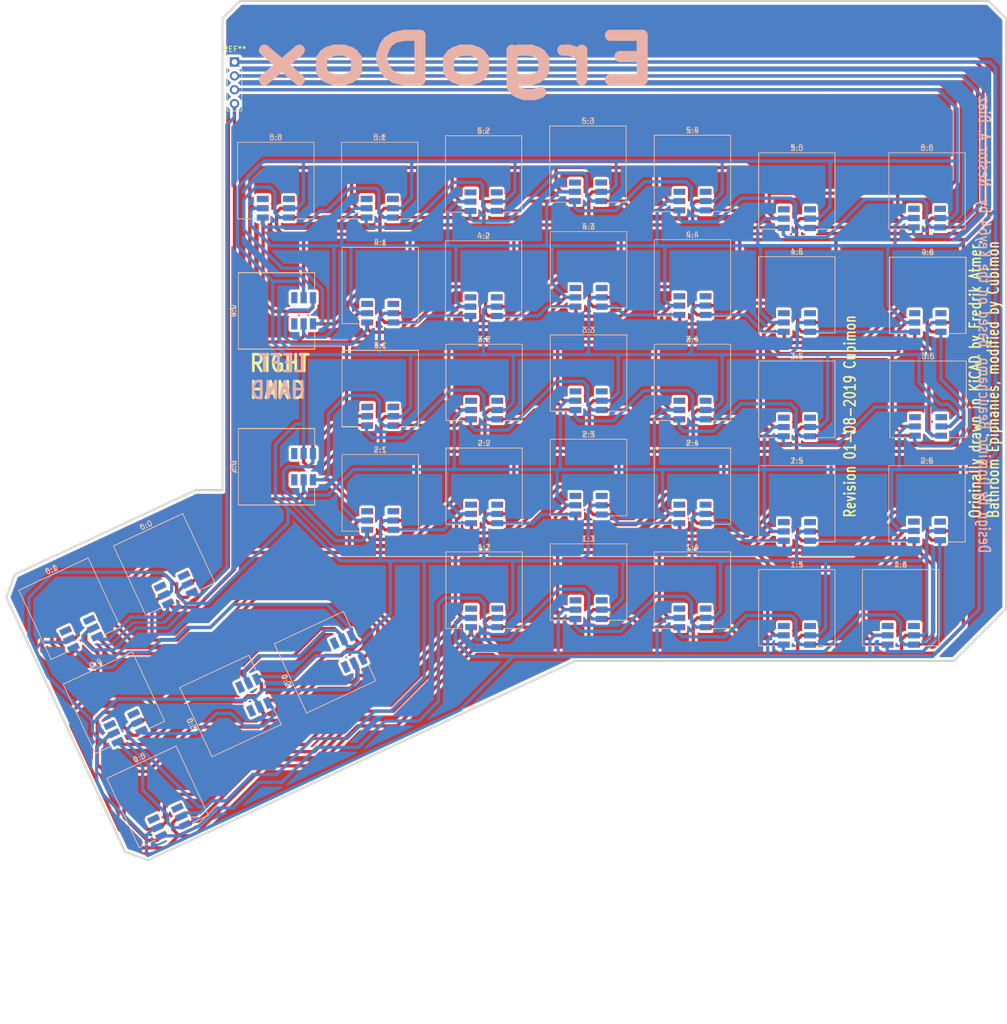
<source format=kicad_pcb>
(kicad_pcb (version 20171130) (host pcbnew 5.1.2)
  (layers (0 Front signal) (31 Back signal) (34 B.Paste user) (35 F.Paste user) (36 B.SilkS user) (37 F.SilkS user) (38 B.Mask user) (39 F.Mask user) (44 Edge.Cuts user))
  (net 0 "")
  (module keyboard:SW_CherryRGB_MX1A_1.00u_Plate_LED (layer Front) (at 94 98)
    (fp_text reference 3:1 (at -2.54 -2.794) (layer F.SilkS))
    (fp_text value SW_Cherry_MX1A_1.00u_Plate)
    (pad 5 smd rect (at -0.07 10.14 90) (size 1.1 2) (layers Front F.Paste F.Mask))
    (pad 3 smd rect (at -4.87 11.84 90) (size 1.1 2) (layers Front F.Paste F.Mask))
    (pad 1 smd rect (at -4.87 8.44 90) (size 1.1 2) (layers Front F.Paste F.Mask))
    (pad 2 smd rect (at -4.87 10.14 90) (size 1.1 2) (layers Front F.Paste F.Mask))
    (pad 6 smd rect (at -0.07 8.44 90) (size 1.1 2) (layers Front F.Paste F.Mask))
    (pad 4 smd rect (at -0.07 11.84 90) (size 1.1 2) (layers Front F.Paste F.Mask))
  )
  (module keyboard:SW_CherryRGB_MX1A_1.00u_Plate_LED (layer Back) (at 88.9 98.1 180)
    (fp_text reference 3:5 (at -2.54 2.794) (layer B.SilkS) (effects (justify mirror)))
    (fp_text value SW_Cherry_MX1A_1.00u_Plate)
    (pad 5 smd rect (at -0.07 -10.14 90) (size 1.1 2) (layers Back B.Paste B.Mask))
    (pad 3 smd rect (at -4.87 -11.84 90) (size 1.1 2) (layers Back B.Paste B.Mask))
    (pad 1 smd rect (at -4.87 -8.44 90) (size 1.1 2) (layers Back B.Paste B.Mask))
    (pad 2 smd rect (at -4.87 -10.14 90) (size 1.1 2) (layers Back B.Paste B.Mask))
    (pad 6 smd rect (at -0.07 -8.44 90) (size 1.1 2) (layers Back B.Paste B.Mask))
    (pad 4 smd rect (at -0.07 -11.84 90) (size 1.1 2) (layers Back B.Paste B.Mask))
  )
  (module keyboard:SW_CherryRGB_MX1A_2.00u_Plate_LED (layer Back) (at 60.5 165.6 295)
    (fp_text reference 0:3 (at -2.54 2.794 295) (layer B.SilkS) (effects (justify mirror)))
    (fp_text value SW_Cherry_MX1A_2.00u_Plate)
    (pad 1 smd rect (at -4.91 -8.14 205) (size 1.1 2) (layers Back B.Paste B.Mask))
    (pad 2 smd rect (at -4.91 -9.84 205) (size 1.1 2) (layers Back B.Paste B.Mask))
    (pad 6 smd rect (at -0.11 -8.14 205) (size 1.1 2) (layers Back B.Paste B.Mask))
    (pad 3 smd rect (at -4.91 -11.54 205) (size 1.1 2) (layers Back B.Paste B.Mask))
    (pad 5 smd rect (at -0.11 -9.84 205) (size 1.1 2) (layers Back B.Paste B.Mask))
    (pad 4 smd rect (at -0.11 -11.54 205) (size 1.1 2) (layers Back B.Paste B.Mask))
  )
  (module keyboard:SW_CherryRGB_MX1A_2.00u_Plate_LED (layer Back) (at 77.8 157.6 295)
    (fp_text reference 0:4 (at -2.54 2.794 295) (layer B.SilkS) (effects (justify mirror)))
    (fp_text value SW_Cherry_MX1A_2.00u_Plate)
    (pad 4 smd rect (at -0.11 -11.54 205) (size 1.1 2) (layers Back B.Paste B.Mask))
    (pad 5 smd rect (at -0.11 -9.84 205) (size 1.1 2) (layers Back B.Paste B.Mask))
    (pad 3 smd rect (at -4.91 -11.54 205) (size 1.1 2) (layers Back B.Paste B.Mask))
    (pad 6 smd rect (at -0.11 -8.14 205) (size 1.1 2) (layers Back B.Paste B.Mask))
    (pad 2 smd rect (at -4.91 -9.84 205) (size 1.1 2) (layers Back B.Paste B.Mask))
    (pad 1 smd rect (at -4.91 -8.14 205) (size 1.1 2) (layers Back B.Paste B.Mask))
  )
  (module keyboard:SW_CherryRGB_MX1A_1.00u_Plate_LED (layer Back) (at 46.3 174.2 205)
    (fp_text reference 0:1 (at -2.54 2.794 25) (layer B.SilkS) (effects (justify mirror)))
    (fp_text value SW_Cherry_MX1A_1.00u_Plate)
    (pad 5 smd rect (at -0.07 -10.14 115) (size 1.1 2) (layers Back B.Paste B.Mask))
    (pad 3 smd rect (at -4.87 -11.84 115) (size 1.1 2) (layers Back B.Paste B.Mask))
    (pad 1 smd rect (at -4.87 -8.44 115) (size 1.1 2) (layers Back B.Paste B.Mask))
    (pad 2 smd rect (at -4.87 -10.14 115) (size 1.1 2) (layers Back B.Paste B.Mask))
    (pad 6 smd rect (at -0.07 -8.44 115) (size 1.1 2) (layers Back B.Paste B.Mask))
    (pad 4 smd rect (at -0.07 -11.84 115) (size 1.1 2) (layers Back B.Paste B.Mask))
  )
  (module keyboard:SW_CherryRGB_MX1A_1.00u_Plate_LED (layer Back) (at 38.3 157 205)
    (fp_text reference 0:2 (at -2.54 2.794 25) (layer B.SilkS) (effects (justify mirror)))
    (fp_text value SW_Cherry_MX1A_1.00u_Plate)
    (pad 4 smd rect (at -0.07 -11.84 115) (size 1.1 2) (layers Back B.Paste B.Mask))
    (pad 6 smd rect (at -0.07 -8.44 115) (size 1.1 2) (layers Back B.Paste B.Mask))
    (pad 2 smd rect (at -4.87 -10.14 115) (size 1.1 2) (layers Back B.Paste B.Mask))
    (pad 1 smd rect (at -4.87 -8.44 115) (size 1.1 2) (layers Back B.Paste B.Mask))
    (pad 3 smd rect (at -4.87 -11.84 115) (size 1.1 2) (layers Back B.Paste B.Mask))
    (pad 5 smd rect (at -0.07 -10.14 115) (size 1.1 2) (layers Back B.Paste B.Mask))
  )
  (module keyboard:SW_CherryRGB_MX1A_1.00u_Plate_LED (layer Back) (at 30.2 139.8 205)
    (fp_text reference 0:5 (at -2.54 2.794 25) (layer B.SilkS) (effects (justify mirror)))
    (fp_text value SW_Cherry_MX1A_1.00u_Plate)
    (pad 4 smd rect (at -0.07 -11.84 115) (size 1.1 2) (layers Back B.Paste B.Mask))
    (pad 6 smd rect (at -0.07 -8.44 115) (size 1.1 2) (layers Back B.Paste B.Mask))
    (pad 2 smd rect (at -4.87 -10.14 115) (size 1.1 2) (layers Back B.Paste B.Mask))
    (pad 1 smd rect (at -4.87 -8.44 115) (size 1.1 2) (layers Back B.Paste B.Mask))
    (pad 3 smd rect (at -4.87 -11.84 115) (size 1.1 2) (layers Back B.Paste B.Mask))
    (pad 5 smd rect (at -0.07 -10.14 115) (size 1.1 2) (layers Back B.Paste B.Mask))
  )
  (module keyboard:SW_CherryRGB_MX1A_1.00u_Plate_LED (layer Back) (at 47.5 131.7 205)
    (fp_text reference 0:6 (at -2.54 2.794 25) (layer B.SilkS) (effects (justify mirror)))
    (fp_text value SW_Cherry_MX1A_1.00u_Plate)
    (pad 5 smd rect (at -0.07 -10.14 115) (size 1.1 2) (layers Back B.Paste B.Mask))
    (pad 3 smd rect (at -4.87 -11.84 115) (size 1.1 2) (layers Back B.Paste B.Mask))
    (pad 1 smd rect (at -4.87 -8.44 115) (size 1.1 2) (layers Back B.Paste B.Mask))
    (pad 2 smd rect (at -4.87 -10.14 115) (size 1.1 2) (layers Back B.Paste B.Mask))
    (pad 6 smd rect (at -0.07 -8.44 115) (size 1.1 2) (layers Back B.Paste B.Mask))
    (pad 4 smd rect (at -0.07 -11.84 115) (size 1.1 2) (layers Back B.Paste B.Mask))
  )
  (module keyboard:SW_CherryRGB_MX1A_1.00u_Plate_LED (layer Back) (at 184.1 138.1 180)
    (fp_text reference 1:0 (at -2.54 2.794) (layer B.SilkS) (effects (justify mirror)))
    (fp_text value SW_Cherry_MX1A_1.00u_Plate)
    (pad 4 smd rect (at -0.07 -11.84 90) (size 1.1 2) (layers Back B.Paste B.Mask))
    (pad 6 smd rect (at -0.07 -8.44 90) (size 1.1 2) (layers Back B.Paste B.Mask))
    (pad 2 smd rect (at -4.87 -10.14 90) (size 1.1 2) (layers Back B.Paste B.Mask))
    (pad 1 smd rect (at -4.87 -8.44 90) (size 1.1 2) (layers Back B.Paste B.Mask))
    (pad 3 smd rect (at -4.87 -11.84 90) (size 1.1 2) (layers Back B.Paste B.Mask))
    (pad 5 smd rect (at -0.07 -10.14 90) (size 1.1 2) (layers Back B.Paste B.Mask))
  )
  (module keyboard:SW_CherryRGB_MX1A_1.50u_Plate_LED (layer Back) (at 67.4 119.9 270)
    (fp_text reference 2:6 (at -2.54 2.794 90) (layer B.SilkS) (effects (justify mirror)))
    (fp_text value SW_Cherry_MX1A_1.50u_Plate)
    (pad 4 smd rect (at -0.09 -11.74 180) (size 1.1 2) (layers Back B.Paste B.Mask))
    (pad 5 smd rect (at -0.09 -10.04 180) (size 1.1 2) (layers Back B.Paste B.Mask))
    (pad 3 smd rect (at -4.89 -11.74 180) (size 1.1 2) (layers Back B.Paste B.Mask))
    (pad 6 smd rect (at -0.09 -8.34 180) (size 1.1 2) (layers Back B.Paste B.Mask))
    (pad 2 smd rect (at -4.89 -10.04 180) (size 1.1 2) (layers Back B.Paste B.Mask))
    (pad 1 smd rect (at -4.89 -8.34 180) (size 1.1 2) (layers Back B.Paste B.Mask))
  )
  (module keyboard:SW_CherryRGB_MX1A_1.50u_Plate_LED (layer Back) (at 67.4 91.4 270)
    (fp_text reference 4:6 (at -2.54 2.794 90) (layer B.SilkS) (effects (justify mirror)))
    (fp_text value SW_Cherry_MX1A_1.50u_Plate)
    (pad 4 smd rect (at -0.09 -11.74 180) (size 1.1 2) (layers Back B.Paste B.Mask))
    (pad 5 smd rect (at -0.09 -10.04 180) (size 1.1 2) (layers Back B.Paste B.Mask))
    (pad 3 smd rect (at -4.89 -11.74 180) (size 1.1 2) (layers Back B.Paste B.Mask))
    (pad 6 smd rect (at -0.09 -8.34 180) (size 1.1 2) (layers Back B.Paste B.Mask))
    (pad 2 smd rect (at -4.89 -10.04 180) (size 1.1 2) (layers Back B.Paste B.Mask))
    (pad 1 smd rect (at -4.89 -8.34 180) (size 1.1 2) (layers Back B.Paste B.Mask))
  )
  (module keyboard:SW_CherryRGB_MX1A_1.50u_Plate_LED (layer Back) (at 188.9 119.1 180)
    (fp_text reference 2:0 (at -2.54 2.794) (layer B.SilkS) (effects (justify mirror)))
    (fp_text value SW_Cherry_MX1A_1.50u_Plate)
    (pad 1 smd rect (at -4.89 -8.34 90) (size 1.1 2) (layers Back B.Paste B.Mask))
    (pad 2 smd rect (at -4.89 -10.04 90) (size 1.1 2) (layers Back B.Paste B.Mask))
    (pad 6 smd rect (at -0.09 -8.34 90) (size 1.1 2) (layers Back B.Paste B.Mask))
    (pad 3 smd rect (at -4.89 -11.74 90) (size 1.1 2) (layers Back B.Paste B.Mask))
    (pad 5 smd rect (at -0.09 -10.04 90) (size 1.1 2) (layers Back B.Paste B.Mask))
    (pad 4 smd rect (at -0.09 -11.74 90) (size 1.1 2) (layers Back B.Paste B.Mask))
  )
  (module keyboard:SW_CherryRGB_MX1A_1.50u_Plate_LED (layer Back) (at 189.1 100 180)
    (fp_text reference 3:0 (at -2.54 2.794) (layer B.SilkS) (effects (justify mirror)))
    (fp_text value SW_Cherry_MX1A_1.50u_Plate)
    (pad 1 smd rect (at -4.89 -8.34 90) (size 1.1 2) (layers Back B.Paste B.Mask))
    (pad 2 smd rect (at -4.89 -10.04 90) (size 1.1 2) (layers Back B.Paste B.Mask))
    (pad 6 smd rect (at -0.09 -8.34 90) (size 1.1 2) (layers Back B.Paste B.Mask))
    (pad 3 smd rect (at -4.89 -11.74 90) (size 1.1 2) (layers Back B.Paste B.Mask))
    (pad 5 smd rect (at -0.09 -10.04 90) (size 1.1 2) (layers Back B.Paste B.Mask))
    (pad 4 smd rect (at -0.09 -11.74 90) (size 1.1 2) (layers Back B.Paste B.Mask))
  )
  (module keyboard:SW_CherryRGB_MX1A_1.50u_Plate_LED (layer Back) (at 189.1 81 180)
    (fp_text reference 4:0 (at -2.54 2.794) (layer B.SilkS) (effects (justify mirror)))
    (fp_text value SW_Cherry_MX1A_1.50u_Plate)
    (pad 1 smd rect (at -4.89 -8.34 90) (size 1.1 2) (layers Back B.Paste B.Mask))
    (pad 2 smd rect (at -4.89 -10.04 90) (size 1.1 2) (layers Back B.Paste B.Mask))
    (pad 6 smd rect (at -0.09 -8.34 90) (size 1.1 2) (layers Back B.Paste B.Mask))
    (pad 3 smd rect (at -4.89 -11.74 90) (size 1.1 2) (layers Back B.Paste B.Mask))
    (pad 5 smd rect (at -0.09 -10.04 90) (size 1.1 2) (layers Back B.Paste B.Mask))
    (pad 4 smd rect (at -0.09 -11.74 90) (size 1.1 2) (layers Back B.Paste B.Mask))
  )
  (module keyboard:SW_CherryRGB_MX1A_1.50u_Plate_LED (layer Back) (at 188.9 61.9 180)
    (fp_text reference 5:0 (at -2.54 2.794) (layer B.SilkS) (effects (justify mirror)))
    (fp_text value SW_Cherry_MX1A_1.50u_Plate)
    (pad 1 smd rect (at -4.89 -8.34 90) (size 1.1 2) (layers Back B.Paste B.Mask))
    (pad 2 smd rect (at -4.89 -10.04 90) (size 1.1 2) (layers Back B.Paste B.Mask))
    (pad 6 smd rect (at -0.09 -8.34 90) (size 1.1 2) (layers Back B.Paste B.Mask))
    (pad 3 smd rect (at -4.89 -11.74 90) (size 1.1 2) (layers Back B.Paste B.Mask))
    (pad 5 smd rect (at -0.09 -10.04 90) (size 1.1 2) (layers Back B.Paste B.Mask))
    (pad 4 smd rect (at -0.09 -11.74 90) (size 1.1 2) (layers Back B.Paste B.Mask))
  )
  (module "" (layer Front) (at 51.8 63.6)
    (fp_text reference "" (at 49.5 84.4) (layer F.SilkS) (effects (font (size 1.27 1.27))))
    (fp_text value "" (at 49.5 84.4) (layer F.SilkS) (effects (font (size 1.27 1.27))))
  )
  (module "" (layer Front) (at 49.5 84.4)
    (fp_text reference "" (at 127 133.4) (layer F.SilkS) (effects (font (size 1.27 1.27))))
    (fp_text value "" (at 127 133.4) (layer F.SilkS) (effects (font (size 1.27 1.27))))
  )
  (module "" (layer Front) (at 48.1 85.7)
    (fp_text reference "" (at 127 133.4) (layer F.SilkS) (effects (font (size 1.27 1.27))))
    (fp_text value "" (at 127 133.4) (layer F.SilkS) (effects (font (size 1.27 1.27))))
  )
  (module keyboard:SW_CherryRGB_MX1A_1.00u_Plate_LED (layer Back) (at 127 133.4 180)
    (fp_text reference 1:3 (at -2.54 2.794) (layer B.SilkS) (effects (justify mirror)))
    (fp_text value SW_Cherry_MX1A_1.00u_Plate)
    (pad 4 smd rect (at -0.07 -11.84 90) (size 1.1 2) (layers Back B.Paste B.Mask))
    (pad 6 smd rect (at -0.07 -8.44 90) (size 1.1 2) (layers Back B.Paste B.Mask))
    (pad 2 smd rect (at -4.87 -10.14 90) (size 1.1 2) (layers Back B.Paste B.Mask))
    (pad 1 smd rect (at -4.87 -8.44 90) (size 1.1 2) (layers Back B.Paste B.Mask))
    (pad 3 smd rect (at -4.87 -11.84 90) (size 1.1 2) (layers Back B.Paste B.Mask))
    (pad 5 smd rect (at -0.07 -10.14 90) (size 1.1 2) (layers Back B.Paste B.Mask))
  )
  (module keyboard:SW_CherryRGB_MX1A_1.00u_Plate_LED (layer Back) (at 107.9 134.9 180)
    (fp_text reference 1:4 (at -2.54 2.794) (layer B.SilkS) (effects (justify mirror)))
    (fp_text value SW_Cherry_MX1A_1.00u_Plate)
    (pad 4 smd rect (at -0.07 -11.84 90) (size 1.1 2) (layers Back B.Paste B.Mask))
    (pad 6 smd rect (at -0.07 -8.44 90) (size 1.1 2) (layers Back B.Paste B.Mask))
    (pad 2 smd rect (at -4.87 -10.14 90) (size 1.1 2) (layers Back B.Paste B.Mask))
    (pad 1 smd rect (at -4.87 -8.44 90) (size 1.1 2) (layers Back B.Paste B.Mask))
    (pad 3 smd rect (at -4.87 -11.84 90) (size 1.1 2) (layers Back B.Paste B.Mask))
    (pad 5 smd rect (at -0.07 -10.14 90) (size 1.1 2) (layers Back B.Paste B.Mask))
  )
  (module keyboard:SW_CherryRGB_MX1A_1.00u_Plate_LED (layer Back) (at 88.9 117.1 180)
    (fp_text reference 2:5 (at -2.54 2.794) (layer B.SilkS) (effects (justify mirror)))
    (fp_text value SW_Cherry_MX1A_1.00u_Plate)
    (pad 5 smd rect (at -0.07 -10.14 90) (size 1.1 2) (layers Back B.Paste B.Mask))
    (pad 3 smd rect (at -4.87 -11.84 90) (size 1.1 2) (layers Back B.Paste B.Mask))
    (pad 1 smd rect (at -4.87 -8.44 90) (size 1.1 2) (layers Back B.Paste B.Mask))
    (pad 2 smd rect (at -4.87 -10.14 90) (size 1.1 2) (layers Back B.Paste B.Mask))
    (pad 6 smd rect (at -0.07 -8.44 90) (size 1.1 2) (layers Back B.Paste B.Mask))
    (pad 4 smd rect (at -0.07 -11.84 90) (size 1.1 2) (layers Back B.Paste B.Mask))
  )
  (module keyboard:SW_CherryRGB_MX1A_1.00u_Plate_LED (layer Back) (at 107.9 115.9 180)
    (fp_text reference 2:4 (at -2.54 2.794) (layer B.SilkS) (effects (justify mirror)))
    (fp_text value SW_Cherry_MX1A_1.00u_Plate)
    (pad 4 smd rect (at -0.07 -11.84 90) (size 1.1 2) (layers Back B.Paste B.Mask))
    (pad 6 smd rect (at -0.07 -8.44 90) (size 1.1 2) (layers Back B.Paste B.Mask))
    (pad 2 smd rect (at -4.87 -10.14 90) (size 1.1 2) (layers Back B.Paste B.Mask))
    (pad 1 smd rect (at -4.87 -8.44 90) (size 1.1 2) (layers Back B.Paste B.Mask))
    (pad 3 smd rect (at -4.87 -11.84 90) (size 1.1 2) (layers Back B.Paste B.Mask))
    (pad 5 smd rect (at -0.07 -10.14 90) (size 1.1 2) (layers Back B.Paste B.Mask))
  )
  (module keyboard:SW_CherryRGB_MX1A_1.00u_Plate_LED (layer Back) (at 127 114.3 180)
    (fp_text reference 2:3 (at -2.54 2.794) (layer B.SilkS) (effects (justify mirror)))
    (fp_text value SW_Cherry_MX1A_1.00u_Plate)
    (pad 4 smd rect (at -0.07 -11.84 90) (size 1.1 2) (layers Back B.Paste B.Mask))
    (pad 6 smd rect (at -0.07 -8.44 90) (size 1.1 2) (layers Back B.Paste B.Mask))
    (pad 2 smd rect (at -4.87 -10.14 90) (size 1.1 2) (layers Back B.Paste B.Mask))
    (pad 1 smd rect (at -4.87 -8.44 90) (size 1.1 2) (layers Back B.Paste B.Mask))
    (pad 3 smd rect (at -4.87 -11.84 90) (size 1.1 2) (layers Back B.Paste B.Mask))
    (pad 5 smd rect (at -0.07 -10.14 90) (size 1.1 2) (layers Back B.Paste B.Mask))
  )
  (module keyboard:SW_CherryRGB_MX1A_1.00u_Plate_LED (layer Back) (at 146 115.9 180)
    (fp_text reference 1:3 (at -2.54 2.794) (layer B.SilkS) (effects (justify mirror)))
    (fp_text value SW_Cherry_MX1A_1.00u_Plate)
    (pad 4 smd rect (at -0.07 -11.84 90) (size 1.1 2) (layers Back B.Paste B.Mask))
    (pad 6 smd rect (at -0.07 -8.44 90) (size 1.1 2) (layers Back B.Paste B.Mask))
    (pad 2 smd rect (at -4.87 -10.14 90) (size 1.1 2) (layers Back B.Paste B.Mask))
    (pad 1 smd rect (at -4.87 -8.44 90) (size 1.1 2) (layers Back B.Paste B.Mask))
    (pad 3 smd rect (at -4.87 -11.84 90) (size 1.1 2) (layers Back B.Paste B.Mask))
    (pad 5 smd rect (at -0.07 -10.14 90) (size 1.1 2) (layers Back B.Paste B.Mask))
  )
  (module keyboard:SW_CherryRGB_MX1A_1.00u_Plate_LED (layer Back) (at 146 134.9 180)
    (fp_text reference 1:2 (at -2.54 2.794) (layer B.SilkS) (effects (justify mirror)))
    (fp_text value SW_Cherry_MX1A_1.00u_Plate)
    (pad 4 smd rect (at -0.07 -11.84 90) (size 1.1 2) (layers Back B.Paste B.Mask))
    (pad 6 smd rect (at -0.07 -8.44 90) (size 1.1 2) (layers Back B.Paste B.Mask))
    (pad 2 smd rect (at -4.87 -10.14 90) (size 1.1 2) (layers Back B.Paste B.Mask))
    (pad 1 smd rect (at -4.87 -8.44 90) (size 1.1 2) (layers Back B.Paste B.Mask))
    (pad 3 smd rect (at -4.87 -11.84 90) (size 1.1 2) (layers Back B.Paste B.Mask))
    (pad 5 smd rect (at -0.07 -10.14 90) (size 1.1 2) (layers Back B.Paste B.Mask))
  )
  (module keyboard:SW_CherryRGB_MX1A_1.00u_Plate_LED (layer Back) (at 165.1 138.1 180)
    (fp_text reference 1:1 (at -2.54 2.794) (layer B.SilkS) (effects (justify mirror)))
    (fp_text value SW_Cherry_MX1A_1.00u_Plate)
    (pad 4 smd rect (at -0.07 -11.84 90) (size 1.1 2) (layers Back B.Paste B.Mask))
    (pad 6 smd rect (at -0.07 -8.44 90) (size 1.1 2) (layers Back B.Paste B.Mask))
    (pad 2 smd rect (at -4.87 -10.14 90) (size 1.1 2) (layers Back B.Paste B.Mask))
    (pad 1 smd rect (at -4.87 -8.44 90) (size 1.1 2) (layers Back B.Paste B.Mask))
    (pad 3 smd rect (at -4.87 -11.84 90) (size 1.1 2) (layers Back B.Paste B.Mask))
    (pad 5 smd rect (at -0.07 -10.14 90) (size 1.1 2) (layers Back B.Paste B.Mask))
  )
  (module keyboard:SW_CherryRGB_MX1A_1.00u_Plate_LED (layer Back) (at 165.1 119.1 180)
    (fp_text reference 2:1 (at -2.54 2.794) (layer B.SilkS) (effects (justify mirror)))
    (fp_text value SW_Cherry_MX1A_1.00u_Plate)
    (pad 4 smd rect (at -0.07 -11.84 90) (size 1.1 2) (layers Back B.Paste B.Mask))
    (pad 6 smd rect (at -0.07 -8.44 90) (size 1.1 2) (layers Back B.Paste B.Mask))
    (pad 2 smd rect (at -4.87 -10.14 90) (size 1.1 2) (layers Back B.Paste B.Mask))
    (pad 1 smd rect (at -4.87 -8.44 90) (size 1.1 2) (layers Back B.Paste B.Mask))
    (pad 3 smd rect (at -4.87 -11.84 90) (size 1.1 2) (layers Back B.Paste B.Mask))
    (pad 5 smd rect (at -0.07 -10.14 90) (size 1.1 2) (layers Back B.Paste B.Mask))
  )
  (module keyboard:SW_CherryRGB_MX1A_1.00u_Plate_LED (layer Back) (at 165.1 100 180)
    (fp_text reference 3:1 (at -2.54 2.794) (layer B.SilkS) (effects (justify mirror)))
    (fp_text value SW_Cherry_MX1A_1.00u_Plate)
    (pad 4 smd rect (at -0.07 -11.84 90) (size 1.1 2) (layers Back B.Paste B.Mask))
    (pad 6 smd rect (at -0.07 -8.44 90) (size 1.1 2) (layers Back B.Paste B.Mask))
    (pad 2 smd rect (at -4.87 -10.14 90) (size 1.1 2) (layers Back B.Paste B.Mask))
    (pad 1 smd rect (at -4.87 -8.44 90) (size 1.1 2) (layers Back B.Paste B.Mask))
    (pad 3 smd rect (at -4.87 -11.84 90) (size 1.1 2) (layers Back B.Paste B.Mask))
    (pad 5 smd rect (at -0.07 -10.14 90) (size 1.1 2) (layers Back B.Paste B.Mask))
  )
  (module keyboard:SW_CherryRGB_MX1A_1.00u_Plate_LED (layer Back) (at 146 96.9 180)
    (fp_text reference 1:4 (at -2.54 2.794) (layer B.SilkS) (effects (justify mirror)))
    (fp_text value SW_Cherry_MX1A_1.00u_Plate)
    (pad 4 smd rect (at -0.07 -11.84 90) (size 1.1 2) (layers Back B.Paste B.Mask))
    (pad 6 smd rect (at -0.07 -8.44 90) (size 1.1 2) (layers Back B.Paste B.Mask))
    (pad 2 smd rect (at -4.87 -10.14 90) (size 1.1 2) (layers Back B.Paste B.Mask))
    (pad 1 smd rect (at -4.87 -8.44 90) (size 1.1 2) (layers Back B.Paste B.Mask))
    (pad 3 smd rect (at -4.87 -11.84 90) (size 1.1 2) (layers Back B.Paste B.Mask))
    (pad 5 smd rect (at -0.07 -10.14 90) (size 1.1 2) (layers Back B.Paste B.Mask))
  )
  (module keyboard:SW_CherryRGB_MX1A_1.00u_Plate_LED (layer Back) (at 127 95.2 180)
    (fp_text reference 3:3 (at -2.54 2.794) (layer B.SilkS) (effects (justify mirror)))
    (fp_text value SW_Cherry_MX1A_1.00u_Plate)
    (pad 4 smd rect (at -0.07 -11.84 90) (size 1.1 2) (layers Back B.Paste B.Mask))
    (pad 6 smd rect (at -0.07 -8.44 90) (size 1.1 2) (layers Back B.Paste B.Mask))
    (pad 2 smd rect (at -4.87 -10.14 90) (size 1.1 2) (layers Back B.Paste B.Mask))
    (pad 1 smd rect (at -4.87 -8.44 90) (size 1.1 2) (layers Back B.Paste B.Mask))
    (pad 3 smd rect (at -4.87 -11.84 90) (size 1.1 2) (layers Back B.Paste B.Mask))
    (pad 5 smd rect (at -0.07 -10.14 90) (size 1.1 2) (layers Back B.Paste B.Mask))
  )
  (module keyboard:SW_CherryRGB_MX1A_1.00u_Plate_LED (layer Back) (at 107.9 96.9 180)
    (fp_text reference 3:4 (at -2.54 2.794) (layer B.SilkS) (effects (justify mirror)))
    (fp_text value SW_Cherry_MX1A_1.00u_Plate)
    (pad 4 smd rect (at -0.07 -11.84 90) (size 1.1 2) (layers Back B.Paste B.Mask))
    (pad 6 smd rect (at -0.07 -8.44 90) (size 1.1 2) (layers Back B.Paste B.Mask))
    (pad 2 smd rect (at -4.87 -10.14 90) (size 1.1 2) (layers Back B.Paste B.Mask))
    (pad 1 smd rect (at -4.87 -8.44 90) (size 1.1 2) (layers Back B.Paste B.Mask))
    (pad 3 smd rect (at -4.87 -11.84 90) (size 1.1 2) (layers Back B.Paste B.Mask))
    (pad 5 smd rect (at -0.07 -10.14 90) (size 1.1 2) (layers Back B.Paste B.Mask))
  )
  (module keyboard:SW_CherryRGB_MX1A_1.00u_Plate_LED (layer Back) (at 88.9 79.2 180)
    (fp_text reference 4:5 (at -2.54 2.794) (layer B.SilkS) (effects (justify mirror)))
    (fp_text value SW_Cherry_MX1A_1.00u_Plate)
    (pad 4 smd rect (at -0.07 -11.84 90) (size 1.1 2) (layers Back B.Paste B.Mask))
    (pad 6 smd rect (at -0.07 -8.44 90) (size 1.1 2) (layers Back B.Paste B.Mask))
    (pad 2 smd rect (at -4.87 -10.14 90) (size 1.1 2) (layers Back B.Paste B.Mask))
    (pad 1 smd rect (at -4.87 -8.44 90) (size 1.1 2) (layers Back B.Paste B.Mask))
    (pad 3 smd rect (at -4.87 -11.84 90) (size 1.1 2) (layers Back B.Paste B.Mask))
    (pad 5 smd rect (at -0.07 -10.14 90) (size 1.1 2) (layers Back B.Paste B.Mask))
  )
  (module keyboard:SW_CherryRGB_MX1A_1.00u_Plate_LED (layer Back) (at 107.8 78 180)
    (fp_text reference 4:4 (at -2.54 2.794) (layer B.SilkS) (effects (justify mirror)))
    (fp_text value SW_Cherry_MX1A_1.00u_Plate)
    (pad 4 smd rect (at -0.07 -11.84 90) (size 1.1 2) (layers Back B.Paste B.Mask))
    (pad 6 smd rect (at -0.07 -8.44 90) (size 1.1 2) (layers Back B.Paste B.Mask))
    (pad 2 smd rect (at -4.87 -10.14 90) (size 1.1 2) (layers Back B.Paste B.Mask))
    (pad 1 smd rect (at -4.87 -8.44 90) (size 1.1 2) (layers Back B.Paste B.Mask))
    (pad 3 smd rect (at -4.87 -11.84 90) (size 1.1 2) (layers Back B.Paste B.Mask))
    (pad 5 smd rect (at -0.07 -10.14 90) (size 1.1 2) (layers Back B.Paste B.Mask))
  )
  (module keyboard:SW_CherryRGB_MX1A_1.00u_Plate_LED (layer Back) (at 127 76.3 180)
    (fp_text reference 4:3 (at -2.54 2.794) (layer B.SilkS) (effects (justify mirror)))
    (fp_text value SW_Cherry_MX1A_1.00u_Plate)
    (pad 4 smd rect (at -0.07 -11.84 90) (size 1.1 2) (layers Back B.Paste B.Mask))
    (pad 6 smd rect (at -0.07 -8.44 90) (size 1.1 2) (layers Back B.Paste B.Mask))
    (pad 2 smd rect (at -4.87 -10.14 90) (size 1.1 2) (layers Back B.Paste B.Mask))
    (pad 1 smd rect (at -4.87 -8.44 90) (size 1.1 2) (layers Back B.Paste B.Mask))
    (pad 3 smd rect (at -4.87 -11.84 90) (size 1.1 2) (layers Back B.Paste B.Mask))
    (pad 5 smd rect (at -0.07 -10.14 90) (size 1.1 2) (layers Back B.Paste B.Mask))
  )
  (module keyboard:SW_CherryRGB_MX1A_1.00u_Plate_LED (layer Back) (at 146 77.8 180)
    (fp_text reference 4:2 (at -2.54 2.794) (layer B.SilkS) (effects (justify mirror)))
    (fp_text value SW_Cherry_MX1A_1.00u_Plate)
    (pad 4 smd rect (at -0.07 -11.84 90) (size 1.1 2) (layers Back B.Paste B.Mask))
    (pad 6 smd rect (at -0.07 -8.44 90) (size 1.1 2) (layers Back B.Paste B.Mask))
    (pad 2 smd rect (at -4.87 -10.14 90) (size 1.1 2) (layers Back B.Paste B.Mask))
    (pad 1 smd rect (at -4.87 -8.44 90) (size 1.1 2) (layers Back B.Paste B.Mask))
    (pad 3 smd rect (at -4.87 -11.84 90) (size 1.1 2) (layers Back B.Paste B.Mask))
    (pad 5 smd rect (at -0.07 -10.14 90) (size 1.1 2) (layers Back B.Paste B.Mask))
  )
  (module keyboard:SW_CherryRGB_MX1A_1.00u_Plate_LED (layer Back) (at 165.1 80.9 180)
    (fp_text reference 4:1 (at -2.54 2.794) (layer B.SilkS) (effects (justify mirror)))
    (fp_text value SW_Cherry_MX1A_1.00u_Plate)
    (pad 4 smd rect (at -0.07 -11.84 90) (size 1.1 2) (layers Back B.Paste B.Mask))
    (pad 6 smd rect (at -0.07 -8.44 90) (size 1.1 2) (layers Back B.Paste B.Mask))
    (pad 2 smd rect (at -4.87 -10.14 90) (size 1.1 2) (layers Back B.Paste B.Mask))
    (pad 1 smd rect (at -4.87 -8.44 90) (size 1.1 2) (layers Back B.Paste B.Mask))
    (pad 3 smd rect (at -4.87 -11.84 90) (size 1.1 2) (layers Back B.Paste B.Mask))
    (pad 5 smd rect (at -0.07 -10.14 90) (size 1.1 2) (layers Back B.Paste B.Mask))
  )
  (module keyboard:SW_CherryRGB_MX1A_1.00u_Plate_LED (layer Back) (at 165.1 61.9 180)
    (fp_text reference 5:1 (at -2.54 2.794) (layer B.SilkS) (effects (justify mirror)))
    (fp_text value SW_Cherry_MX1A_1.00u_Plate)
    (pad 4 smd rect (at -0.07 -11.84 90) (size 1.1 2) (layers Back B.Paste B.Mask))
    (pad 6 smd rect (at -0.07 -8.44 90) (size 1.1 2) (layers Back B.Paste B.Mask))
    (pad 2 smd rect (at -4.87 -10.14 90) (size 1.1 2) (layers Back B.Paste B.Mask))
    (pad 1 smd rect (at -4.87 -8.44 90) (size 1.1 2) (layers Back B.Paste B.Mask))
    (pad 3 smd rect (at -4.87 -11.84 90) (size 1.1 2) (layers Back B.Paste B.Mask))
    (pad 5 smd rect (at -0.07 -10.14 90) (size 1.1 2) (layers Back B.Paste B.Mask))
  )
  (module keyboard:SW_CherryRGB_MX1A_1.00u_Plate_LED (layer Back) (at 146 58.7 180)
    (fp_text reference 5:2 (at -2.54 2.794) (layer B.SilkS) (effects (justify mirror)))
    (fp_text value SW_Cherry_MX1A_1.00u_Plate)
    (pad 4 smd rect (at -0.07 -11.84 90) (size 1.1 2) (layers Back B.Paste B.Mask))
    (pad 6 smd rect (at -0.07 -8.44 90) (size 1.1 2) (layers Back B.Paste B.Mask))
    (pad 2 smd rect (at -4.87 -10.14 90) (size 1.1 2) (layers Back B.Paste B.Mask))
    (pad 1 smd rect (at -4.87 -8.44 90) (size 1.1 2) (layers Back B.Paste B.Mask))
    (pad 3 smd rect (at -4.87 -11.84 90) (size 1.1 2) (layers Back B.Paste B.Mask))
    (pad 5 smd rect (at -0.07 -10.14 90) (size 1.1 2) (layers Back B.Paste B.Mask))
  )
  (module keyboard:SW_CherryRGB_MX1A_1.00u_Plate_LED (layer Back) (at 126.9 57 180)
    (fp_text reference 5:3 (at -2.54 2.794) (layer B.SilkS) (effects (justify mirror)))
    (fp_text value SW_Cherry_MX1A_1.00u_Plate)
    (pad 4 smd rect (at -0.07 -11.84 90) (size 1.1 2) (layers Back B.Paste B.Mask))
    (pad 6 smd rect (at -0.07 -8.44 90) (size 1.1 2) (layers Back B.Paste B.Mask))
    (pad 2 smd rect (at -4.87 -10.14 90) (size 1.1 2) (layers Back B.Paste B.Mask))
    (pad 1 smd rect (at -4.87 -8.44 90) (size 1.1 2) (layers Back B.Paste B.Mask))
    (pad 3 smd rect (at -4.87 -11.84 90) (size 1.1 2) (layers Back B.Paste B.Mask))
    (pad 5 smd rect (at -0.07 -10.14 90) (size 1.1 2) (layers Back B.Paste B.Mask))
  )
  (module keyboard:SW_CherryRGB_MX1A_1.00u_Plate_LED (layer Back) (at 107.8 58.8 180)
    (fp_text reference 5:4 (at -2.54 2.794) (layer B.SilkS) (effects (justify mirror)))
    (fp_text value SW_Cherry_MX1A_1.00u_Plate)
    (pad 4 smd rect (at -0.07 -11.84 90) (size 1.1 2) (layers Back B.Paste B.Mask))
    (pad 6 smd rect (at -0.07 -8.44 90) (size 1.1 2) (layers Back B.Paste B.Mask))
    (pad 2 smd rect (at -4.87 -10.14 90) (size 1.1 2) (layers Back B.Paste B.Mask))
    (pad 1 smd rect (at -4.87 -8.44 90) (size 1.1 2) (layers Back B.Paste B.Mask))
    (pad 3 smd rect (at -4.87 -11.84 90) (size 1.1 2) (layers Back B.Paste B.Mask))
    (pad 5 smd rect (at -0.07 -10.14 90) (size 1.1 2) (layers Back B.Paste B.Mask))
  )
  (module keyboard:SW_CherryRGB_MX1A_1.00u_Plate_LED (layer Back) (at 88.8 60 180)
    (fp_text reference 5:5 (at -2.54 2.794) (layer B.SilkS) (effects (justify mirror)))
    (fp_text value SW_Cherry_MX1A_1.00u_Plate)
    (pad 4 smd rect (at -0.07 -11.84 90) (size 1.1 2) (layers Back B.Paste B.Mask))
    (pad 6 smd rect (at -0.07 -8.44 90) (size 1.1 2) (layers Back B.Paste B.Mask))
    (pad 2 smd rect (at -4.87 -10.14 90) (size 1.1 2) (layers Back B.Paste B.Mask))
    (pad 1 smd rect (at -4.87 -8.44 90) (size 1.1 2) (layers Back B.Paste B.Mask))
    (pad 3 smd rect (at -4.87 -11.84 90) (size 1.1 2) (layers Back B.Paste B.Mask))
    (pad 5 smd rect (at -0.07 -10.14 90) (size 1.1 2) (layers Back B.Paste B.Mask))
  )
  (module keyboard:SW_CherryRGB_MX1A_1.00u_Plate_LED (layer Back) (at 69.8 60 180)
    (fp_text reference 5:6 (at -2.54 2.794) (layer B.SilkS) (effects (justify mirror)))
    (fp_text value SW_Cherry_MX1A_1.00u_Plate)
    (pad 4 smd rect (at -0.07 -11.84 90) (size 1.1 2) (layers Back B.Paste B.Mask))
    (pad 6 smd rect (at -0.07 -8.44 90) (size 1.1 2) (layers Back B.Paste B.Mask))
    (pad 2 smd rect (at -4.87 -10.14 90) (size 1.1 2) (layers Back B.Paste B.Mask))
    (pad 1 smd rect (at -4.87 -8.44 90) (size 1.1 2) (layers Back B.Paste B.Mask))
    (pad 3 smd rect (at -4.87 -11.84 90) (size 1.1 2) (layers Back B.Paste B.Mask))
    (pad 5 smd rect (at -0.07 -10.14 90) (size 1.1 2) (layers Back B.Paste B.Mask))
  )
  (module keyboard:SW_CherryRGB_MX1A_1.00u_Plate_LED (layer Front) (at 74.9 60)
    (fp_text reference 5:0 (at -2.54 -2.794) (layer F.SilkS))
    (fp_text value SW_Cherry_MX1A_1.00u_Plate)
    (pad 5 smd rect (at -0.07 10.14 90) (size 1.1 2) (layers Front F.Paste F.Mask))
    (pad 3 smd rect (at -4.87 11.84 90) (size 1.1 2) (layers Front F.Paste F.Mask))
    (pad 1 smd rect (at -4.87 8.44 90) (size 1.1 2) (layers Front F.Paste F.Mask))
    (pad 2 smd rect (at -4.87 10.14 90) (size 1.1 2) (layers Front F.Paste F.Mask))
    (pad 6 smd rect (at -0.07 8.44 90) (size 1.1 2) (layers Front F.Paste F.Mask))
    (pad 4 smd rect (at -0.07 11.84 90) (size 1.1 2) (layers Front F.Paste F.Mask))
  )
  (module Connector_PinHeader_2.54mm:PinHeader_1x04_P2.54mm_Vertical (layer Front) (at 64.8 43.4)
    (fp_text reference REF** (at 0 -2.33) (layer F.SilkS))
    (fp_text value PinHeader_1x04_P2.54mm_Vertical)
    (pad LED_OUT thru_hole oval (at 0 7.62) (size 1.7 1.7) (drill 1) (layers *.Cu *.Mask))
    (pad 5V thru_hole oval (at 0 5.08) (size 1.7 1.7) (drill 1) (layers *.Cu *.Mask))
    (pad LED_IN thru_hole oval (at 0 2.54) (size 1.7 1.7) (drill 1) (layers *.Cu *.Mask))
    (pad GND thru_hole rect (at 0 0) (size 1.7 1.7) (drill 1) (layers *.Cu *.Mask))
  )
  (module keyboard:SW_CherryRGB_MX1A_1.00u_Plate_LED (layer Front) (at 93.9 60)
    (fp_text reference 5:1 (at -2.54 -2.794) (layer F.SilkS))
    (fp_text value SW_Cherry_MX1A_1.00u_Plate)
    (pad 5 smd rect (at -0.07 10.14 90) (size 1.1 2) (layers Front F.Paste F.Mask))
    (pad 3 smd rect (at -4.87 11.84 90) (size 1.1 2) (layers Front F.Paste F.Mask))
    (pad 1 smd rect (at -4.87 8.44 90) (size 1.1 2) (layers Front F.Paste F.Mask))
    (pad 2 smd rect (at -4.87 10.14 90) (size 1.1 2) (layers Front F.Paste F.Mask))
    (pad 6 smd rect (at -0.07 8.44 90) (size 1.1 2) (layers Front F.Paste F.Mask))
    (pad 4 smd rect (at -0.07 11.84 90) (size 1.1 2) (layers Front F.Paste F.Mask))
  )
  (module keyboard:SW_CherryRGB_MX1A_1.00u_Plate_LED (layer Front) (at 151.1 115.9)
    (fp_text reference 2:4 (at -2.54 -2.794) (layer F.SilkS))
    (fp_text value SW_Cherry_MX1A_1.00u_Plate)
    (pad 4 smd rect (at -0.07 11.84 90) (size 1.1 2) (layers Front F.Paste F.Mask))
    (pad 6 smd rect (at -0.07 8.44 90) (size 1.1 2) (layers Front F.Paste F.Mask))
    (pad 2 smd rect (at -4.87 10.14 90) (size 1.1 2) (layers Front F.Paste F.Mask))
    (pad 1 smd rect (at -4.87 8.44 90) (size 1.1 2) (layers Front F.Paste F.Mask))
    (pad 3 smd rect (at -4.87 11.84 90) (size 1.1 2) (layers Front F.Paste F.Mask))
    (pad 5 smd rect (at -0.07 10.14 90) (size 1.1 2) (layers Front F.Paste F.Mask))
  )
  (module keyboard:SW_CherryRGB_MX1A_1.00u_Plate_LED (layer Front) (at 132.1 114.3)
    (fp_text reference 2:3 (at -2.54 -2.794) (layer F.SilkS))
    (fp_text value SW_Cherry_MX1A_1.00u_Plate)
    (pad 4 smd rect (at -0.07 11.84 90) (size 1.1 2) (layers Front F.Paste F.Mask))
    (pad 6 smd rect (at -0.07 8.44 90) (size 1.1 2) (layers Front F.Paste F.Mask))
    (pad 2 smd rect (at -4.87 10.14 90) (size 1.1 2) (layers Front F.Paste F.Mask))
    (pad 1 smd rect (at -4.87 8.44 90) (size 1.1 2) (layers Front F.Paste F.Mask))
    (pad 3 smd rect (at -4.87 11.84 90) (size 1.1 2) (layers Front F.Paste F.Mask))
    (pad 5 smd rect (at -0.07 10.14 90) (size 1.1 2) (layers Front F.Paste F.Mask))
  )
  (module keyboard:SW_CherryRGB_MX1A_1.00u_Plate_LED (layer Front) (at 113 115.9)
    (fp_text reference 2:2 (at -2.54 -2.794) (layer F.SilkS))
    (fp_text value SW_Cherry_MX1A_1.00u_Plate)
    (pad 4 smd rect (at -0.07 11.84 90) (size 1.1 2) (layers Front F.Paste F.Mask))
    (pad 6 smd rect (at -0.07 8.44 90) (size 1.1 2) (layers Front F.Paste F.Mask))
    (pad 2 smd rect (at -4.87 10.14 90) (size 1.1 2) (layers Front F.Paste F.Mask))
    (pad 1 smd rect (at -4.87 8.44 90) (size 1.1 2) (layers Front F.Paste F.Mask))
    (pad 3 smd rect (at -4.87 11.84 90) (size 1.1 2) (layers Front F.Paste F.Mask))
    (pad 5 smd rect (at -0.07 10.14 90) (size 1.1 2) (layers Front F.Paste F.Mask))
  )
  (module keyboard:SW_CherryRGB_MX1A_1.00u_Plate_LED (layer Front) (at 94 117.1)
    (fp_text reference 2:1 (at -2.54 -2.794) (layer F.SilkS))
    (fp_text value SW_Cherry_MX1A_1.00u_Plate)
    (pad 4 smd rect (at -0.07 11.84 90) (size 1.1 2) (layers Front F.Paste F.Mask))
    (pad 6 smd rect (at -0.07 8.44 90) (size 1.1 2) (layers Front F.Paste F.Mask))
    (pad 2 smd rect (at -4.87 10.14 90) (size 1.1 2) (layers Front F.Paste F.Mask))
    (pad 1 smd rect (at -4.87 8.44 90) (size 1.1 2) (layers Front F.Paste F.Mask))
    (pad 3 smd rect (at -4.87 11.84 90) (size 1.1 2) (layers Front F.Paste F.Mask))
    (pad 5 smd rect (at -0.07 10.14 90) (size 1.1 2) (layers Front F.Paste F.Mask))
  )
  (module keyboard:SW_CherryRGB_MX1A_2.00u_Plate_LED (layer Front) (at 75.7 153 115)
    (fp_text reference 0:2 (at -2.54 -2.794 115) (layer F.SilkS))
    (fp_text value SW_Cherry_MX1A_2.00u_Plate)
    (pad 1 smd rect (at -4.91 8.14 205) (size 1.1 2) (layers Front F.Paste F.Mask))
    (pad 2 smd rect (at -4.91 9.84 205) (size 1.1 2) (layers Front F.Paste F.Mask))
    (pad 6 smd rect (at -0.11 8.14 205) (size 1.1 2) (layers Front F.Paste F.Mask))
    (pad 3 smd rect (at -4.91 11.54 205) (size 1.1 2) (layers Front F.Paste F.Mask))
    (pad 5 smd rect (at -0.11 9.84 205) (size 1.1 2) (layers Front F.Paste F.Mask))
    (pad 4 smd rect (at -0.11 11.54 205) (size 1.1 2) (layers Front F.Paste F.Mask))
  )
  (module keyboard:SW_CherryRGB_MX1A_2.00u_Plate_LED (layer Front) (at 58.4 161 115)
    (fp_text reference 0:3 (at -2.54 -2.794 115) (layer F.SilkS))
    (fp_text value SW_Cherry_MX1A_2.00u_Plate)
    (pad 1 smd rect (at -4.91 8.14 205) (size 1.1 2) (layers Front F.Paste F.Mask))
    (pad 2 smd rect (at -4.91 9.84 205) (size 1.1 2) (layers Front F.Paste F.Mask))
    (pad 6 smd rect (at -0.11 8.14 205) (size 1.1 2) (layers Front F.Paste F.Mask))
    (pad 3 smd rect (at -4.91 11.54 205) (size 1.1 2) (layers Front F.Paste F.Mask))
    (pad 5 smd rect (at -0.11 9.84 205) (size 1.1 2) (layers Front F.Paste F.Mask))
    (pad 4 smd rect (at -0.11 11.54 205) (size 1.1 2) (layers Front F.Paste F.Mask))
  )
  (module keyboard:SW_CherryRGB_MX1A_1.00u_Plate_LED (layer Front) (at 50.9 172.1 25)
    (fp_text reference 0:5 (at -2.54 -2.794 25) (layer F.SilkS))
    (fp_text value SW_Cherry_MX1A_1.00u_Plate)
    (pad 4 smd rect (at -0.07 11.84 115) (size 1.1 2) (layers Front F.Paste F.Mask))
    (pad 6 smd rect (at -0.07 8.44 115) (size 1.1 2) (layers Front F.Paste F.Mask))
    (pad 2 smd rect (at -4.87 10.14 115) (size 1.1 2) (layers Front F.Paste F.Mask))
    (pad 1 smd rect (at -4.87 8.44 115) (size 1.1 2) (layers Front F.Paste F.Mask))
    (pad 3 smd rect (at -4.87 11.84 115) (size 1.1 2) (layers Front F.Paste F.Mask))
    (pad 5 smd rect (at -0.07 10.14 115) (size 1.1 2) (layers Front F.Paste F.Mask))
  )
  (module keyboard:SW_CherryRGB_MX1A_1.00u_Plate_LED (layer Front) (at 42.9 154.9 25)
    (fp_text reference 0:4 (at -2.54 -2.794 25) (layer F.SilkS))
    (fp_text value SW_Cherry_MX1A_1.00u_Plate)
    (pad 4 smd rect (at -0.07 11.84 115) (size 1.1 2) (layers Front F.Paste F.Mask))
    (pad 6 smd rect (at -0.07 8.44 115) (size 1.1 2) (layers Front F.Paste F.Mask))
    (pad 2 smd rect (at -4.87 10.14 115) (size 1.1 2) (layers Front F.Paste F.Mask))
    (pad 1 smd rect (at -4.87 8.44 115) (size 1.1 2) (layers Front F.Paste F.Mask))
    (pad 3 smd rect (at -4.87 11.84 115) (size 1.1 2) (layers Front F.Paste F.Mask))
    (pad 5 smd rect (at -0.07 10.14 115) (size 1.1 2) (layers Front F.Paste F.Mask))
  )
  (module keyboard:SW_CherryRGB_MX1A_1.00u_Plate_LED (layer Front) (at 34.8 137.7 25)
    (fp_text reference 0:1 (at -2.54 -2.794 25) (layer F.SilkS))
    (fp_text value SW_Cherry_MX1A_1.00u_Plate)
    (pad 4 smd rect (at -0.07 11.84 115) (size 1.1 2) (layers Front F.Paste F.Mask))
    (pad 6 smd rect (at -0.07 8.44 115) (size 1.1 2) (layers Front F.Paste F.Mask))
    (pad 2 smd rect (at -4.87 10.14 115) (size 1.1 2) (layers Front F.Paste F.Mask))
    (pad 1 smd rect (at -4.87 8.44 115) (size 1.1 2) (layers Front F.Paste F.Mask))
    (pad 3 smd rect (at -4.87 11.84 115) (size 1.1 2) (layers Front F.Paste F.Mask))
    (pad 5 smd rect (at -0.07 10.14 115) (size 1.1 2) (layers Front F.Paste F.Mask))
  )
  (module keyboard:SW_CherryRGB_MX1A_1.00u_Plate_LED (layer Front) (at 52.1 129.6 25)
    (fp_text reference 0:0 (at -2.54 -2.794 25) (layer F.SilkS))
    (fp_text value SW_Cherry_MX1A_1.00u_Plate)
    (pad 4 smd rect (at -0.07 11.84 115) (size 1.1 2) (layers Front F.Paste F.Mask))
    (pad 6 smd rect (at -0.07 8.44 115) (size 1.1 2) (layers Front F.Paste F.Mask))
    (pad 2 smd rect (at -4.87 10.14 115) (size 1.1 2) (layers Front F.Paste F.Mask))
    (pad 1 smd rect (at -4.87 8.44 115) (size 1.1 2) (layers Front F.Paste F.Mask))
    (pad 3 smd rect (at -4.87 11.84 115) (size 1.1 2) (layers Front F.Paste F.Mask))
    (pad 5 smd rect (at -0.07 10.14 115) (size 1.1 2) (layers Front F.Paste F.Mask))
  )
  (module keyboard:SW_CherryRGB_MX1A_1.00u_Plate_LED (layer Front) (at 113 134.9)
    (fp_text reference 1:2 (at -2.54 -2.794) (layer F.SilkS))
    (fp_text value SW_Cherry_MX1A_1.00u_Plate)
    (pad 4 smd rect (at -0.07 11.84 90) (size 1.1 2) (layers Front F.Paste F.Mask))
    (pad 6 smd rect (at -0.07 8.44 90) (size 1.1 2) (layers Front F.Paste F.Mask))
    (pad 2 smd rect (at -4.87 10.14 90) (size 1.1 2) (layers Front F.Paste F.Mask))
    (pad 1 smd rect (at -4.87 8.44 90) (size 1.1 2) (layers Front F.Paste F.Mask))
    (pad 3 smd rect (at -4.87 11.84 90) (size 1.1 2) (layers Front F.Paste F.Mask))
    (pad 5 smd rect (at -0.07 10.14 90) (size 1.1 2) (layers Front F.Paste F.Mask))
  )
  (module keyboard:SW_CherryRGB_MX1A_1.00u_Plate_LED (layer Front) (at 132.1 133.4)
    (fp_text reference 1:3 (at -2.54 -2.794) (layer F.SilkS))
    (fp_text value SW_Cherry_MX1A_1.00u_Plate)
    (pad 4 smd rect (at -0.07 11.84 90) (size 1.1 2) (layers Front F.Paste F.Mask))
    (pad 6 smd rect (at -0.07 8.44 90) (size 1.1 2) (layers Front F.Paste F.Mask))
    (pad 2 smd rect (at -4.87 10.14 90) (size 1.1 2) (layers Front F.Paste F.Mask))
    (pad 1 smd rect (at -4.87 8.44 90) (size 1.1 2) (layers Front F.Paste F.Mask))
    (pad 3 smd rect (at -4.87 11.84 90) (size 1.1 2) (layers Front F.Paste F.Mask))
    (pad 5 smd rect (at -0.07 10.14 90) (size 1.1 2) (layers Front F.Paste F.Mask))
  )
  (module keyboard:SW_CherryRGB_MX1A_1.00u_Plate_LED (layer Front) (at 151.1 134.9)
    (fp_text reference 1:4 (at -2.54 -2.794) (layer F.SilkS))
    (fp_text value SW_Cherry_MX1A_1.00u_Plate)
    (pad 4 smd rect (at -0.07 11.84 90) (size 1.1 2) (layers Front F.Paste F.Mask))
    (pad 6 smd rect (at -0.07 8.44 90) (size 1.1 2) (layers Front F.Paste F.Mask))
    (pad 2 smd rect (at -4.87 10.14 90) (size 1.1 2) (layers Front F.Paste F.Mask))
    (pad 1 smd rect (at -4.87 8.44 90) (size 1.1 2) (layers Front F.Paste F.Mask))
    (pad 3 smd rect (at -4.87 11.84 90) (size 1.1 2) (layers Front F.Paste F.Mask))
    (pad 5 smd rect (at -0.07 10.14 90) (size 1.1 2) (layers Front F.Paste F.Mask))
  )
  (module keyboard:SW_CherryRGB_MX1A_1.00u_Plate_LED (layer Front) (at 170.2 138.1)
    (fp_text reference 1:5 (at -2.54 -2.794) (layer F.SilkS))
    (fp_text value SW_Cherry_MX1A_1.00u_Plate)
    (pad 4 smd rect (at -0.07 11.84 90) (size 1.1 2) (layers Front F.Paste F.Mask))
    (pad 6 smd rect (at -0.07 8.44 90) (size 1.1 2) (layers Front F.Paste F.Mask))
    (pad 2 smd rect (at -4.87 10.14 90) (size 1.1 2) (layers Front F.Paste F.Mask))
    (pad 1 smd rect (at -4.87 8.44 90) (size 1.1 2) (layers Front F.Paste F.Mask))
    (pad 3 smd rect (at -4.87 11.84 90) (size 1.1 2) (layers Front F.Paste F.Mask))
    (pad 5 smd rect (at -0.07 10.14 90) (size 1.1 2) (layers Front F.Paste F.Mask))
  )
  (module keyboard:SW_CherryRGB_MX1A_1.00u_Plate_LED (layer Front) (at 189.2 138.1)
    (fp_text reference 1:6 (at -2.54 -2.794) (layer F.SilkS))
    (fp_text value SW_Cherry_MX1A_1.00u_Plate)
    (pad 4 smd rect (at -0.07 11.84 90) (size 1.1 2) (layers Front F.Paste F.Mask))
    (pad 6 smd rect (at -0.07 8.44 90) (size 1.1 2) (layers Front F.Paste F.Mask))
    (pad 2 smd rect (at -4.87 10.14 90) (size 1.1 2) (layers Front F.Paste F.Mask))
    (pad 1 smd rect (at -4.87 8.44 90) (size 1.1 2) (layers Front F.Paste F.Mask))
    (pad 3 smd rect (at -4.87 11.84 90) (size 1.1 2) (layers Front F.Paste F.Mask))
    (pad 5 smd rect (at -0.07 10.14 90) (size 1.1 2) (layers Front F.Paste F.Mask))
  )
  (module keyboard:SW_CherryRGB_MX1A_1.50u_Plate_LED (layer Front) (at 67.4 114.9 90)
    (fp_text reference 2:0 (at -2.54 -2.794 90) (layer F.SilkS))
    (fp_text value SW_Cherry_MX1A_1.50u_Plate)
    (pad 1 smd rect (at -4.89 8.34 180) (size 1.1 2) (layers Front F.Paste F.Mask))
    (pad 2 smd rect (at -4.89 10.04 180) (size 1.1 2) (layers Front F.Paste F.Mask))
    (pad 6 smd rect (at -0.09 8.34 180) (size 1.1 2) (layers Front F.Paste F.Mask))
    (pad 3 smd rect (at -4.89 11.74 180) (size 1.1 2) (layers Front F.Paste F.Mask))
    (pad 5 smd rect (at -0.09 10.04 180) (size 1.1 2) (layers Front F.Paste F.Mask))
    (pad 4 smd rect (at -0.09 11.74 180) (size 1.1 2) (layers Front F.Paste F.Mask))
  )
  (module keyboard:SW_CherryRGB_MX1A_1.50u_Plate_LED (layer Front) (at 67.4 86.4 90)
    (fp_text reference 4:0 (at -2.54 -2.794 90) (layer F.SilkS))
    (fp_text value SW_Cherry_MX1A_1.50u_Plate)
    (pad 1 smd rect (at -4.89 8.34 180) (size 1.1 2) (layers Front F.Paste F.Mask))
    (pad 2 smd rect (at -4.89 10.04 180) (size 1.1 2) (layers Front F.Paste F.Mask))
    (pad 6 smd rect (at -0.09 8.34 180) (size 1.1 2) (layers Front F.Paste F.Mask))
    (pad 3 smd rect (at -4.89 11.74 180) (size 1.1 2) (layers Front F.Paste F.Mask))
    (pad 5 smd rect (at -0.09 10.04 180) (size 1.1 2) (layers Front F.Paste F.Mask))
    (pad 4 smd rect (at -0.09 11.74 180) (size 1.1 2) (layers Front F.Paste F.Mask))
  )
  (module keyboard:SW_CherryRGB_MX1A_1.50u_Plate_LED (layer Front) (at 194 119.1)
    (fp_text reference 2:6 (at -2.54 -2.794) (layer F.SilkS))
    (fp_text value SW_Cherry_MX1A_1.50u_Plate)
    (pad 1 smd rect (at -4.89 8.34 90) (size 1.1 2) (layers Front F.Paste F.Mask))
    (pad 2 smd rect (at -4.89 10.04 90) (size 1.1 2) (layers Front F.Paste F.Mask))
    (pad 6 smd rect (at -0.09 8.34 90) (size 1.1 2) (layers Front F.Paste F.Mask))
    (pad 3 smd rect (at -4.89 11.74 90) (size 1.1 2) (layers Front F.Paste F.Mask))
    (pad 5 smd rect (at -0.09 10.04 90) (size 1.1 2) (layers Front F.Paste F.Mask))
    (pad 4 smd rect (at -0.09 11.74 90) (size 1.1 2) (layers Front F.Paste F.Mask))
  )
  (module keyboard:SW_CherryRGB_MX1A_1.50u_Plate_LED (layer Front) (at 194.2 100)
    (fp_text reference 3:6 (at -2.54 -2.794) (layer F.SilkS))
    (fp_text value SW_Cherry_MX1A_1.50u_Plate)
    (pad 1 smd rect (at -4.89 8.34 90) (size 1.1 2) (layers Front F.Paste F.Mask))
    (pad 2 smd rect (at -4.89 10.04 90) (size 1.1 2) (layers Front F.Paste F.Mask))
    (pad 6 smd rect (at -0.09 8.34 90) (size 1.1 2) (layers Front F.Paste F.Mask))
    (pad 3 smd rect (at -4.89 11.74 90) (size 1.1 2) (layers Front F.Paste F.Mask))
    (pad 5 smd rect (at -0.09 10.04 90) (size 1.1 2) (layers Front F.Paste F.Mask))
    (pad 4 smd rect (at -0.09 11.74 90) (size 1.1 2) (layers Front F.Paste F.Mask))
  )
  (module keyboard:SW_CherryRGB_MX1A_1.50u_Plate_LED (layer Front) (at 194.1 81)
    (fp_text reference 4:6 (at -2.54 -2.794) (layer F.SilkS))
    (fp_text value SW_Cherry_MX1A_1.50u_Plate)
    (pad 1 smd rect (at -4.89 8.34 90) (size 1.1 2) (layers Front F.Paste F.Mask))
    (pad 2 smd rect (at -4.89 10.04 90) (size 1.1 2) (layers Front F.Paste F.Mask))
    (pad 6 smd rect (at -0.09 8.34 90) (size 1.1 2) (layers Front F.Paste F.Mask))
    (pad 3 smd rect (at -4.89 11.74 90) (size 1.1 2) (layers Front F.Paste F.Mask))
    (pad 5 smd rect (at -0.09 10.04 90) (size 1.1 2) (layers Front F.Paste F.Mask))
    (pad 4 smd rect (at -0.09 11.74 90) (size 1.1 2) (layers Front F.Paste F.Mask))
  )
  (module keyboard:SW_CherryRGB_MX1A_1.50u_Plate_LED (layer Front) (at 194 61.9)
    (fp_text reference 5:6 (at -2.54 -2.794) (layer F.SilkS))
    (fp_text value SW_Cherry_MX1A_1.50u_Plate)
    (pad 4 smd rect (at -0.09 11.74 90) (size 1.1 2) (layers Front F.Paste F.Mask))
    (pad 5 smd rect (at -0.09 10.04 90) (size 1.1 2) (layers Front F.Paste F.Mask))
    (pad 3 smd rect (at -4.89 11.74 90) (size 1.1 2) (layers Front F.Paste F.Mask))
    (pad 6 smd rect (at -0.09 8.34 90) (size 1.1 2) (layers Front F.Paste F.Mask))
    (pad 2 smd rect (at -4.89 10.04 90) (size 1.1 2) (layers Front F.Paste F.Mask))
    (pad 1 smd rect (at -4.89 8.34 90) (size 1.1 2) (layers Front F.Paste F.Mask))
  )
  (module keyboard:SW_CherryRGB_MX1A_1.00u_Plate_LED (layer Front) (at 170.2 119.1)
    (fp_text reference 2:5 (at -2.54 -2.794) (layer F.SilkS))
    (fp_text value SW_Cherry_MX1A_1.00u_Plate)
    (pad 5 smd rect (at -0.07 10.14 90) (size 1.1 2) (layers Front F.Paste F.Mask))
    (pad 3 smd rect (at -4.87 11.84 90) (size 1.1 2) (layers Front F.Paste F.Mask))
    (pad 1 smd rect (at -4.87 8.44 90) (size 1.1 2) (layers Front F.Paste F.Mask))
    (pad 2 smd rect (at -4.87 10.14 90) (size 1.1 2) (layers Front F.Paste F.Mask))
    (pad 6 smd rect (at -0.07 8.44 90) (size 1.1 2) (layers Front F.Paste F.Mask))
    (pad 4 smd rect (at -0.07 11.84 90) (size 1.1 2) (layers Front F.Paste F.Mask))
  )
  (module keyboard:SW_CherryRGB_MX1A_1.00u_Plate_LED (layer Front) (at 170.2 100)
    (fp_text reference 3:5 (at -2.54 -2.794) (layer F.SilkS))
    (fp_text value SW_Cherry_MX1A_1.00u_Plate)
    (pad 5 smd rect (at -0.07 10.14 90) (size 1.1 2) (layers Front F.Paste F.Mask))
    (pad 3 smd rect (at -4.87 11.84 90) (size 1.1 2) (layers Front F.Paste F.Mask))
    (pad 1 smd rect (at -4.87 8.44 90) (size 1.1 2) (layers Front F.Paste F.Mask))
    (pad 2 smd rect (at -4.87 10.14 90) (size 1.1 2) (layers Front F.Paste F.Mask))
    (pad 6 smd rect (at -0.07 8.44 90) (size 1.1 2) (layers Front F.Paste F.Mask))
    (pad 4 smd rect (at -0.07 11.84 90) (size 1.1 2) (layers Front F.Paste F.Mask))
  )
  (module keyboard:SW_CherryRGB_MX1A_1.00u_Plate_LED (layer Front) (at 151.1 96.9)
    (fp_text reference 3:4 (at -2.54 -2.794) (layer F.SilkS))
    (fp_text value SW_Cherry_MX1A_1.00u_Plate)
    (pad 5 smd rect (at -0.07 10.14 90) (size 1.1 2) (layers Front F.Paste F.Mask))
    (pad 3 smd rect (at -4.87 11.84 90) (size 1.1 2) (layers Front F.Paste F.Mask))
    (pad 1 smd rect (at -4.87 8.44 90) (size 1.1 2) (layers Front F.Paste F.Mask))
    (pad 2 smd rect (at -4.87 10.14 90) (size 1.1 2) (layers Front F.Paste F.Mask))
    (pad 6 smd rect (at -0.07 8.44 90) (size 1.1 2) (layers Front F.Paste F.Mask))
    (pad 4 smd rect (at -0.07 11.84 90) (size 1.1 2) (layers Front F.Paste F.Mask))
  )
  (module keyboard:SW_CherryRGB_MX1A_1.00u_Plate_LED (layer Front) (at 132.1 95.2)
    (fp_text reference 3:3 (at -2.54 -2.794) (layer F.SilkS))
    (fp_text value SW_Cherry_MX1A_1.00u_Plate)
    (pad 5 smd rect (at -0.07 10.14 90) (size 1.1 2) (layers Front F.Paste F.Mask))
    (pad 3 smd rect (at -4.87 11.84 90) (size 1.1 2) (layers Front F.Paste F.Mask))
    (pad 1 smd rect (at -4.87 8.44 90) (size 1.1 2) (layers Front F.Paste F.Mask))
    (pad 2 smd rect (at -4.87 10.14 90) (size 1.1 2) (layers Front F.Paste F.Mask))
    (pad 6 smd rect (at -0.07 8.44 90) (size 1.1 2) (layers Front F.Paste F.Mask))
    (pad 4 smd rect (at -0.07 11.84 90) (size 1.1 2) (layers Front F.Paste F.Mask))
  )
  (module keyboard:SW_CherryRGB_MX1A_1.00u_Plate_LED (layer Front) (at 113 96.9)
    (fp_text reference 3:2 (at -2.54 -2.794) (layer F.SilkS))
    (fp_text value SW_Cherry_MX1A_1.00u_Plate)
    (pad 5 smd rect (at -0.07 10.14 90) (size 1.1 2) (layers Front F.Paste F.Mask))
    (pad 3 smd rect (at -4.87 11.84 90) (size 1.1 2) (layers Front F.Paste F.Mask))
    (pad 1 smd rect (at -4.87 8.44 90) (size 1.1 2) (layers Front F.Paste F.Mask))
    (pad 2 smd rect (at -4.87 10.14 90) (size 1.1 2) (layers Front F.Paste F.Mask))
    (pad 6 smd rect (at -0.07 8.44 90) (size 1.1 2) (layers Front F.Paste F.Mask))
    (pad 4 smd rect (at -0.07 11.84 90) (size 1.1 2) (layers Front F.Paste F.Mask))
  )
  (module keyboard:SW_CherryRGB_MX1A_1.00u_Plate_LED (layer Front) (at 94 79.2)
    (fp_text reference 4:1 (at -2.54 -2.794) (layer F.SilkS))
    (fp_text value SW_Cherry_MX1A_1.00u_Plate)
    (pad 5 smd rect (at -0.07 10.14 90) (size 1.1 2) (layers Front F.Paste F.Mask))
    (pad 3 smd rect (at -4.87 11.84 90) (size 1.1 2) (layers Front F.Paste F.Mask))
    (pad 1 smd rect (at -4.87 8.44 90) (size 1.1 2) (layers Front F.Paste F.Mask))
    (pad 2 smd rect (at -4.87 10.14 90) (size 1.1 2) (layers Front F.Paste F.Mask))
    (pad 6 smd rect (at -0.07 8.44 90) (size 1.1 2) (layers Front F.Paste F.Mask))
    (pad 4 smd rect (at -0.07 11.84 90) (size 1.1 2) (layers Front F.Paste F.Mask))
  )
  (module keyboard:SW_CherryRGB_MX1A_1.00u_Plate_LED (layer Front) (at 112.9 78)
    (fp_text reference 4:2 (at -2.54 -2.794) (layer F.SilkS))
    (fp_text value SW_Cherry_MX1A_1.00u_Plate)
    (pad 5 smd rect (at -0.07 10.14 90) (size 1.1 2) (layers Front F.Paste F.Mask))
    (pad 3 smd rect (at -4.87 11.84 90) (size 1.1 2) (layers Front F.Paste F.Mask))
    (pad 1 smd rect (at -4.87 8.44 90) (size 1.1 2) (layers Front F.Paste F.Mask))
    (pad 2 smd rect (at -4.87 10.14 90) (size 1.1 2) (layers Front F.Paste F.Mask))
    (pad 6 smd rect (at -0.07 8.44 90) (size 1.1 2) (layers Front F.Paste F.Mask))
    (pad 4 smd rect (at -0.07 11.84 90) (size 1.1 2) (layers Front F.Paste F.Mask))
  )
  (module keyboard:SW_CherryRGB_MX1A_1.00u_Plate_LED (layer Front) (at 132.1 76.3)
    (fp_text reference 4:3 (at -2.54 -2.794) (layer F.SilkS))
    (fp_text value SW_Cherry_MX1A_1.00u_Plate)
    (pad 5 smd rect (at -0.07 10.14 90) (size 1.1 2) (layers Front F.Paste F.Mask))
    (pad 3 smd rect (at -4.87 11.84 90) (size 1.1 2) (layers Front F.Paste F.Mask))
    (pad 1 smd rect (at -4.87 8.44 90) (size 1.1 2) (layers Front F.Paste F.Mask))
    (pad 2 smd rect (at -4.87 10.14 90) (size 1.1 2) (layers Front F.Paste F.Mask))
    (pad 6 smd rect (at -0.07 8.44 90) (size 1.1 2) (layers Front F.Paste F.Mask))
    (pad 4 smd rect (at -0.07 11.84 90) (size 1.1 2) (layers Front F.Paste F.Mask))
  )
  (module keyboard:SW_CherryRGB_MX1A_1.00u_Plate_LED (layer Front) (at 151.1 77.8)
    (fp_text reference 4:4 (at -2.54 -2.794) (layer F.SilkS))
    (fp_text value SW_Cherry_MX1A_1.00u_Plate)
    (pad 5 smd rect (at -0.07 10.14 90) (size 1.1 2) (layers Front F.Paste F.Mask))
    (pad 3 smd rect (at -4.87 11.84 90) (size 1.1 2) (layers Front F.Paste F.Mask))
    (pad 1 smd rect (at -4.87 8.44 90) (size 1.1 2) (layers Front F.Paste F.Mask))
    (pad 2 smd rect (at -4.87 10.14 90) (size 1.1 2) (layers Front F.Paste F.Mask))
    (pad 6 smd rect (at -0.07 8.44 90) (size 1.1 2) (layers Front F.Paste F.Mask))
    (pad 4 smd rect (at -0.07 11.84 90) (size 1.1 2) (layers Front F.Paste F.Mask))
  )
  (module keyboard:SW_CherryRGB_MX1A_1.00u_Plate_LED (layer Front) (at 170.2 80.9)
    (fp_text reference 4:5 (at -2.54 -2.794) (layer F.SilkS))
    (fp_text value SW_Cherry_MX1A_1.00u_Plate)
    (pad 5 smd rect (at -0.07 10.14 90) (size 1.1 2) (layers Front F.Paste F.Mask))
    (pad 3 smd rect (at -4.87 11.84 90) (size 1.1 2) (layers Front F.Paste F.Mask))
    (pad 1 smd rect (at -4.87 8.44 90) (size 1.1 2) (layers Front F.Paste F.Mask))
    (pad 2 smd rect (at -4.87 10.14 90) (size 1.1 2) (layers Front F.Paste F.Mask))
    (pad 6 smd rect (at -0.07 8.44 90) (size 1.1 2) (layers Front F.Paste F.Mask))
    (pad 4 smd rect (at -0.07 11.84 90) (size 1.1 2) (layers Front F.Paste F.Mask))
  )
  (module keyboard:SW_CherryRGB_MX1A_1.00u_Plate_LED (layer Front) (at 112.9 58.8)
    (fp_text reference 5:2 (at -2.54 -2.794) (layer F.SilkS))
    (fp_text value SW_Cherry_MX1A_1.00u_Plate)
    (pad 5 smd rect (at -0.07 10.14 90) (size 1.1 2) (layers Front F.Paste F.Mask))
    (pad 3 smd rect (at -4.87 11.84 90) (size 1.1 2) (layers Front F.Paste F.Mask))
    (pad 1 smd rect (at -4.87 8.44 90) (size 1.1 2) (layers Front F.Paste F.Mask))
    (pad 2 smd rect (at -4.87 10.14 90) (size 1.1 2) (layers Front F.Paste F.Mask))
    (pad 6 smd rect (at -0.07 8.44 90) (size 1.1 2) (layers Front F.Paste F.Mask))
    (pad 4 smd rect (at -0.07 11.84 90) (size 1.1 2) (layers Front F.Paste F.Mask))
  )
  (module keyboard:SW_CherryRGB_MX1A_1.00u_Plate_LED (layer Front) (at 132 57)
    (fp_text reference 5:3 (at -2.54 -2.794) (layer F.SilkS))
    (fp_text value SW_Cherry_MX1A_1.00u_Plate)
    (pad 5 smd rect (at -0.07 10.14 90) (size 1.1 2) (layers Front F.Paste F.Mask))
    (pad 3 smd rect (at -4.87 11.84 90) (size 1.1 2) (layers Front F.Paste F.Mask))
    (pad 1 smd rect (at -4.87 8.44 90) (size 1.1 2) (layers Front F.Paste F.Mask))
    (pad 2 smd rect (at -4.87 10.14 90) (size 1.1 2) (layers Front F.Paste F.Mask))
    (pad 6 smd rect (at -0.07 8.44 90) (size 1.1 2) (layers Front F.Paste F.Mask))
    (pad 4 smd rect (at -0.07 11.84 90) (size 1.1 2) (layers Front F.Paste F.Mask))
  )
  (module keyboard:SW_CherryRGB_MX1A_1.00u_Plate_LED (layer Front) (at 170.2 61.9)
    (fp_text reference 5:5 (at -2.54 -2.794) (layer F.SilkS))
    (fp_text value SW_Cherry_MX1A_1.00u_Plate)
    (pad 5 smd rect (at -0.07 10.14 90) (size 1.1 2) (layers Front F.Paste F.Mask))
    (pad 3 smd rect (at -4.87 11.84 90) (size 1.1 2) (layers Front F.Paste F.Mask))
    (pad 1 smd rect (at -4.87 8.44 90) (size 1.1 2) (layers Front F.Paste F.Mask))
    (pad 2 smd rect (at -4.87 10.14 90) (size 1.1 2) (layers Front F.Paste F.Mask))
    (pad 6 smd rect (at -0.07 8.44 90) (size 1.1 2) (layers Front F.Paste F.Mask))
    (pad 4 smd rect (at -0.07 11.84 90) (size 1.1 2) (layers Front F.Paste F.Mask))
  )
  (module keyboard:SW_CherryRGB_MX1A_1.00u_Plate_LED (layer Front) (at 151.1 58.7)
    (fp_text reference 5:4 (at -2.54 -2.794) (layer F.SilkS))
    (fp_text value SW_Cherry_MX1A_1.00u_Plate)
    (pad 5 smd rect (at -0.07 10.14 90) (size 1.1 2) (layers Front F.Paste F.Mask))
    (pad 3 smd rect (at -4.87 11.84 90) (size 1.1 2) (layers Front F.Paste F.Mask))
    (pad 1 smd rect (at -4.87 8.44 90) (size 1.1 2) (layers Front F.Paste F.Mask))
    (pad 2 smd rect (at -4.87 10.14 90) (size 1.1 2) (layers Front F.Paste F.Mask))
    (pad 6 smd rect (at -0.07 8.44 90) (size 1.1 2) (layers Front F.Paste F.Mask))
    (pad 4 smd rect (at -0.07 11.84 90) (size 1.1 2) (layers Front F.Paste F.Mask))
  )
  (gr_line (start 202.7428 32.258) (end 65.8114 32.258) (angle 90) (layer Edge.Cuts) (width 0.381))
  (gr_line (start 196.3928 152.908) (end 205.9178 143.383) (angle 90) (layer Edge.Cuts) (width 0.381))
  (gr_text "Revision 01-08-2019 Cubimon" (at 177.36 126.86 90) (layer F.SilkS) (effects (font (size 2.032 1.524) (thickness 0.3048)) (justify left)))
  (gr_text ErgoDox (at 105.4 43) (layer B.SilkS) (effects (font (size 8.128 12.192) (thickness 2.032)) (justify mirror)))
  (gr_text "RIGHT\nHAND" (at 67.31 100.965) (layer F.SilkS) (effects (font (size 3.048 2.54) (thickness 0.508)) (justify left)))
  (gr_text "LEFT\nHAND" (at 78.105 100.965) (layer B.SilkS) (effects (font (size 3.048 2.54) (thickness 0.508)) (justify left mirror)))
  (gr_text "Originally drawn in KiCAD by Fredrik Atmer,\nBathroom Epiphanies, modified by Cubimon" (at 201.93 127 90) (layer F.SilkS) (effects (font (size 2.032 1.524) (thickness 0.3048)) (justify left)))
  (gr_text "Design by Dominic Beauchamp, based on the Key64 by  Nestor A. Diaz" (at 201.93 91.44 270) (layer B.SilkS) (effects (font (size 2.032 1.524) (thickness 0.3048)) (justify mirror)))
  (gr_line (start 127.1524 152.908) (end 196.3928 152.908) (angle 90) (layer Edge.Cuts) (width 0.381))
  (gr_line (start 205.9178 143.383) (end 205.9178 35.433) (angle 90) (layer Edge.Cuts) (width 0.381))
  (gr_line (start 205.9178 35.433) (end 202.7428 32.258) (angle 90) (layer Edge.Cuts) (width 0.381))
  (gr_line (start 65.8114 32.258) (end 62.611 35.433) (angle 90) (layer Edge.Cuts) (width 0.381))
  (gr_line (start 62.611 35.433) (end 62.611 121.666) (angle 90) (layer Edge.Cuts) (width 0.381))
  (gr_line (start 62.611 121.666) (end 57.7088 121.666) (angle 90) (layer Edge.Cuts) (width 0.381))
  (gr_line (start 57.7088 121.666) (end 24.61768 137.0965) (angle 90) (layer Edge.Cuts) (width 0.381))
  (gr_line (start 24.61768 137.0965) (end 23.08098 141.31544) (angle 90) (layer Edge.Cuts) (width 0.381))
  (gr_line (start 23.08098 141.31544) (end 44.76496 187.81776) (angle 90) (layer Edge.Cuts) (width 0.381))
  (gr_line (start 44.76496 187.81776) (end 48.9839 189.35192) (angle 90) (layer Edge.Cuts) (width 0.381))
  (gr_line (start 48.9839 189.35192) (end 127.1524 152.908) (angle 90) (layer Edge.Cuts) (width 0.381))
  (segment (start 64.8 45.94) (end 198.54 45.94) (width 0.6) (layer Front) (net 0))
  (segment (start 198.54 45.94) (end 200.7 48.1) (width 0.6) (layer Front) (net 0))
  (segment (start 64.8 48.48) (end 194.28 48.48) (width 0.6) (layer Front) (net 0))
  (segment (start 194.28 48.48) (end 196.6 50.8) (width 0.6) (layer Front) (net 0))
  (segment (start 200.7 48.1) (end 200.7 71.1) (width 0.6) (layer Front) (net 0))
  (segment (start 198.16 73.64) (end 193.91 73.64) (width 0.6) (layer Front) (net 0))
  (segment (start 200.7 71.1) (end 198.16 73.64) (width 0.6) (layer Front) (net 0))
  (segment (start 170.23 73.64) (end 170.13 73.74) (width 0.6) (layer Front) (net 0))
  (segment (start 189.11 73.64) (end 170.23 73.64) (width 0.6) (layer Front) (net 0))
  (segment (start 196.6 50.8) (end 196.6 65.2) (width 0.6) (layer Front) (net 0))
  (segment (start 196.6 65.2) (end 194.4 67.4) (width 0.6) (layer Front) (net 0))
  (segment (start 192.4 75.9) (end 191.5 75) (width 0.6) (layer Front) (net 0))
  (segment (start 191.5 75) (end 191.5 72.75) (width 0.6) (layer Front) (net 0))
  (segment (start 64.8 43.4) (end 200.4 43.4) (width 0.6) (layer Front) (net 0))
  (segment (start 192.31 71.94) (end 193.91 71.94) (width 0.6) (layer Front) (net 0))
  (segment (start 202.8 45.8) (end 202.8 71.8) (width 0.6) (layer Front) (net 0))
  (segment (start 200.4 43.4) (end 202.8 45.8) (width 0.6) (layer Front) (net 0))
  (segment (start 191.5 72.75) (end 192.31 71.94) (width 0.6) (layer Front) (net 0))
  (segment (start 202.8 71.8) (end 198.7 75.9) (width 0.6) (layer Front) (net 0))
  (segment (start 186.1 67.4) (end 186.1 70.8) (width 0.6) (layer Front) (net 0))
  (segment (start 186.1 67.4) (end 162.9 67.4) (width 0.6) (layer Front) (net 0))
  (segment (start 194.4 67.4) (end 186.1 67.4) (width 0.6) (layer Front) (net 0))
  (segment (start 187.24 71.94) (end 189.11 71.94) (width 0.6) (layer Front) (net 0))
  (segment (start 186.1 70.8) (end 187.24 71.94) (width 0.6) (layer Front) (net 0))
  (segment (start 162.6 67.1) (end 158.2 62.7) (width 0.6) (layer Front) (net 0))
  (segment (start 162.6 67.1) (end 162.6 71.1) (width 0.6) (layer Front) (net 0))
  (segment (start 162.9 67.4) (end 162.6 67.1) (width 0.6) (layer Front) (net 0))
  (segment (start 163.54 72.04) (end 165.33 72.04) (width 0.6) (layer Front) (net 0))
  (segment (start 162.6 71.1) (end 163.54 72.04) (width 0.6) (layer Front) (net 0))
  (segment (start 192.7 75.9) (end 192.4 75.9) (width 0.6) (layer Front) (net 0))
  (segment (start 99.9 73.2) (end 98.2 74.9) (width 0.6) (layer Front) (net 0))
  (segment (start 167.6 75.9) (end 167.6 72.7) (width 0.6) (layer Front) (net 0))
  (segment (start 167.6 75.9) (end 158.3 75.9) (width 0.6) (layer Front) (net 0))
  (segment (start 168.26 72.04) (end 170.13 72.04) (width 0.6) (layer Front) (net 0))
  (segment (start 167.6 72.7) (end 168.26 72.04) (width 0.6) (layer Front) (net 0))
  (segment (start 165.33 73.74) (end 159.74 73.74) (width 0.6) (layer Front) (net 0))
  (segment (start 156.54 70.54) (end 151.03 70.54) (width 0.6) (layer Front) (net 0))
  (segment (start 159.74 73.74) (end 156.54 70.54) (width 0.6) (layer Front) (net 0))
  (segment (start 146.23 70.54) (end 137.54 70.54) (width 0.6) (layer Front) (net 0))
  (segment (start 135.84 68.84) (end 131.93 68.84) (width 0.6) (layer Front) (net 0))
  (segment (start 137.54 70.54) (end 135.84 68.84) (width 0.6) (layer Front) (net 0))
  (segment (start 127.13 68.84) (end 118.66 68.84) (width 0.6) (layer Front) (net 0))
  (segment (start 116.86 70.64) (end 112.83 70.64) (width 0.6) (layer Front) (net 0))
  (segment (start 118.66 68.84) (end 116.86 70.64) (width 0.6) (layer Front) (net 0))
  (segment (start 105.23 71.84) (end 93.83 71.84) (width 0.6) (layer Front) (net 0))
  (segment (start 108.03 70.64) (end 106.43 70.64) (width 0.6) (layer Front) (net 0))
  (segment (start 106.43 70.64) (end 105.23 71.84) (width 0.6) (layer Front) (net 0))
  (segment (start 89.03 71.84) (end 74.83 71.84) (width 0.6) (layer Front) (net 0))
  (segment (start 142 62.7) (end 142 66.5) (width 0.6) (layer Front) (net 0))
  (segment (start 158.2 62.7) (end 142 62.7) (width 0.6) (layer Front) (net 0))
  (segment (start 144.34 68.84) (end 146.23 68.84) (width 0.6) (layer Front) (net 0))
  (segment (start 142 66.5) (end 144.34 68.84) (width 0.6) (layer Front) (net 0))
  (segment (start 127.13 67.14) (end 124.64 67.14) (width 0.6) (layer Front) (net 0))
  (segment (start 123.6 66.1) (end 123.6 62.7) (width 0.6) (layer Front) (net 0))
  (segment (start 124.64 67.14) (end 123.6 66.1) (width 0.6) (layer Front) (net 0))
  (segment (start 142 62.7) (end 123.6 62.7) (width 0.6) (layer Front) (net 0))
  (segment (start 108.03 68.94) (end 106.14 68.94) (width 0.6) (layer Front) (net 0))
  (segment (start 104.6 67.4) (end 104.6 62.7) (width 0.6) (layer Front) (net 0))
  (segment (start 106.14 68.94) (end 104.6 67.4) (width 0.6) (layer Front) (net 0))
  (segment (start 123.6 62.7) (end 104.6 62.7) (width 0.6) (layer Front) (net 0))
  (segment (start 89.03 70.14) (end 87.34 70.14) (width 0.6) (layer Front) (net 0))
  (segment (start 86.2 69) (end 86.2 62.7) (width 0.6) (layer Front) (net 0))
  (segment (start 104.6 62.7) (end 86.2 62.7) (width 0.6) (layer Front) (net 0))
  (segment (start 87.34 70.14) (end 86.2 69) (width 0.6) (layer Front) (net 0))
  (segment (start 67.6 69.31) (end 68.43 70.14) (width 0.6) (layer Front) (net 0))
  (segment (start 67.6 64.8) (end 67.6 69.31) (width 0.6) (layer Front) (net 0))
  (segment (start 69.7 62.7) (end 67.6 64.8) (width 0.6) (layer Front) (net 0))
  (segment (start 68.43 70.14) (end 70.03 70.14) (width 0.6) (layer Front) (net 0))
  (segment (start 86.2 62.7) (end 69.7 62.7) (width 0.6) (layer Front) (net 0))
  (segment (start 148.6 73.2) (end 148.6 69.4) (width 0.6) (layer Front) (net 0))
  (segment (start 155.6 73.2) (end 148.6 73.2) (width 0.6) (layer Front) (net 0))
  (segment (start 149.16 68.84) (end 151.03 68.84) (width 0.6) (layer Front) (net 0))
  (segment (start 148.6 69.4) (end 149.16 68.84) (width 0.6) (layer Front) (net 0))
  (segment (start 129.6 73.2) (end 129.6 67.8) (width 0.6) (layer Front) (net 0))
  (segment (start 130.26 67.14) (end 131.93 67.14) (width 0.6) (layer Front) (net 0))
  (segment (start 129.6 67.8) (end 130.26 67.14) (width 0.6) (layer Front) (net 0))
  (segment (start 110.4 73.2) (end 110.4 69.2) (width 0.6) (layer Front) (net 0))
  (segment (start 110.4 73.2) (end 99.9 73.2) (width 0.6) (layer Front) (net 0))
  (segment (start 110.66 68.94) (end 112.83 68.94) (width 0.6) (layer Front) (net 0))
  (segment (start 110.4 69.2) (end 110.66 68.94) (width 0.6) (layer Front) (net 0))
  (segment (start 92.23 70.14) (end 93.83 70.14) (width 0.6) (layer Front) (net 0))
  (segment (start 91.4 70.97) (end 92.23 70.14) (width 0.6) (layer Front) (net 0))
  (segment (start 91.4 74.9) (end 91.4 70.97) (width 0.6) (layer Front) (net 0))
  (segment (start 73.23 70.14) (end 74.83 70.14) (width 0.6) (layer Front) (net 0))
  (segment (start 72.5 73.8) (end 72.5 70.87) (width 0.6) (layer Front) (net 0))
  (segment (start 73.6 74.9) (end 72.5 73.8) (width 0.6) (layer Front) (net 0))
  (segment (start 72.5 70.87) (end 73.23 70.14) (width 0.6) (layer Front) (net 0))
  (segment (start 67.6 92.4) (end 69.8 94.6) (width 0.6) (layer Front) (net 0))
  (segment (start 77.44 93.56) (end 77.44 91.29) (width 0.6) (layer Front) (net 0))
  (segment (start 76.4 94.6) (end 77.44 93.56) (width 0.6) (layer Front) (net 0))
  (segment (start 92.33 91.04) (end 93.93 91.04) (width 0.6) (layer Front) (net 0))
  (segment (start 91.5 90.21) (end 92.33 91.04) (width 0.6) (layer Front) (net 0))
  (segment (start 91.5 86.8) (end 91.5 90.21) (width 0.6) (layer Front) (net 0))
  (segment (start 90.3 85.6) (end 91.5 86.8) (width 0.6) (layer Front) (net 0))
  (segment (start 83.21 91.29) (end 85.5 89) (width 0.6) (layer Front) (net 0))
  (segment (start 85.5 89) (end 85.5 87.4) (width 0.6) (layer Front) (net 0))
  (segment (start 79.14 91.29) (end 83.21 91.29) (width 0.6) (layer Front) (net 0))
  (segment (start 85.5 87.4) (end 87.3 85.6) (width 0.6) (layer Front) (net 0))
  (segment (start 87.3 85.6) (end 90.3 85.6) (width 0.6) (layer Front) (net 0))
  (segment (start 79.14 88.26) (end 79.14 86.49) (width 0.6) (layer Front) (net 0))
  (segment (start 71.9 89) (end 78.4 89) (width 0.6) (layer Front) (net 0))
  (segment (start 78.4 89) (end 79.14 88.26) (width 0.6) (layer Front) (net 0))
  (segment (start 70.03 71.84) (end 70.03 87.13) (width 0.6) (layer Front) (net 0))
  (segment (start 70.03 87.13) (end 71.9 89) (width 0.6) (layer Front) (net 0))
  (segment (start 77.44 75.36) (end 77.44 86.49) (width 0.6) (layer Front) (net 0))
  (segment (start 77.9 74.9) (end 77.44 75.36) (width 0.6) (layer Front) (net 0))
  (segment (start 77.9 74.9) (end 73.6 74.9) (width 0.6) (layer Front) (net 0))
  (segment (start 91.4 74.9) (end 77.9 74.9) (width 0.6) (layer Front) (net 0))
  (segment (start 111.23 89.84) (end 112.83 89.84) (width 0.6) (layer Front) (net 0))
  (segment (start 110.7 89.31) (end 111.23 89.84) (width 0.6) (layer Front) (net 0))
  (segment (start 110.7 85.8) (end 110.7 89.31) (width 0.6) (layer Front) (net 0))
  (segment (start 89.13 91.04) (end 89.13 92.19) (width 0.6) (layer Front) (net 0))
  (segment (start 89.13 92.19) (end 89.74 92.8) (width 0.6) (layer Front) (net 0))
  (segment (start 96.2 92.8) (end 104.5 84.5) (width 0.6) (layer Front) (net 0))
  (segment (start 89.74 92.8) (end 96.2 92.8) (width 0.6) (layer Front) (net 0))
  (segment (start 109.4 84.5) (end 110.7 85.8) (width 0.6) (layer Front) (net 0))
  (segment (start 104.5 84.5) (end 109.4 84.5) (width 0.6) (layer Front) (net 0))
  (segment (start 129.7 87.41) (end 130.43 88.14) (width 0.6) (layer Front) (net 0))
  (segment (start 130.43 88.14) (end 132.03 88.14) (width 0.6) (layer Front) (net 0))
  (segment (start 108.03 89.84) (end 108.03 90.99) (width 0.6) (layer Front) (net 0))
  (segment (start 114.9 91.8) (end 123.7 83) (width 0.6) (layer Front) (net 0))
  (segment (start 123.7 83) (end 128.6 83) (width 0.6) (layer Front) (net 0))
  (segment (start 108.03 90.99) (end 108.84 91.8) (width 0.6) (layer Front) (net 0))
  (segment (start 129.7 84.1) (end 129.7 87.41) (width 0.6) (layer Front) (net 0))
  (segment (start 128.6 83) (end 129.7 84.1) (width 0.6) (layer Front) (net 0))
  (segment (start 108.84 91.8) (end 114.9 91.8) (width 0.6) (layer Front) (net 0))
  (segment (start 93.93 89.34) (end 95.96 89.34) (width 0.6) (layer Front) (net 0))
  (segment (start 96.9 88.4) (end 96.9 74.9) (width 0.6) (layer Front) (net 0))
  (segment (start 95.96 89.34) (end 96.9 88.4) (width 0.6) (layer Front) (net 0))
  (segment (start 98.2 74.9) (end 96.9 74.9) (width 0.6) (layer Front) (net 0))
  (segment (start 96.9 74.9) (end 91.4 74.9) (width 0.6) (layer Front) (net 0))
  (segment (start 112.83 88.14) (end 114.76 88.14) (width 0.6) (layer Front) (net 0))
  (segment (start 115.9 87) (end 115.9 73.2) (width 0.6) (layer Front) (net 0))
  (segment (start 129.6 73.2) (end 115.9 73.2) (width 0.6) (layer Front) (net 0))
  (segment (start 114.76 88.14) (end 115.9 87) (width 0.6) (layer Front) (net 0))
  (segment (start 115.9 73.2) (end 110.4 73.2) (width 0.6) (layer Front) (net 0))
  (segment (start 132.03 86.44) (end 134.06 86.44) (width 0.6) (layer Front) (net 0))
  (segment (start 135.5 85) (end 135.5 73.2) (width 0.6) (layer Front) (net 0))
  (segment (start 134.06 86.44) (end 135.5 85) (width 0.6) (layer Front) (net 0))
  (segment (start 148.6 73.2) (end 135.5 73.2) (width 0.6) (layer Front) (net 0))
  (segment (start 135.5 73.2) (end 129.6 73.2) (width 0.6) (layer Front) (net 0))
  (segment (start 148.7 85.6) (end 148.7 88.91) (width 0.6) (layer Front) (net 0))
  (segment (start 147.6 84.5) (end 148.7 85.6) (width 0.6) (layer Front) (net 0))
  (segment (start 148.7 88.91) (end 149.43 89.64) (width 0.6) (layer Front) (net 0))
  (segment (start 127.23 88.14) (end 127.23 89.29) (width 0.6) (layer Front) (net 0))
  (segment (start 127.23 89.29) (end 127.84 89.9) (width 0.6) (layer Front) (net 0))
  (segment (start 127.84 89.9) (end 135.4 89.9) (width 0.6) (layer Front) (net 0))
  (segment (start 140.8 84.5) (end 147.6 84.5) (width 0.6) (layer Front) (net 0))
  (segment (start 149.43 89.64) (end 151.03 89.64) (width 0.6) (layer Front) (net 0))
  (segment (start 135.4 89.9) (end 140.8 84.5) (width 0.6) (layer Front) (net 0))
  (segment (start 167.8 92.01) (end 168.53 92.74) (width 0.6) (layer Front) (net 0))
  (segment (start 166.6 87.5) (end 167.8 88.7) (width 0.6) (layer Front) (net 0))
  (segment (start 146.23 90.79) (end 146.74 91.3) (width 0.6) (layer Front) (net 0))
  (segment (start 146.74 91.3) (end 154.9 91.3) (width 0.6) (layer Front) (net 0))
  (segment (start 146.23 89.64) (end 146.23 90.79) (width 0.6) (layer Front) (net 0))
  (segment (start 154.9 91.3) (end 158.7 87.5) (width 0.6) (layer Front) (net 0))
  (segment (start 168.53 92.74) (end 170.13 92.74) (width 0.6) (layer Front) (net 0))
  (segment (start 167.8 88.7) (end 167.8 92.01) (width 0.6) (layer Front) (net 0))
  (segment (start 158.7 87.5) (end 166.6 87.5) (width 0.6) (layer Front) (net 0))
  (segment (start 165.33 93.89) (end 166.14 94.7) (width 0.6) (layer Front) (net 0))
  (segment (start 165.33 92.74) (end 165.33 93.89) (width 0.6) (layer Front) (net 0))
  (segment (start 166.14 94.7) (end 179.7 94.7) (width 0.6) (layer Front) (net 0))
  (segment (start 179.7 94.7) (end 186.8 87.6) (width 0.6) (layer Front) (net 0))
  (segment (start 186.8 87.6) (end 190.5 87.6) (width 0.6) (layer Front) (net 0))
  (segment (start 190.5 87.6) (end 191.5 88.6) (width 0.6) (layer Front) (net 0))
  (segment (start 191.5 88.6) (end 191.5 92) (width 0.6) (layer Front) (net 0))
  (segment (start 192.24 92.74) (end 194.01 92.74) (width 0.6) (layer Front) (net 0))
  (segment (start 191.5 92) (end 192.24 92.74) (width 0.6) (layer Front) (net 0))
  (segment (start 157.2 74.8) (end 157.2 83.8) (width 0.6) (layer Front) (net 0))
  (segment (start 157.2 74.8) (end 155.6 73.2) (width 0.6) (layer Front) (net 0))
  (segment (start 158.3 75.9) (end 157.2 74.8) (width 0.6) (layer Front) (net 0))
  (segment (start 153.06 87.94) (end 151.03 87.94) (width 0.6) (layer Front) (net 0))
  (segment (start 157.2 83.8) (end 153.06 87.94) (width 0.6) (layer Front) (net 0))
  (segment (start 170.13 91.04) (end 172.26 91.04) (width 0.6) (layer Front) (net 0))
  (segment (start 172.26 91.04) (end 174.8 88.5) (width 0.6) (layer Front) (net 0))
  (segment (start 192.7 75.9) (end 174.8 75.9) (width 0.6) (layer Front) (net 0))
  (segment (start 174.8 88.5) (end 174.8 75.9) (width 0.6) (layer Front) (net 0))
  (segment (start 174.8 75.9) (end 167.6 75.9) (width 0.6) (layer Front) (net 0))
  (segment (start 194.01 91.04) (end 196.46 91.04) (width 0.6) (layer Front) (net 0))
  (segment (start 196.46 91.04) (end 198.1 89.4) (width 0.6) (layer Front) (net 0))
  (segment (start 198.7 75.9) (end 198.1 75.9) (width 0.6) (layer Front) (net 0))
  (segment (start 198.1 75.9) (end 192.7 75.9) (width 0.6) (layer Front) (net 0))
  (segment (start 76 94.6) (end 76.4 94.6) (width 0.6) (layer Front) (net 0))
  (segment (start 69.8 94.6) (end 76 94.6) (width 0.6) (layer Front) (net 0))
  (segment (start 162.4 94.6) (end 164.5 96.7) (width 0.6) (layer Front) (net 0))
  (segment (start 187.61 91.04) (end 186.3 92.35) (width 0.6) (layer Front) (net 0))
  (segment (start 189.21 91.04) (end 187.61 91.04) (width 0.6) (layer Front) (net 0))
  (segment (start 186.3 96.3) (end 185.9 96.7) (width 0.6) (layer Front) (net 0))
  (segment (start 186.3 92.35) (end 186.3 96.3) (width 0.6) (layer Front) (net 0))
  (segment (start 163.73 91.04) (end 161.6 93.17) (width 0.6) (layer Front) (net 0))
  (segment (start 165.33 91.04) (end 163.73 91.04) (width 0.6) (layer Front) (net 0))
  (segment (start 161.6 93.17) (end 161.6 94.6) (width 0.6) (layer Front) (net 0))
  (segment (start 161.6 94.6) (end 162.4 94.6) (width 0.6) (layer Front) (net 0))
  (segment (start 144.63 87.94) (end 142.9 89.67) (width 0.6) (layer Front) (net 0))
  (segment (start 146.23 87.94) (end 144.63 87.94) (width 0.6) (layer Front) (net 0))
  (segment (start 142.9 94.5) (end 142.8 94.6) (width 0.6) (layer Front) (net 0))
  (segment (start 142.9 89.67) (end 142.9 94.5) (width 0.6) (layer Front) (net 0))
  (segment (start 123 94.6) (end 123 88.7) (width 0.6) (layer Front) (net 0))
  (segment (start 125.26 86.44) (end 127.23 86.44) (width 0.6) (layer Front) (net 0))
  (segment (start 123 88.7) (end 125.26 86.44) (width 0.6) (layer Front) (net 0))
  (segment (start 104 94.6) (end 104 89.9) (width 0.6) (layer Front) (net 0))
  (segment (start 104 94.6) (end 123 94.6) (width 0.6) (layer Front) (net 0))
  (segment (start 105.76 88.14) (end 108.03 88.14) (width 0.6) (layer Front) (net 0))
  (segment (start 104 89.9) (end 105.76 88.14) (width 0.6) (layer Front) (net 0))
  (segment (start 85.9 94.6) (end 85.9 90.9) (width 0.6) (layer Front) (net 0))
  (segment (start 85.9 94.6) (end 104 94.6) (width 0.6) (layer Front) (net 0))
  (segment (start 87.46 89.34) (end 89.13 89.34) (width 0.6) (layer Front) (net 0))
  (segment (start 85.9 90.9) (end 87.46 89.34) (width 0.6) (layer Front) (net 0))
  (segment (start 185.1 96.7) (end 185.1 108.3) (width 0.6) (layer Front) (net 0))
  (segment (start 185.1 96.7) (end 185.9 96.7) (width 0.6) (layer Front) (net 0))
  (segment (start 164.5 96.7) (end 185.1 96.7) (width 0.6) (layer Front) (net 0))
  (segment (start 186.84 110.04) (end 189.31 110.04) (width 0.6) (layer Front) (net 0))
  (segment (start 185.1 108.3) (end 186.84 110.04) (width 0.6) (layer Front) (net 0))
  (segment (start 189.21 92.74) (end 189.21 93.89) (width 0.6) (layer Front) (net 0))
  (segment (start 189.21 93.89) (end 189.29 93.89) (width 0.6) (layer Front) (net 0))
  (segment (start 192.51 111.74) (end 194.11 111.74) (width 0.6) (layer Front) (net 0))
  (segment (start 189.29 93.89) (end 191.8 96.4) (width 0.6) (layer Front) (net 0))
  (segment (start 191.8 96.4) (end 191.8 111.03) (width 0.6) (layer Front) (net 0))
  (segment (start 191.8 111.03) (end 192.51 111.74) (width 0.6) (layer Front) (net 0))
  (segment (start 170.23 111.74) (end 170.13 111.84) (width 0.6) (layer Front) (net 0))
  (segment (start 189.31 111.74) (end 170.23 111.74) (width 0.6) (layer Front) (net 0))
  (segment (start 165.33 111.84) (end 159.44 111.84) (width 0.6) (layer Front) (net 0))
  (segment (start 156.34 108.74) (end 151.03 108.74) (width 0.6) (layer Front) (net 0))
  (segment (start 159.44 111.84) (end 156.34 108.74) (width 0.6) (layer Front) (net 0))
  (segment (start 146.23 108.74) (end 138.54 108.74) (width 0.6) (layer Front) (net 0))
  (segment (start 136.84 107.04) (end 132.03 107.04) (width 0.6) (layer Front) (net 0))
  (segment (start 138.54 108.74) (end 136.84 107.04) (width 0.6) (layer Front) (net 0))
  (segment (start 127.23 107.04) (end 119.66 107.04) (width 0.6) (layer Front) (net 0))
  (segment (start 117.96 108.74) (end 112.93 108.74) (width 0.6) (layer Front) (net 0))
  (segment (start 119.66 107.04) (end 117.96 108.74) (width 0.6) (layer Front) (net 0))
  (segment (start 106.53 108.74) (end 108.13 108.74) (width 0.6) (layer Front) (net 0))
  (segment (start 161 94.6) (end 161 107.7) (width 0.6) (layer Front) (net 0))
  (segment (start 161 94.6) (end 161.6 94.6) (width 0.6) (layer Front) (net 0))
  (segment (start 142.8 94.6) (end 161 94.6) (width 0.6) (layer Front) (net 0))
  (segment (start 163.44 110.14) (end 165.33 110.14) (width 0.6) (layer Front) (net 0))
  (segment (start 161 107.7) (end 163.44 110.14) (width 0.6) (layer Front) (net 0))
  (segment (start 141.8 94.6) (end 141.8 104.3) (width 0.6) (layer Front) (net 0))
  (segment (start 141.8 94.6) (end 142.8 94.6) (width 0.6) (layer Front) (net 0))
  (segment (start 144.54 107.04) (end 146.23 107.04) (width 0.6) (layer Front) (net 0))
  (segment (start 141.8 104.3) (end 144.54 107.04) (width 0.6) (layer Front) (net 0))
  (segment (start 123.9 94.6) (end 123.9 104.2) (width 0.6) (layer Front) (net 0))
  (segment (start 123.9 94.6) (end 141.8 94.6) (width 0.6) (layer Front) (net 0))
  (segment (start 123 94.6) (end 123.9 94.6) (width 0.6) (layer Front) (net 0))
  (segment (start 125.04 105.34) (end 127.23 105.34) (width 0.6) (layer Front) (net 0))
  (segment (start 123.9 104.2) (end 125.04 105.34) (width 0.6) (layer Front) (net 0))
  (segment (start 104 94.6) (end 104 104.9) (width 0.6) (layer Front) (net 0))
  (segment (start 106.14 107.04) (end 108.13 107.04) (width 0.6) (layer Front) (net 0))
  (segment (start 104 104.9) (end 106.14 107.04) (width 0.6) (layer Front) (net 0))
  (segment (start 85.3 94.6) (end 85.9 94.6) (width 0.6) (layer Front) (net 0))
  (segment (start 76 94.6) (end 85.3 94.6) (width 0.6) (layer Front) (net 0))
  (segment (start 67.6 90.2) (end 67.6 92.4) (width 0.6) (layer Front) (net 0))
  (segment (start 67.6 69.31) (end 67.6 90.2) (width 0.6) (layer Front) (net 0))
  (segment (start 198.1 89) (end 198.1 75.9) (width 0.6) (layer Front) (net 0))
  (segment (start 198.1 89.4) (end 198.1 89) (width 0.6) (layer Front) (net 0))
  (segment (start 198.1 113.8) (end 197.3 114.6) (width 0.6) (layer Front) (net 0))
  (segment (start 197.35 108.4) (end 198.1 108.4) (width 0.6) (layer Front) (net 0))
  (segment (start 195.71 110.04) (end 197.35 108.4) (width 0.6) (layer Front) (net 0))
  (segment (start 198.1 89) (end 198.1 108.4) (width 0.6) (layer Front) (net 0))
  (segment (start 194.11 110.04) (end 195.71 110.04) (width 0.6) (layer Front) (net 0))
  (segment (start 168.53 110.14) (end 167.6 111.07) (width 0.6) (layer Front) (net 0))
  (segment (start 170.13 110.14) (end 168.53 110.14) (width 0.6) (layer Front) (net 0))
  (segment (start 167.6 114.5) (end 167.7 114.6) (width 0.6) (layer Front) (net 0))
  (segment (start 167.6 111.07) (end 167.6 114.5) (width 0.6) (layer Front) (net 0))
  (segment (start 149.43 107.04) (end 151.03 107.04) (width 0.6) (layer Front) (net 0))
  (segment (start 148.7 107.77) (end 149.43 107.04) (width 0.6) (layer Front) (net 0))
  (segment (start 148.7 114.6) (end 148.7 107.77) (width 0.6) (layer Front) (net 0))
  (segment (start 130.43 105.34) (end 129.7 106.07) (width 0.6) (layer Front) (net 0))
  (segment (start 132.03 105.34) (end 130.43 105.34) (width 0.6) (layer Front) (net 0))
  (segment (start 129.7 114.5) (end 129.8 114.6) (width 0.6) (layer Front) (net 0))
  (segment (start 129.7 106.07) (end 129.7 114.5) (width 0.6) (layer Front) (net 0))
  (segment (start 111.33 107.04) (end 110.6 107.77) (width 0.6) (layer Front) (net 0))
  (segment (start 112.93 107.04) (end 111.33 107.04) (width 0.6) (layer Front) (net 0))
  (segment (start 110.6 114.5) (end 110.5 114.6) (width 0.6) (layer Front) (net 0))
  (segment (start 110.6 107.77) (end 110.6 114.5) (width 0.6) (layer Front) (net 0))
  (segment (start 92.33 108.24) (end 91.6 108.97) (width 0.6) (layer Front) (net 0))
  (segment (start 91.6 114.5) (end 91.5 114.6) (width 0.6) (layer Front) (net 0))
  (segment (start 91.6 108.97) (end 91.6 114.5) (width 0.6) (layer Front) (net 0))
  (segment (start 91.6 128.21) (end 92.33 128.94) (width 0.6) (layer Front) (net 0))
  (segment (start 79.14 119.79) (end 82.09 119.79) (width 0.6) (layer Front) (net 0))
  (segment (start 91.6 124.8) (end 91.6 128.21) (width 0.6) (layer Front) (net 0))
  (segment (start 92.33 128.94) (end 93.93 128.94) (width 0.6) (layer Front) (net 0))
  (segment (start 82.09 119.79) (end 85.7 123.4) (width 0.6) (layer Front) (net 0))
  (segment (start 90.2 123.4) (end 91.6 124.8) (width 0.6) (layer Front) (net 0))
  (segment (start 85.7 123.4) (end 90.2 123.4) (width 0.6) (layer Front) (net 0))
  (segment (start 89.13 130.09) (end 89.74 130.7) (width 0.6) (layer Front) (net 0))
  (segment (start 89.13 128.94) (end 89.13 130.09) (width 0.6) (layer Front) (net 0))
  (segment (start 89.74 130.7) (end 97.6 130.7) (width 0.6) (layer Front) (net 0))
  (segment (start 97.6 130.7) (end 105.8 122.5) (width 0.6) (layer Front) (net 0))
  (segment (start 105.8 122.5) (end 109.4 122.5) (width 0.6) (layer Front) (net 0))
  (segment (start 109.4 122.5) (end 110.6 123.7) (width 0.6) (layer Front) (net 0))
  (segment (start 110.6 123.7) (end 110.6 127.1) (width 0.6) (layer Front) (net 0))
  (segment (start 111.24 127.74) (end 112.93 127.74) (width 0.6) (layer Front) (net 0))
  (segment (start 110.6 127.1) (end 111.24 127.74) (width 0.6) (layer Front) (net 0))
  (segment (start 130.43 126.14) (end 132.03 126.14) (width 0.6) (layer Front) (net 0))
  (segment (start 129.8 125.51) (end 130.43 126.14) (width 0.6) (layer Front) (net 0))
  (segment (start 128.6 121.1) (end 129.8 122.3) (width 0.6) (layer Front) (net 0))
  (segment (start 129.8 122.3) (end 129.8 125.51) (width 0.6) (layer Front) (net 0))
  (segment (start 108.13 127.74) (end 108.13 128.89) (width 0.6) (layer Front) (net 0))
  (segment (start 108.13 128.89) (end 108.74 129.5) (width 0.6) (layer Front) (net 0))
  (segment (start 124.1 121.1) (end 128.6 121.1) (width 0.6) (layer Front) (net 0))
  (segment (start 108.74 129.5) (end 115.7 129.5) (width 0.6) (layer Front) (net 0))
  (segment (start 115.7 129.5) (end 124.1 121.1) (width 0.6) (layer Front) (net 0))
  (segment (start 149.43 127.74) (end 151.03 127.74) (width 0.6) (layer Front) (net 0))
  (segment (start 148.8 127.11) (end 149.43 127.74) (width 0.6) (layer Front) (net 0))
  (segment (start 148.8 123.8) (end 148.8 127.11) (width 0.6) (layer Front) (net 0))
  (segment (start 127.23 126.14) (end 127.23 127.29) (width 0.6) (layer Front) (net 0))
  (segment (start 147.5 122.5) (end 148.8 123.8) (width 0.6) (layer Front) (net 0))
  (segment (start 143.7 122.5) (end 147.5 122.5) (width 0.6) (layer Front) (net 0))
  (segment (start 127.23 127.29) (end 127.94 128) (width 0.6) (layer Front) (net 0))
  (segment (start 127.94 128) (end 138.2 128) (width 0.6) (layer Front) (net 0))
  (segment (start 138.2 128) (end 143.7 122.5) (width 0.6) (layer Front) (net 0))
  (segment (start 167.8 130.21) (end 168.53 130.94) (width 0.6) (layer Front) (net 0))
  (segment (start 167.8 126.8) (end 167.8 130.21) (width 0.6) (layer Front) (net 0))
  (segment (start 146.23 128.89) (end 147.44 130.1) (width 0.6) (layer Front) (net 0))
  (segment (start 166.7 125.7) (end 167.8 126.8) (width 0.6) (layer Front) (net 0))
  (segment (start 147.44 130.1) (end 158.6 130.1) (width 0.6) (layer Front) (net 0))
  (segment (start 146.23 127.74) (end 146.23 128.89) (width 0.6) (layer Front) (net 0))
  (segment (start 158.6 130.1) (end 163 125.7) (width 0.6) (layer Front) (net 0))
  (segment (start 168.53 130.94) (end 170.13 130.94) (width 0.6) (layer Front) (net 0))
  (segment (start 163 125.7) (end 166.7 125.7) (width 0.6) (layer Front) (net 0))
  (segment (start 192.31 130.84) (end 193.91 130.84) (width 0.6) (layer Front) (net 0))
  (segment (start 191.5 130.03) (end 192.31 130.84) (width 0.6) (layer Front) (net 0))
  (segment (start 191.5 126.8) (end 191.5 130.03) (width 0.6) (layer Front) (net 0))
  (segment (start 190.4 125.7) (end 191.5 126.8) (width 0.6) (layer Front) (net 0))
  (segment (start 165.33 132.09) (end 166.44 133.2) (width 0.6) (layer Front) (net 0))
  (segment (start 185.4 125.7) (end 190.4 125.7) (width 0.6) (layer Front) (net 0))
  (segment (start 165.33 130.94) (end 165.33 132.09) (width 0.6) (layer Front) (net 0))
  (segment (start 166.44 133.2) (end 177.9 133.2) (width 0.6) (layer Front) (net 0))
  (segment (start 177.9 133.2) (end 185.4 125.7) (width 0.6) (layer Front) (net 0))
  (segment (start 80.8 117.4) (end 78.25 117.4) (width 0.6) (layer Front) (net 0))
  (segment (start 83.6 114.6) (end 80.8 117.4) (width 0.6) (layer Front) (net 0))
  (segment (start 77.44 116.59) (end 77.44 114.99) (width 0.6) (layer Front) (net 0))
  (segment (start 78.25 117.4) (end 77.44 116.59) (width 0.6) (layer Front) (net 0))
  (segment (start 91.5 114.6) (end 83.6 114.6) (width 0.6) (layer Front) (net 0))
  (segment (start 67.6 123.3) (end 76.3 123.3) (width 0.6) (layer Front) (net 0))
  (segment (start 67.6 123.3) (end 67.6 133.1) (width 0.6) (layer Front) (net 0))
  (segment (start 67.6 90.2) (end 67.6 123.3) (width 0.6) (layer Front) (net 0))
  (segment (start 77.44 122.16) (end 77.44 119.79) (width 0.6) (layer Front) (net 0))
  (segment (start 76.3 123.3) (end 77.44 122.16) (width 0.6) (layer Front) (net 0))
  (segment (start 93.93 127.24) (end 95.86 127.24) (width 0.6) (layer Front) (net 0))
  (segment (start 98.1 125) (end 98.1 114.6) (width 0.6) (layer Front) (net 0))
  (segment (start 95.86 127.24) (end 98.1 125) (width 0.6) (layer Front) (net 0))
  (segment (start 110.5 114.6) (end 98.1 114.6) (width 0.6) (layer Front) (net 0))
  (segment (start 98.1 114.6) (end 91.5 114.6) (width 0.6) (layer Front) (net 0))
  (segment (start 114.53 126.04) (end 115.9 124.67) (width 0.6) (layer Front) (net 0))
  (segment (start 112.93 126.04) (end 114.53 126.04) (width 0.6) (layer Front) (net 0))
  (segment (start 115.9 124.67) (end 115.9 114.6) (width 0.6) (layer Front) (net 0))
  (segment (start 129.8 114.6) (end 115.9 114.6) (width 0.6) (layer Front) (net 0))
  (segment (start 115.9 114.6) (end 110.5 114.6) (width 0.6) (layer Front) (net 0))
  (segment (start 133.63 124.44) (end 135.1 122.97) (width 0.6) (layer Front) (net 0))
  (segment (start 132.03 124.44) (end 133.63 124.44) (width 0.6) (layer Front) (net 0))
  (segment (start 135.1 114.7) (end 135 114.6) (width 0.6) (layer Front) (net 0))
  (segment (start 148.7 114.6) (end 135 114.6) (width 0.6) (layer Front) (net 0))
  (segment (start 135.1 122.97) (end 135.1 114.7) (width 0.6) (layer Front) (net 0))
  (segment (start 135 114.6) (end 129.8 114.6) (width 0.6) (layer Front) (net 0))
  (segment (start 152.63 126.04) (end 154.3 124.37) (width 0.6) (layer Front) (net 0))
  (segment (start 151.03 126.04) (end 152.63 126.04) (width 0.6) (layer Front) (net 0))
  (segment (start 154.3 114.9) (end 154 114.6) (width 0.6) (layer Front) (net 0))
  (segment (start 154.3 124.37) (end 154.3 114.9) (width 0.6) (layer Front) (net 0))
  (segment (start 167.7 114.6) (end 154 114.6) (width 0.6) (layer Front) (net 0))
  (segment (start 154 114.6) (end 148.7 114.6) (width 0.6) (layer Front) (net 0))
  (segment (start 170.13 129.24) (end 171.96 129.24) (width 0.6) (layer Front) (net 0))
  (segment (start 173.9 127.3) (end 173.9 114.6) (width 0.6) (layer Front) (net 0))
  (segment (start 171.96 129.24) (end 173.9 127.3) (width 0.6) (layer Front) (net 0))
  (segment (start 197.3 114.6) (end 173.9 114.6) (width 0.6) (layer Front) (net 0))
  (segment (start 173.9 114.6) (end 167.7 114.6) (width 0.6) (layer Front) (net 0))
  (segment (start 195.51 129.14) (end 198.1 126.55) (width 0.6) (layer Front) (net 0))
  (segment (start 198.1 126.55) (end 198.1 113) (width 0.6) (layer Front) (net 0))
  (segment (start 198.1 108.4) (end 198.1 113) (width 0.6) (layer Front) (net 0))
  (segment (start 193.91 129.14) (end 195.51 129.14) (width 0.6) (layer Front) (net 0))
  (segment (start 198.1 113) (end 198.1 113.8) (width 0.6) (layer Front) (net 0))
  (segment (start 189.11 131.99) (end 192.5 135.38) (width 0.6) (layer Front) (net 0))
  (segment (start 189.11 130.84) (end 189.11 131.99) (width 0.6) (layer Front) (net 0))
  (segment (start 192.5 135.38) (end 192.5 148.8) (width 0.6) (layer Front) (net 0))
  (segment (start 191.36 149.94) (end 189.13 149.94) (width 0.6) (layer Front) (net 0))
  (segment (start 192.5 148.8) (end 191.36 149.94) (width 0.6) (layer Front) (net 0))
  (segment (start 184.33 149.94) (end 170.13 149.94) (width 0.6) (layer Front) (net 0))
  (segment (start 165.33 149.94) (end 158.54 149.94) (width 0.6) (layer Front) (net 0))
  (segment (start 155.34 146.74) (end 151.03 146.74) (width 0.6) (layer Front) (net 0))
  (segment (start 158.54 149.94) (end 155.34 146.74) (width 0.6) (layer Front) (net 0))
  (segment (start 146.23 146.74) (end 139.14 146.74) (width 0.6) (layer Front) (net 0))
  (segment (start 137.64 145.24) (end 132.03 145.24) (width 0.6) (layer Front) (net 0))
  (segment (start 139.14 146.74) (end 137.64 145.24) (width 0.6) (layer Front) (net 0))
  (segment (start 127.23 145.24) (end 121.16 145.24) (width 0.6) (layer Front) (net 0))
  (segment (start 119.66 146.74) (end 112.93 146.74) (width 0.6) (layer Front) (net 0))
  (segment (start 121.16 145.24) (end 119.66 146.74) (width 0.6) (layer Front) (net 0))
  (segment (start 182.7 136.3) (end 185.8 133.2) (width 0.6) (layer Front) (net 0))
  (segment (start 185.8 133.2) (end 185.8 130.6) (width 0.6) (layer Front) (net 0))
  (segment (start 187.26 129.14) (end 189.11 129.14) (width 0.6) (layer Front) (net 0))
  (segment (start 185.8 130.6) (end 187.26 129.14) (width 0.6) (layer Front) (net 0))
  (segment (start 179.8 136.3) (end 182.7 136.3) (width 0.6) (layer Front) (net 0))
  (segment (start 179.8 136.3) (end 179.8 146.4) (width 0.6) (layer Front) (net 0))
  (segment (start 163.5 136.3) (end 179.8 136.3) (width 0.6) (layer Front) (net 0))
  (segment (start 181.64 148.24) (end 184.33 148.24) (width 0.6) (layer Front) (net 0))
  (segment (start 179.8 146.4) (end 181.64 148.24) (width 0.6) (layer Front) (net 0))
  (segment (start 162.3 135.1) (end 162.3 146.9) (width 0.6) (layer Front) (net 0))
  (segment (start 162.3 135.1) (end 163.5 136.3) (width 0.6) (layer Front) (net 0))
  (segment (start 160.3 133.1) (end 162.3 135.1) (width 0.6) (layer Front) (net 0))
  (segment (start 163.64 148.24) (end 165.33 148.24) (width 0.6) (layer Front) (net 0))
  (segment (start 162.3 146.9) (end 163.64 148.24) (width 0.6) (layer Front) (net 0))
  (segment (start 144.24 145.04) (end 146.23 145.04) (width 0.6) (layer Front) (net 0))
  (segment (start 142.5 133.1) (end 142.5 143.3) (width 0.6) (layer Front) (net 0))
  (segment (start 142.5 143.3) (end 144.24 145.04) (width 0.6) (layer Front) (net 0))
  (segment (start 127.23 143.54) (end 125.14 143.54) (width 0.6) (layer Front) (net 0))
  (segment (start 123.9 142.3) (end 123.9 133.1) (width 0.6) (layer Front) (net 0))
  (segment (start 125.14 143.54) (end 123.9 142.3) (width 0.6) (layer Front) (net 0))
  (segment (start 108.13 145.04) (end 106.53 145.04) (width 0.6) (layer Front) (net 0))
  (segment (start 105.2 133.2) (end 105.3 133.1) (width 0.6) (layer Front) (net 0))
  (segment (start 105.2 143.71) (end 105.2 133.2) (width 0.6) (layer Front) (net 0))
  (segment (start 198.1 126.55) (end 198.1 146.5) (width 0.6) (layer Front) (net 0))
  (segment (start 198.1 146.5) (end 193.1 151.5) (width 0.6) (layer Front) (net 0))
  (segment (start 187.53 148.24) (end 186.8 148.97) (width 0.6) (layer Front) (net 0))
  (segment (start 189.13 148.24) (end 187.53 148.24) (width 0.6) (layer Front) (net 0))
  (segment (start 186.8 148.97) (end 186.8 151.4) (width 0.6) (layer Front) (net 0))
  (segment (start 193.1 151.5) (end 186.7 151.5) (width 0.6) (layer Front) (net 0))
  (segment (start 186.8 151.4) (end 186.7 151.5) (width 0.6) (layer Front) (net 0))
  (segment (start 168.53 148.24) (end 167.8 148.97) (width 0.6) (layer Front) (net 0))
  (segment (start 170.13 148.24) (end 168.53 148.24) (width 0.6) (layer Front) (net 0))
  (segment (start 167.8 151.4) (end 167.9 151.5) (width 0.6) (layer Front) (net 0))
  (segment (start 167.8 148.97) (end 167.8 151.4) (width 0.6) (layer Front) (net 0))
  (segment (start 186.7 151.5) (end 167.9 151.5) (width 0.6) (layer Front) (net 0))
  (segment (start 149.43 145.04) (end 148.7 145.77) (width 0.6) (layer Front) (net 0))
  (segment (start 151.03 145.04) (end 149.43 145.04) (width 0.6) (layer Front) (net 0))
  (segment (start 148.7 151.4) (end 148.8 151.5) (width 0.6) (layer Front) (net 0))
  (segment (start 167.9 151.5) (end 148.8 151.5) (width 0.6) (layer Front) (net 0))
  (segment (start 148.7 145.77) (end 148.7 151.4) (width 0.6) (layer Front) (net 0))
  (segment (start 148.8 151.5) (end 129.6 151.5) (width 0.6) (layer Front) (net 0))
  (segment (start 130.43 143.54) (end 132.03 143.54) (width 0.6) (layer Front) (net 0))
  (segment (start 129.6 144.37) (end 130.43 143.54) (width 0.6) (layer Front) (net 0))
  (segment (start 129.6 151.5) (end 129.6 144.37) (width 0.6) (layer Front) (net 0))
  (segment (start 111.33 145.04) (end 112.93 145.04) (width 0.6) (layer Front) (net 0))
  (segment (start 110.6 145.77) (end 111.33 145.04) (width 0.6) (layer Front) (net 0))
  (segment (start 110.6 148.7) (end 110.6 145.77) (width 0.6) (layer Front) (net 0))
  (segment (start 129.6 151.5) (end 113.4 151.5) (width 0.6) (layer Front) (net 0))
  (segment (start 108.13 147.89) (end 93.92 162.1) (width 0.6) (layer Front) (net 0))
  (segment (start 108.13 146.74) (end 108.13 147.89) (width 0.6) (layer Front) (net 0))
  (segment (start 93.92 162.1) (end 86.8 162.1) (width 0.6) (layer Front) (net 0))
  (segment (start 86.8 162.1) (end 79.4 169.5) (width 0.6) (layer Front) (net 0))
  (segment (start 79.4 169.5) (end 70.9 169.5) (width 0.6) (layer Front) (net 0))
  (segment (start 55.840359 182.860267) (end 56.539733 182.860267) (width 0.6) (layer Front) (net 0))
  (segment (start 56.539733 182.860267) (end 57.2 182.2) (width 0.6) (layer Front) (net 0))
  (segment (start 58.2 182.2) (end 59.1 181.3) (width 0.6) (layer Front) (net 0))
  (segment (start 70.9 169.5) (end 59.1 181.3) (width 0.6) (layer Front) (net 0))
  (segment (start 57.2 182.2) (end 58.2 182.2) (width 0.6) (layer Front) (net 0))
  (segment (start 59.1 181.3) (end 58.3 182.1) (width 0.6) (layer Front) (net 0))
  (segment (start 66.1 160.4) (end 67.2 159.3) (width 0.6) (layer Front) (net 0))
  (segment (start 69.728477 157.045876) (end 69.728477 158.471523) (width 0.6) (layer Front) (net 0))
  (segment (start 68.90528 156.222679) (end 69.728477 157.045876) (width 0.6) (layer Front) (net 0))
  (segment (start 68.9 159.3) (end 68.2 159.3) (width 0.6) (layer Front) (net 0))
  (segment (start 69.728477 158.471523) (end 68.9 159.3) (width 0.6) (layer Front) (net 0))
  (segment (start 67.2 159.3) (end 68.2 159.3) (width 0.6) (layer Front) (net 0))
  (segment (start 68.2 159.3) (end 68.7 159.3) (width 0.6) (layer Front) (net 0))
  (segment (start 70.933848 160.572956) (end 71.418426 160.088378) (width 0.6) (layer Front) (net 0))
  (segment (start 106.095 144.605) (end 106.095 145.305) (width 0.6) (layer Front) (net 0))
  (segment (start 106.095 144.605) (end 105.2 143.71) (width 0.6) (layer Front) (net 0))
  (segment (start 106.53 145.04) (end 106.095 144.605) (width 0.6) (layer Front) (net 0))
  (segment (start 106.095 145.305) (end 90.9 160.5) (width 0.6) (layer Front) (net 0))
  (segment (start 90.9 160.5) (end 85.6 160.5) (width 0.6) (layer Front) (net 0))
  (segment (start 85.6 160.5) (end 77.9 168.2) (width 0.6) (layer Front) (net 0))
  (segment (start 77.9 168.2) (end 67.5 168.2) (width 0.6) (layer Front) (net 0))
  (segment (start 67.5 168.2) (end 58.4 177.3) (width 0.6) (layer Front) (net 0))
  (segment (start 58.4 177.3) (end 54 177.3) (width 0.6) (layer Front) (net 0))
  (segment (start 112.5 150.6) (end 110.6 148.7) (width 0.6) (layer Front) (net 0))
  (segment (start 113.4 151.5) (end 112.5 150.6) (width 0.6) (layer Front) (net 0))
  (segment (start 108.7 150.6) (end 112.5 150.6) (width 0.6) (layer Front) (net 0))
  (segment (start 53.5 182.5) (end 53.5 183.7) (width 0.6) (layer Front) (net 0))
  (segment (start 56.650669 184.9) (end 58.054494 184.245506) (width 0.6) (layer Front) (net 0))
  (segment (start 70.2 172.1) (end 80 172.1) (width 0.6) (layer Front) (net 0))
  (segment (start 53.5 183.7) (end 54.7 184.9) (width 0.6) (layer Front) (net 0))
  (segment (start 55.121908 181.319544) (end 54.680456 181.319544) (width 0.6) (layer Front) (net 0))
  (segment (start 54.680456 181.319544) (end 53.5 182.5) (width 0.6) (layer Front) (net 0))
  (segment (start 58.054494 184.245506) (end 70.2 172.1) (width 0.6) (layer Front) (net 0))
  (segment (start 80 172.1) (end 87.3 164.8) (width 0.6) (layer Front) (net 0))
  (segment (start 87.3 164.8) (end 94.5 164.8) (width 0.6) (layer Front) (net 0))
  (segment (start 94.5 164.8) (end 108.7 150.6) (width 0.6) (layer Front) (net 0))
  (segment (start 54 177.3) (end 53.9 177.3) (width 0.6) (layer Front) (net 0))
  (segment (start 53.9 177.3) (end 52 179.2) (width 0.6) (layer Front) (net 0))
  (segment (start 52 179.2) (end 52 181.5) (width 0.6) (layer Front) (net 0))
  (segment (start 52 181.5) (end 52.3 181.8) (width 0.6) (layer Front) (net 0))
  (segment (start 52.3 181.8) (end 52.3 181.819742) (width 0.6) (layer Front) (net 0))
  (segment (start 50.77163 183.348112) (end 51.251888 183.348112) (width 0.6) (layer Front) (net 0))
  (segment (start 52.3 182.3) (end 52.3 181.8) (width 0.6) (layer Front) (net 0))
  (segment (start 51.251888 183.348112) (end 52.3 182.3) (width 0.6) (layer Front) (net 0))
  (segment (start 55.1 184.9) (end 56.650669 184.9) (width 0.6) (layer Front) (net 0))
  (segment (start 54.7 184.9) (end 55.1 184.9) (width 0.6) (layer Front) (net 0))
  (segment (start 50.666884 185.712032) (end 48.812032 185.712032) (width 0.6) (layer Front) (net 0))
  (segment (start 51.490081 184.888835) (end 50.666884 185.712032) (width 0.6) (layer Front) (net 0))
  (segment (start 48.812032 185.712032) (end 44.6 181.5) (width 0.6) (layer Front) (net 0))
  (segment (start 49.6 162.4) (end 48.3 163.7) (width 0.6) (layer Front) (net 0))
  (segment (start 47.1 187.1) (end 43.741928 183.741928) (width 0.6) (layer Front) (net 0))
  (segment (start 47.541452 163.7) (end 47.121908 164.119544) (width 0.6) (layer Front) (net 0))
  (segment (start 51.931893 187.1) (end 47.1 187.1) (width 0.6) (layer Front) (net 0))
  (segment (start 52.621518 186.778482) (end 51.931893 187.1) (width 0.6) (layer Front) (net 0))
  (segment (start 48.3 163.7) (end 47.541452 163.7) (width 0.6) (layer Front) (net 0))
  (segment (start 34.9 164.779994) (end 34.9 162.4) (width 0.6) (layer Front) (net 0))
  (segment (start 55.1 184.9) (end 54.5 184.9) (width 0.6) (layer Front) (net 0))
  (segment (start 54.5 184.9) (end 52.621518 186.778482) (width 0.6) (layer Front) (net 0))
  (segment (start 43.741928 183.741928) (end 34.9 164.779994) (width 0.6) (layer Front) (net 0))
  (segment (start 34.9 162.4) (end 38 159.3) (width 0.6) (layer Front) (net 0))
  (segment (start 49.6 160.6) (end 49.6 162.4) (width 0.6) (layer Front) (net 0))
  (segment (start 48.3 159.3) (end 49.6 160.6) (width 0.6) (layer Front) (net 0))
  (segment (start 48.3 159.3) (end 51.5 159.3) (width 0.6) (layer Front) (net 0))
  (segment (start 51.5 159.3) (end 56 154.8) (width 0.6) (layer Front) (net 0))
  (segment (start 67.364557 156.564557) (end 67.364557 156.94113) (width 0.6) (layer Front) (net 0))
  (segment (start 65.6 154.8) (end 67.364557 156.564557) (width 0.6) (layer Front) (net 0))
  (segment (start 63.3 154.8) (end 65.6 154.8) (width 0.6) (layer Front) (net 0))
  (segment (start 56 154.8) (end 63.3 154.8) (width 0.6) (layer Front) (net 0))
  (segment (start 50.77163 183.348112) (end 50.251888 183.348112) (width 0.6) (layer Front) (net 0))
  (segment (start 50.251888 183.348112) (end 49.9 183.7) (width 0.6) (layer Front) (net 0))
  (segment (start 49.9 183.7) (end 48.8 183.7) (width 0.6) (layer Front) (net 0))
  (segment (start 47.000626 166.5) (end 47.840359 165.660267) (width 0.6) (layer Front) (net 0))
  (segment (start 44.6 163.6) (end 44.6 165) (width 0.6) (layer Front) (net 0))
  (segment (start 43.3 162.3) (end 44.6 163.6) (width 0.6) (layer Front) (net 0))
  (segment (start 46.1 166.5) (end 47.000626 166.5) (width 0.6) (layer Front) (net 0))
  (segment (start 44.6 165) (end 46.1 166.5) (width 0.6) (layer Front) (net 0))
  (segment (start 39.7 171.8) (end 39.7 163.4) (width 0.6) (layer Front) (net 0))
  (segment (start 39.7 163.4) (end 40.8 162.3) (width 0.6) (layer Front) (net 0))
  (segment (start 40.8 162.3) (end 43.3 162.3) (width 0.6) (layer Front) (net 0))
  (segment (start 43.5 177.1) (end 44.6 178.2) (width 0.6) (layer Front) (net 0))
  (segment (start 43.5 175.6) (end 39.7 171.8) (width 0.6) (layer Front) (net 0))
  (segment (start 43.5 175.6) (end 43.5 177.1) (width 0.6) (layer Front) (net 0))
  (segment (start 44.6 181.5) (end 44.6 178.2) (width 0.6) (layer Front) (net 0))
  (segment (start 46.3 181.2) (end 47.05 181.95) (width 0.6) (layer Front) (net 0))
  (segment (start 46.3 174.3) (end 46.3 181.2) (width 0.6) (layer Front) (net 0))
  (segment (start 47.05 181.95) (end 46.6 181.5) (width 0.6) (layer Front) (net 0))
  (segment (start 48.8 183.7) (end 47.05 181.95) (width 0.6) (layer Front) (net 0))
  (segment (start 42.77163 166.148112) (end 42.251888 166.148112) (width 0.6) (layer Front) (net 0))
  (segment (start 41.1 167.3) (end 41.1 169.1) (width 0.6) (layer Front) (net 0))
  (segment (start 42.251888 166.148112) (end 41.1 167.3) (width 0.6) (layer Front) (net 0))
  (segment (start 43.974659 168.173413) (end 49.226587 168.173413) (width 0.6) (layer Front) (net 0))
  (segment (start 43.490081 167.688835) (end 43.974659 168.173413) (width 0.6) (layer Front) (net 0))
  (segment (start 57 160.4) (end 66.1 160.4) (width 0.6) (layer Front) (net 0))
  (segment (start 49.226587 168.173413) (end 57 160.4) (width 0.6) (layer Front) (net 0))
  (segment (start 45.1 173.1) (end 49 173.1) (width 0.6) (layer Front) (net 0))
  (segment (start 45.1 173.1) (end 46.3 174.3) (width 0.6) (layer Front) (net 0))
  (segment (start 41.1 169.1) (end 45.1 173.1) (width 0.6) (layer Front) (net 0))
  (segment (start 49 173.1) (end 57.1 165) (width 0.6) (layer Front) (net 0))
  (segment (start 57.1 165) (end 69.3 165) (width 0.6) (layer Front) (net 0))
  (segment (start 69.3 165) (end 70.1 164.2) (width 0.6) (layer Front) (net 0))
  (segment (start 69.393124 161.291408) (end 69.393124 161.693124) (width 0.6) (layer Front) (net 0))
  (segment (start 70.1 162.4) (end 70.1 163.8) (width 0.6) (layer Front) (net 0))
  (segment (start 69.393124 161.693124) (end 70.1 162.4) (width 0.6) (layer Front) (net 0))
  (segment (start 70.1 164.2) (end 70.1 163.8) (width 0.6) (layer Front) (net 0))
  (segment (start 70.1 163.8) (end 70.1 162.5) (width 0.6) (layer Front) (net 0))
  (segment (start 70.1 163.8) (end 72.8 163.8) (width 0.6) (layer Front) (net 0))
  (segment (start 72.8 163.8) (end 79.8 156.8) (width 0.6) (layer Front) (net 0))
  (segment (start 79.8 156.8) (end 86.4 156.8) (width 0.6) (layer Front) (net 0))
  (segment (start 86.4 156.8) (end 87.2 156) (width 0.6) (layer Front) (net 0))
  (segment (start 86.693124 153.291408) (end 86.693124 153.893124) (width 0.6) (layer Front) (net 0))
  (segment (start 86.693124 153.893124) (end 87.2 154.4) (width 0.6) (layer Front) (net 0))
  (segment (start 71.418426 160.088378) (end 73.211622 160.088378) (width 0.6) (layer Front) (net 0))
  (segment (start 73.211622 160.088378) (end 81.4 151.9) (width 0.6) (layer Front) (net 0))
  (segment (start 81.4 151.9) (end 84.4 151.9) (width 0.6) (layer Front) (net 0))
  (segment (start 84.4 151.9) (end 85.5 150.8) (width 0.6) (layer Front) (net 0))
  (segment (start 85.5 150.8) (end 86.4 150.8) (width 0.6) (layer Front) (net 0))
  (segment (start 86.4 150.8) (end 87.4 149.8) (width 0.6) (layer Front) (net 0))
  (segment (start 87.4 149.417399) (end 86.20528 148.222679) (width 0.6) (layer Front) (net 0))
  (segment (start 87.4 149.8) (end 87.4 149.417399) (width 0.6) (layer Front) (net 0))
  (segment (start 65.6 154.8) (end 66.8 154.8) (width 0.6) (layer Front) (net 0))
  (segment (start 66.8 154.8) (end 69.6 152) (width 0.6) (layer Front) (net 0))
  (segment (start 69.6 152) (end 75.6 152) (width 0.6) (layer Front) (net 0))
  (segment (start 75.6 152) (end 80.6 147) (width 0.6) (layer Front) (net 0))
  (segment (start 84.664557 148.94113) (end 84.664557 148.564557) (width 0.6) (layer Front) (net 0))
  (segment (start 83.1 147) (end 82.3 147) (width 0.6) (layer Front) (net 0))
  (segment (start 84.664557 148.564557) (end 83.1 147) (width 0.6) (layer Front) (net 0))
  (segment (start 80.6 147) (end 82.3 147) (width 0.6) (layer Front) (net 0))
  (segment (start 82.3 147) (end 83 147) (width 0.6) (layer Front) (net 0))
  (segment (start 91 149.806804) (end 91 146.9) (width 0.6) (layer Front) (net 0))
  (segment (start 88.233848 152.572956) (end 91 149.806804) (width 0.6) (layer Front) (net 0))
  (segment (start 85.6 141.5) (end 68.6 141.5) (width 0.6) (layer Front) (net 0))
  (segment (start 91 146.9) (end 85.6 141.5) (width 0.6) (layer Front) (net 0))
  (segment (start 87.2 155.6) (end 89.8 155.6) (width 0.6) (layer Front) (net 0))
  (segment (start 87.2 155.6) (end 87.2 156) (width 0.6) (layer Front) (net 0))
  (segment (start 87.2 154.4) (end 87.2 155.6) (width 0.6) (layer Front) (net 0))
  (segment (start 89.8 155.6) (end 93.3 152.1) (width 0.6) (layer Front) (net 0))
  (segment (start 93.3 152.1) (end 93.3 146.2) (width 0.6) (layer Front) (net 0))
  (segment (start 93.3 146.2) (end 86.7 139.6) (width 0.6) (layer Front) (net 0))
  (segment (start 86.7 139.6) (end 67.6 139.6) (width 0.6) (layer Front) (net 0))
  (segment (start 58 148.1) (end 62 148.1) (width 0.6) (layer Front) (net 0))
  (segment (start 65.3 144.8) (end 64.9 145.2) (width 0.6) (layer Front) (net 0))
  (segment (start 68.6 141.5) (end 65.3 144.8) (width 0.6) (layer Front) (net 0))
  (segment (start 39.740359 148.460267) (end 42.880092 151.6) (width 0.6) (layer Front) (net 0))
  (segment (start 42.880092 151.6) (end 54.5 151.6) (width 0.6) (layer Front) (net 0))
  (segment (start 62 148.1) (end 65.3 144.8) (width 0.6) (layer Front) (net 0))
  (segment (start 54.5 151.6) (end 58 148.1) (width 0.6) (layer Front) (net 0))
  (segment (start 67.6 139.6) (end 64.35 142.85) (width 0.6) (layer Front) (net 0))
  (segment (start 64.35 142.85) (end 63.8 143.4) (width 0.6) (layer Front) (net 0))
  (segment (start 39.8 159.3) (end 48.3 159.3) (width 0.6) (layer Front) (net 0))
  (segment (start 38 159.3) (end 39.8 159.3) (width 0.6) (layer Front) (net 0))
  (segment (start 35.3 145.5) (end 35.3 145.4) (width 0.6) (layer Front) (net 0))
  (segment (start 36.2 148.2) (end 36.2 146.4) (width 0.6) (layer Front) (net 0))
  (segment (start 60.4 146.8) (end 64.35 142.85) (width 0.6) (layer Front) (net 0))
  (segment (start 34.67163 148.948112) (end 35.451888 148.948112) (width 0.6) (layer Front) (net 0))
  (segment (start 36.2 146.4) (end 35.3 145.5) (width 0.6) (layer Front) (net 0))
  (segment (start 35.451888 148.948112) (end 36.2 148.2) (width 0.6) (layer Front) (net 0))
  (segment (start 37.4 143.3) (end 40 143.3) (width 0.6) (layer Front) (net 0))
  (segment (start 40 143.3) (end 45.8 149.1) (width 0.6) (layer Front) (net 0))
  (segment (start 54.4 149.1) (end 56.7 146.8) (width 0.6) (layer Front) (net 0))
  (segment (start 35.3 145.4) (end 37.4 143.3) (width 0.6) (layer Front) (net 0))
  (segment (start 56.7 146.8) (end 60.4 146.8) (width 0.6) (layer Front) (net 0))
  (segment (start 37.6 147.8) (end 37.6 149.3) (width 0.6) (layer Front) (net 0))
  (segment (start 37.6 149.3) (end 39.8 151.5) (width 0.6) (layer Front) (net 0))
  (segment (start 39.021908 146.919544) (end 38.480456 146.919544) (width 0.6) (layer Front) (net 0))
  (segment (start 38.480456 146.919544) (end 37.6 147.8) (width 0.6) (layer Front) (net 0))
  (segment (start 35.390081 151.195693) (end 34.885774 151.7) (width 0.6) (layer Front) (net 0))
  (segment (start 35.390081 150.488835) (end 35.390081 151.195693) (width 0.6) (layer Front) (net 0))
  (segment (start 34.885774 151.7) (end 33.3 151.7) (width 0.6) (layer Front) (net 0))
  (segment (start 33.3 151.7) (end 31.4 149.8) (width 0.6) (layer Front) (net 0))
  (segment (start 31.4 149.8) (end 31.4 144.8) (width 0.6) (layer Front) (net 0))
  (segment (start 31.4 144.8) (end 35.3 140.9) (width 0.6) (layer Front) (net 0))
  (segment (start 35.3 140.9) (end 46.1 140.9) (width 0.6) (layer Front) (net 0))
  (segment (start 46.1 140.9) (end 49.7 137.3) (width 0.6) (layer Front) (net 0))
  (segment (start 49.7 137.3) (end 52.3 137.3) (width 0.6) (layer Front) (net 0))
  (segment (start 52.3 137.3) (end 54.2 139.2) (width 0.6) (layer Front) (net 0))
  (segment (start 54.2 139.2) (end 54.2 140.4) (width 0.6) (layer Front) (net 0))
  (segment (start 54.2 140.4) (end 55.1 141.3) (width 0.6) (layer Front) (net 0))
  (segment (start 56.100626 141.3) (end 57.040359 140.360267) (width 0.6) (layer Front) (net 0))
  (segment (start 55.1 141.3) (end 56.100626 141.3) (width 0.6) (layer Front) (net 0))
  (segment (start 64.8 136.2) (end 64.8 51.02) (width 0.6) (layer Front) (net 0))
  (segment (start 57.9 143.1) (end 64.8 136.2) (width 0.6) (layer Front) (net 0))
  (segment (start 52.690081 142.388835) (end 53.401246 143.1) (width 0.6) (layer Front) (net 0))
  (segment (start 53.401246 143.1) (end 57.9 143.1) (width 0.6) (layer Front) (net 0))
  (segment (start 49.7 149.1) (end 54.4 149.1) (width 0.6) (layer Front) (net 0))
  (segment (start 45.8 149.1) (end 49.7 149.1) (width 0.6) (layer Front) (net 0))
  (segment (start 51.97163 140.848112) (end 51.551888 140.848112) (width 0.6) (layer Front) (net 0))
  (segment (start 51.551888 140.848112) (end 49.7 142.7) (width 0.6) (layer Front) (net 0))
  (segment (start 49.7 149.1) (end 49.7 144.1) (width 0.6) (layer Front) (net 0))
  (segment (start 49.7 142.7) (end 49.7 144.1) (width 0.6) (layer Front) (net 0))
  (segment (start 39.8 155) (end 33.5 155) (width 0.6) (layer Front) (net 0))
  (segment (start 39.8 155) (end 39.8 159.3) (width 0.6) (layer Front) (net 0))
  (segment (start 39.8 151.5) (end 39.8 155) (width 0.6) (layer Front) (net 0))
  (segment (start 33.5 155) (end 29.6 151.1) (width 0.6) (layer Front) (net 0))
  (segment (start 29.6 151.1) (end 29.6 143.4) (width 0.6) (layer Front) (net 0))
  (segment (start 29.6 143.4) (end 34.1 138.9) (width 0.6) (layer Front) (net 0))
  (segment (start 34.1 138.9) (end 45.1 138.9) (width 0.6) (layer Front) (net 0))
  (segment (start 45.1 138.9) (end 49.2 134.8) (width 0.6) (layer Front) (net 0))
  (segment (start 49.2 134.8) (end 57.4 134.8) (width 0.6) (layer Front) (net 0))
  (segment (start 57.4 134.8) (end 58.3 135.7) (width 0.6) (layer Front) (net 0))
  (segment (start 56.321908 138.819544) (end 56.780456 138.819544) (width 0.6) (layer Front) (net 0))
  (segment (start 56.780456 138.819544) (end 58.3 137.3) (width 0.6) (layer Front) (net 0))
  (segment (start 58.3 135.7) (end 58.3 137.3) (width 0.6) (layer Front) (net 0))
  (segment (start 82.69 109.84) (end 89.13 109.84) (width 0.6) (layer Front) (net 0))
  (segment (start 79.14 114.99) (end 79.14 113.39) (width 0.6) (layer Front) (net 0))
  (segment (start 79.14 113.39) (end 82.69 109.84) (width 0.6) (layer Front) (net 0))
  (segment (start 85.3 106.5) (end 85.3 94.6) (width 0.6) (layer Front) (net 0))
  (segment (start 86.94 108.14) (end 85.3 106.5) (width 0.6) (layer Front) (net 0))
  (segment (start 89.13 108.14) (end 86.94 108.14) (width 0.6) (layer Front) (net 0))
  (segment (start 93.83 108.24) (end 93.93 108.14) (width 0.6) (layer Front) (net 0))
  (segment (start 92.33 108.24) (end 93.83 108.24) (width 0.6) (layer Front) (net 0))
  (segment (start 105.43 109.84) (end 106.235 109.035) (width 0.6) (layer Front) (net 0))
  (segment (start 93.93 109.84) (end 105.43 109.84) (width 0.6) (layer Front) (net 0))
  (segment (start 106.235 109.035) (end 106.53 108.74) (width 0.6) (layer Front) (net 0))
  (segment (start 202.9 43.4) (end 204 44.5) (width 0.6) (layer Back) (net 0))
  (segment (start 199.7 43.4) (end 202.9 43.4) (width 0.6) (layer Back) (net 0))
  (segment (start 199.7 43.4) (end 64.8 43.4) (width 0.6) (layer Back) (net 0))
  (segment (start 202.2 43.4) (end 199.7 43.4) (width 0.6) (layer Back) (net 0))
  (segment (start 193.48 48.48) (end 197 52) (width 0.6) (layer Back) (net 0))
  (segment (start 195.96 71.94) (end 193.79 71.94) (width 0.6) (layer Back) (net 0))
  (segment (start 197 70.9) (end 195.96 71.94) (width 0.6) (layer Back) (net 0))
  (segment (start 188.99 74.79) (end 188.99 73.64) (width 0.6) (layer Back) (net 0))
  (segment (start 189.5 75.3) (end 188.99 74.79) (width 0.6) (layer Back) (net 0))
  (segment (start 64.8 45.94) (end 197.84 45.94) (width 0.6) (layer Back) (net 0))
  (segment (start 197.84 45.94) (end 201.5 49.6) (width 0.6) (layer Back) (net 0))
  (segment (start 201.5 49.6) (end 201.5 69.2) (width 0.6) (layer Back) (net 0))
  (segment (start 201.5 69.2) (end 195.4 75.3) (width 0.6) (layer Back) (net 0))
  (segment (start 195.4 75.3) (end 189.5 75.3) (width 0.6) (layer Back) (net 0))
  (segment (start 204 44.5) (end 204 70.4) (width 0.6) (layer Back) (net 0))
  (segment (start 204 70.4) (end 197.4 77) (width 0.6) (layer Back) (net 0))
  (segment (start 185.6 77) (end 185.6 73.4) (width 0.6) (layer Back) (net 0))
  (segment (start 197.4 77) (end 185.6 77) (width 0.6) (layer Back) (net 0))
  (segment (start 187.06 71.94) (end 188.99 71.94) (width 0.6) (layer Back) (net 0))
  (segment (start 185.6 73.4) (end 187.06 71.94) (width 0.6) (layer Back) (net 0))
  (segment (start 160.5 77) (end 160.5 73.4) (width 0.6) (layer Back) (net 0))
  (segment (start 161.86 72.04) (end 165.17 72.04) (width 0.6) (layer Back) (net 0))
  (segment (start 160.5 73.4) (end 161.86 72.04) (width 0.6) (layer Back) (net 0))
  (segment (start 142.1 77) (end 142.1 70.6) (width 0.6) (layer Back) (net 0))
  (segment (start 143.86 68.84) (end 146.07 68.84) (width 0.6) (layer Back) (net 0))
  (segment (start 142.1 70.6) (end 143.86 68.84) (width 0.6) (layer Back) (net 0))
  (segment (start 121.9 77) (end 121.9 69.3) (width 0.6) (layer Back) (net 0))
  (segment (start 124.06 67.14) (end 126.97 67.14) (width 0.6) (layer Back) (net 0))
  (segment (start 121.9 69.3) (end 124.06 67.14) (width 0.6) (layer Back) (net 0))
  (segment (start 103.8 77) (end 103.8 70.7) (width 0.6) (layer Back) (net 0))
  (segment (start 105.56 68.94) (end 107.87 68.94) (width 0.6) (layer Back) (net 0))
  (segment (start 103.8 70.7) (end 105.56 68.94) (width 0.6) (layer Back) (net 0))
  (segment (start 86.76 70.14) (end 88.87 70.14) (width 0.6) (layer Back) (net 0))
  (segment (start 84.4 72.5) (end 86.76 70.14) (width 0.6) (layer Back) (net 0))
  (segment (start 84.4 77) (end 84.4 72.5) (width 0.6) (layer Back) (net 0))
  (segment (start 173.1 75.5) (end 165.78 75.5) (width 0.6) (layer Back) (net 0))
  (segment (start 193.79 73.64) (end 192.19 73.64) (width 0.6) (layer Back) (net 0))
  (segment (start 192.19 73.64) (end 191.4 72.85) (width 0.6) (layer Back) (net 0))
  (segment (start 191.4 72.85) (end 191.4 69.3) (width 0.6) (layer Back) (net 0))
  (segment (start 165.17 74.89) (end 165.17 73.74) (width 0.6) (layer Back) (net 0))
  (segment (start 165.78 75.5) (end 165.17 74.89) (width 0.6) (layer Back) (net 0))
  (segment (start 191.4 69.3) (end 190.6 68.5) (width 0.6) (layer Back) (net 0))
  (segment (start 180.1 68.5) (end 173.1 75.5) (width 0.6) (layer Back) (net 0))
  (segment (start 190.6 68.5) (end 180.1 68.5) (width 0.6) (layer Back) (net 0))
  (segment (start 168.37 73.74) (end 167.4 72.77) (width 0.6) (layer Back) (net 0))
  (segment (start 169.97 73.74) (end 168.37 73.74) (width 0.6) (layer Back) (net 0))
  (segment (start 167.4 72.77) (end 167.4 69.2) (width 0.6) (layer Back) (net 0))
  (segment (start 167.4 69.2) (end 166.5 68.3) (width 0.6) (layer Back) (net 0))
  (segment (start 166.5 68.3) (end 157.5 68.3) (width 0.6) (layer Back) (net 0))
  (segment (start 157.5 68.3) (end 153.2 72.6) (width 0.6) (layer Back) (net 0))
  (segment (start 153.2 72.6) (end 146.7 72.6) (width 0.6) (layer Back) (net 0))
  (segment (start 146.07 71.97) (end 146.07 70.54) (width 0.6) (layer Back) (net 0))
  (segment (start 146.7 72.6) (end 146.07 71.97) (width 0.6) (layer Back) (net 0))
  (segment (start 126.97 69.99) (end 126.97 68.84) (width 0.6) (layer Back) (net 0))
  (segment (start 127.58 70.6) (end 126.97 69.99) (width 0.6) (layer Back) (net 0))
  (segment (start 134.5 70.6) (end 127.58 70.6) (width 0.6) (layer Back) (net 0))
  (segment (start 139.8 65.3) (end 134.5 70.6) (width 0.6) (layer Back) (net 0))
  (segment (start 150.87 70.54) (end 149.27 70.54) (width 0.6) (layer Back) (net 0))
  (segment (start 149.27 70.54) (end 148.4 69.67) (width 0.6) (layer Back) (net 0))
  (segment (start 148.4 69.67) (end 148.4 66.3) (width 0.6) (layer Back) (net 0))
  (segment (start 148.4 66.3) (end 147.4 65.3) (width 0.6) (layer Back) (net 0))
  (segment (start 147.4 65.3) (end 139.8 65.3) (width 0.6) (layer Back) (net 0))
  (segment (start 107.87 71.79) (end 107.87 70.64) (width 0.6) (layer Back) (net 0))
  (segment (start 108.58 72.5) (end 107.87 71.79) (width 0.6) (layer Back) (net 0))
  (segment (start 114.9 72.5) (end 108.58 72.5) (width 0.6) (layer Back) (net 0))
  (segment (start 131.77 68.84) (end 130.17 68.84) (width 0.6) (layer Back) (net 0))
  (segment (start 130.17 68.84) (end 129.2 67.87) (width 0.6) (layer Back) (net 0))
  (segment (start 129.2 67.87) (end 129.2 64.3) (width 0.6) (layer Back) (net 0))
  (segment (start 123.7 63.7) (end 114.9 72.5) (width 0.6) (layer Back) (net 0))
  (segment (start 128.6 63.7) (end 123.7 63.7) (width 0.6) (layer Back) (net 0))
  (segment (start 129.2 64.3) (end 128.6 63.7) (width 0.6) (layer Back) (net 0))
  (segment (start 88.87 72.99) (end 88.87 71.84) (width 0.6) (layer Back) (net 0))
  (segment (start 89.48 73.6) (end 88.87 72.99) (width 0.6) (layer Back) (net 0))
  (segment (start 96.7 73.6) (end 89.48 73.6) (width 0.6) (layer Back) (net 0))
  (segment (start 104.9 65.4) (end 96.7 73.6) (width 0.6) (layer Back) (net 0))
  (segment (start 112.67 70.64) (end 111.07 70.64) (width 0.6) (layer Back) (net 0))
  (segment (start 111.07 70.64) (end 110.2 69.77) (width 0.6) (layer Back) (net 0))
  (segment (start 110.2 69.77) (end 110.2 65.9) (width 0.6) (layer Back) (net 0))
  (segment (start 110.2 65.9) (end 109.7 65.4) (width 0.6) (layer Back) (net 0))
  (segment (start 109.7 65.4) (end 104.9 65.4) (width 0.6) (layer Back) (net 0))
  (segment (start 171.57 72.04) (end 173.72 69.89) (width 0.6) (layer Back) (net 0))
  (segment (start 169.97 72.04) (end 171.57 72.04) (width 0.6) (layer Back) (net 0))
  (segment (start 64.8 48.48) (end 173.72 48.48) (width 0.6) (layer Back) (net 0))
  (segment (start 173.72 48.48) (end 193.48 48.48) (width 0.6) (layer Back) (net 0))
  (segment (start 197 61.5) (end 197 70.9) (width 0.6) (layer Back) (net 0))
  (segment (start 197 52) (end 197 61.5) (width 0.6) (layer Back) (net 0))
  (segment (start 173.72 61.68) (end 173.9 61.5) (width 0.6) (layer Back) (net 0))
  (segment (start 173.72 69.89) (end 173.72 61.68) (width 0.6) (layer Back) (net 0))
  (segment (start 197 61.5) (end 173.9 61.5) (width 0.6) (layer Back) (net 0))
  (segment (start 154 67.31) (end 154 61.5) (width 0.6) (layer Back) (net 0))
  (segment (start 152.47 68.84) (end 154 67.31) (width 0.6) (layer Back) (net 0))
  (segment (start 150.87 68.84) (end 152.47 68.84) (width 0.6) (layer Back) (net 0))
  (segment (start 173.9 61.5) (end 154 61.5) (width 0.6) (layer Back) (net 0))
  (segment (start 134.6 65.91) (end 134.6 61.5) (width 0.6) (layer Back) (net 0))
  (segment (start 133.37 67.14) (end 134.6 65.91) (width 0.6) (layer Back) (net 0))
  (segment (start 154 61.5) (end 134.6 61.5) (width 0.6) (layer Back) (net 0))
  (segment (start 131.77 67.14) (end 133.37 67.14) (width 0.6) (layer Back) (net 0))
  (segment (start 112.67 68.94) (end 114.27 68.94) (width 0.6) (layer Back) (net 0))
  (segment (start 134.6 61.5) (end 116.1 61.5) (width 0.6) (layer Back) (net 0))
  (segment (start 116.1 67.11) (end 116.1 61.5) (width 0.6) (layer Back) (net 0))
  (segment (start 114.27 68.94) (end 116.1 67.11) (width 0.6) (layer Back) (net 0))
  (segment (start 93.67 70.14) (end 95.27 70.14) (width 0.6) (layer Back) (net 0))
  (segment (start 95.27 70.14) (end 97.2 68.21) (width 0.6) (layer Back) (net 0))
  (segment (start 116.1 61.5) (end 97.2 61.5) (width 0.6) (layer Back) (net 0))
  (segment (start 97.2 68.21) (end 97.2 61.5) (width 0.6) (layer Back) (net 0))
  (segment (start 70.48 73.6) (end 69.87 72.99) (width 0.6) (layer Back) (net 0))
  (segment (start 77.5 73.6) (end 70.48 73.6) (width 0.6) (layer Back) (net 0))
  (segment (start 69.87 72.99) (end 69.87 71.84) (width 0.6) (layer Back) (net 0))
  (segment (start 93.67 71.84) (end 92.07 71.84) (width 0.6) (layer Back) (net 0))
  (segment (start 91.2 67) (end 90.7 66.5) (width 0.6) (layer Back) (net 0))
  (segment (start 92.07 71.84) (end 91.2 70.97) (width 0.6) (layer Back) (net 0))
  (segment (start 91.2 70.97) (end 91.2 67) (width 0.6) (layer Back) (net 0))
  (segment (start 80.5 70.6) (end 77.5 73.6) (width 0.6) (layer Back) (net 0))
  (segment (start 76.27 70.14) (end 77.4 69.01) (width 0.6) (layer Back) (net 0))
  (segment (start 74.67 70.14) (end 76.27 70.14) (width 0.6) (layer Back) (net 0))
  (segment (start 77.4 69.01) (end 77.4 61.5) (width 0.6) (layer Back) (net 0))
  (segment (start 97.2 61.5) (end 77.4 61.5) (width 0.6) (layer Back) (net 0))
  (segment (start 77.4 61.5) (end 71 61.5) (width 0.6) (layer Back) (net 0))
  (segment (start 81.8 70.6) (end 85.9 66.5) (width 0.6) (layer Back) (net 0))
  (segment (start 80.5 70.6) (end 81.8 70.6) (width 0.6) (layer Back) (net 0))
  (segment (start 90.7 66.5) (end 85.9 66.5) (width 0.6) (layer Back) (net 0))
  (segment (start 68.27 70.14) (end 69.87 70.14) (width 0.6) (layer Back) (net 0))
  (segment (start 67.8 70.61) (end 68.27 70.14) (width 0.6) (layer Back) (net 0))
  (segment (start 67.8 73.3) (end 67.8 70.61) (width 0.6) (layer Back) (net 0))
  (segment (start 71.5 77) (end 67.8 73.3) (width 0.6) (layer Back) (net 0))
  (segment (start 73.07 71.84) (end 72.2 70.97) (width 0.6) (layer Back) (net 0))
  (segment (start 74.67 71.84) (end 73.07 71.84) (width 0.6) (layer Back) (net 0))
  (segment (start 72.2 70.97) (end 72.2 67.2) (width 0.6) (layer Back) (net 0))
  (segment (start 72.2 67.2) (end 71.3 66.3) (width 0.6) (layer Back) (net 0))
  (segment (start 71.3 66.3) (end 68.7 66.3) (width 0.6) (layer Back) (net 0))
  (segment (start 68.7 66.3) (end 66.5 68.5) (width 0.6) (layer Back) (net 0))
  (segment (start 66.5 68.5) (end 66.5 74.1) (width 0.6) (layer Back) (net 0))
  (segment (start 71 61.5) (end 70.2 61.5) (width 0.6) (layer Back) (net 0))
  (segment (start 70.2 61.5) (end 65.3 66.4) (width 0.6) (layer Back) (net 0))
  (segment (start 65.3 66.4) (end 65.3 76.7) (width 0.6) (layer Back) (net 0))
  (segment (start 65.3 76.7) (end 65.3 77) (width 0.6) (layer Back) (net 0))
  (segment (start 65.3 77) (end 71.8 83.5) (width 0.6) (layer Back) (net 0))
  (segment (start 71.8 83.5) (end 71.8 94.6) (width 0.6) (layer Back) (net 0))
  (segment (start 71.8 94.6) (end 74.1 96.9) (width 0.6) (layer Back) (net 0))
  (segment (start 74.1 96.9) (end 76.1 96.9) (width 0.6) (layer Back) (net 0))
  (segment (start 66.5 74.1) (end 72.6 80.2) (width 0.6) (layer Back) (net 0))
  (segment (start 72.6 80.2) (end 73.3 80.9) (width 0.6) (layer Back) (net 0))
  (segment (start 80.9 90.7) (end 80.29 91.31) (width 0.6) (layer Back) (net 0))
  (segment (start 80.9 85) (end 80.9 90.7) (width 0.6) (layer Back) (net 0))
  (segment (start 80.29 91.31) (end 79.14 91.31) (width 0.6) (layer Back) (net 0))
  (segment (start 77 81.1) (end 80.9 85) (width 0.6) (layer Back) (net 0))
  (segment (start 73.5 81.1) (end 77 81.1) (width 0.6) (layer Back) (net 0))
  (segment (start 72.6 80.2) (end 73.5 81.1) (width 0.6) (layer Back) (net 0))
  (segment (start 71.8 83.5) (end 76.4 83.5) (width 0.6) (layer Back) (net 0))
  (segment (start 77.44 84.54) (end 77.44 86.51) (width 0.6) (layer Back) (net 0))
  (segment (start 76.4 83.5) (end 77.44 84.54) (width 0.6) (layer Back) (net 0))
  (segment (start 83 77) (end 83 92.1) (width 0.6) (layer Back) (net 0))
  (segment (start 83 77) (end 71.5 77) (width 0.6) (layer Back) (net 0))
  (segment (start 84.4 77) (end 83 77) (width 0.6) (layer Back) (net 0))
  (segment (start 83 92.1) (end 81.4 93.7) (width 0.6) (layer Back) (net 0))
  (segment (start 81.4 93.7) (end 78.1 93.7) (width 0.6) (layer Back) (net 0))
  (segment (start 77.44 93.04) (end 77.44 91.31) (width 0.6) (layer Back) (net 0))
  (segment (start 78.1 93.7) (end 77.44 93.04) (width 0.6) (layer Back) (net 0))
  (segment (start 75.3 95) (end 86.4 95) (width 0.6) (layer Back) (net 0))
  (segment (start 79.14 88.11) (end 78.5 88.75) (width 0.6) (layer Back) (net 0))
  (segment (start 78.5 88.75) (end 74.95 88.75) (width 0.6) (layer Back) (net 0))
  (segment (start 88.97 92.43) (end 88.97 91.04) (width 0.6) (layer Back) (net 0))
  (segment (start 86.4 95) (end 88.97 92.43) (width 0.6) (layer Back) (net 0))
  (segment (start 74.1 93.8) (end 75.3 95) (width 0.6) (layer Back) (net 0))
  (segment (start 74.95 88.75) (end 74.1 89.6) (width 0.6) (layer Back) (net 0))
  (segment (start 79.14 86.51) (end 79.14 88.11) (width 0.6) (layer Back) (net 0))
  (segment (start 74.1 89.6) (end 74.1 93.8) (width 0.6) (layer Back) (net 0))
  (segment (start 107.87 89.84) (end 99.46 89.84) (width 0.6) (layer Back) (net 0))
  (segment (start 98.26 91.04) (end 93.77 91.04) (width 0.6) (layer Back) (net 0))
  (segment (start 99.46 89.84) (end 98.26 91.04) (width 0.6) (layer Back) (net 0))
  (segment (start 112.67 89.84) (end 120.36 89.84) (width 0.6) (layer Back) (net 0))
  (segment (start 122.06 88.14) (end 127.07 88.14) (width 0.6) (layer Back) (net 0))
  (segment (start 120.36 89.84) (end 122.06 88.14) (width 0.6) (layer Back) (net 0))
  (segment (start 131.87 88.14) (end 134.56 88.14) (width 0.6) (layer Back) (net 0))
  (segment (start 134.56 88.14) (end 136.06 89.64) (width 0.6) (layer Back) (net 0))
  (segment (start 136.06 89.64) (end 146.07 89.64) (width 0.6) (layer Back) (net 0))
  (segment (start 150.87 89.64) (end 158.34 89.64) (width 0.6) (layer Back) (net 0))
  (segment (start 161.44 92.74) (end 165.17 92.74) (width 0.6) (layer Back) (net 0))
  (segment (start 158.34 89.64) (end 161.44 92.74) (width 0.6) (layer Back) (net 0))
  (segment (start 169.97 92.74) (end 189.19 92.74) (width 0.6) (layer Back) (net 0))
  (segment (start 105.3 77) (end 103.8 77) (width 0.6) (layer Back) (net 0))
  (segment (start 121.9 77) (end 105.3 77) (width 0.6) (layer Back) (net 0))
  (segment (start 106.27 88.14) (end 107.87 88.14) (width 0.6) (layer Back) (net 0))
  (segment (start 105.3 87.17) (end 106.27 88.14) (width 0.6) (layer Back) (net 0))
  (segment (start 105.3 77) (end 105.3 87.17) (width 0.6) (layer Back) (net 0))
  (segment (start 86.1 77) (end 86.1 87.8) (width 0.6) (layer Back) (net 0))
  (segment (start 86.1 77) (end 84.4 77) (width 0.6) (layer Back) (net 0))
  (segment (start 103.8 77) (end 86.1 77) (width 0.6) (layer Back) (net 0))
  (segment (start 86.1 87.8) (end 87.6 89.3) (width 0.6) (layer Back) (net 0))
  (segment (start 88.93 89.3) (end 88.97 89.34) (width 0.6) (layer Back) (net 0))
  (segment (start 87.6 89.3) (end 88.93 89.3) (width 0.6) (layer Back) (net 0))
  (segment (start 125.47 86.44) (end 122.9 83.87) (width 0.6) (layer Back) (net 0))
  (segment (start 127.07 86.44) (end 125.47 86.44) (width 0.6) (layer Back) (net 0))
  (segment (start 122.9 77.2) (end 122.7 77) (width 0.6) (layer Back) (net 0))
  (segment (start 122.9 83.87) (end 122.9 77.2) (width 0.6) (layer Back) (net 0))
  (segment (start 142.1 77) (end 122.7 77) (width 0.6) (layer Back) (net 0))
  (segment (start 122.7 77) (end 121.9 77) (width 0.6) (layer Back) (net 0))
  (segment (start 144.47 87.94) (end 143.5 86.97) (width 0.6) (layer Back) (net 0))
  (segment (start 146.07 87.94) (end 144.47 87.94) (width 0.6) (layer Back) (net 0))
  (segment (start 143.5 77.2) (end 143.3 77) (width 0.6) (layer Back) (net 0))
  (segment (start 143.5 86.97) (end 143.5 77.2) (width 0.6) (layer Back) (net 0))
  (segment (start 160.5 77) (end 143.3 77) (width 0.6) (layer Back) (net 0))
  (segment (start 143.3 77) (end 142.1 77) (width 0.6) (layer Back) (net 0))
  (segment (start 165.17 91.04) (end 162.94 91.04) (width 0.6) (layer Back) (net 0))
  (segment (start 162.94 91.04) (end 161 89.1) (width 0.6) (layer Back) (net 0))
  (segment (start 161 89.1) (end 161 77) (width 0.6) (layer Back) (net 0))
  (segment (start 161 77) (end 160.5 77) (width 0.6) (layer Back) (net 0))
  (segment (start 189.19 91.04) (end 187.44 91.04) (width 0.6) (layer Back) (net 0))
  (segment (start 184.3 87.9) (end 184.3 77) (width 0.6) (layer Back) (net 0))
  (segment (start 187.44 91.04) (end 184.3 87.9) (width 0.6) (layer Back) (net 0))
  (segment (start 185.6 77) (end 184.3 77) (width 0.6) (layer Back) (net 0))
  (segment (start 184.3 77) (end 161 77) (width 0.6) (layer Back) (net 0))
  (segment (start 91.3 96.9) (end 91.3 90.2) (width 0.6) (layer Back) (net 0))
  (segment (start 92.16 89.34) (end 92.17 89.34) (width 0.6) (layer Back) (net 0))
  (segment (start 92.17 89.34) (end 93.77 89.34) (width 0.6) (layer Back) (net 0))
  (segment (start 91.3 90.2) (end 92.16 89.34) (width 0.6) (layer Back) (net 0))
  (segment (start 110.3 96.9) (end 110.3 88.7) (width 0.6) (layer Back) (net 0))
  (segment (start 110.86 88.14) (end 112.67 88.14) (width 0.6) (layer Back) (net 0))
  (segment (start 110.3 88.7) (end 110.86 88.14) (width 0.6) (layer Back) (net 0))
  (segment (start 130.27 86.44) (end 129.6 87.11) (width 0.6) (layer Back) (net 0))
  (segment (start 131.87 86.44) (end 130.27 86.44) (width 0.6) (layer Back) (net 0))
  (segment (start 129.6 96.3) (end 129 96.9) (width 0.6) (layer Back) (net 0))
  (segment (start 129.6 87.11) (end 129.6 96.3) (width 0.6) (layer Back) (net 0))
  (segment (start 149.27 87.94) (end 148.5 88.71) (width 0.6) (layer Back) (net 0))
  (segment (start 150.87 87.94) (end 149.27 87.94) (width 0.6) (layer Back) (net 0))
  (segment (start 148.5 96.2) (end 147.8 96.9) (width 0.6) (layer Back) (net 0))
  (segment (start 148.5 88.71) (end 148.5 96.2) (width 0.6) (layer Back) (net 0))
  (segment (start 167.7 95.6) (end 166.4 96.9) (width 0.6) (layer Back) (net 0))
  (segment (start 169.97 91.04) (end 168.06 91.04) (width 0.6) (layer Back) (net 0))
  (segment (start 168.06 91.04) (end 167.7 91.4) (width 0.6) (layer Back) (net 0))
  (segment (start 167.7 91.8) (end 167.7 95.6) (width 0.6) (layer Back) (net 0))
  (segment (start 167.7 91.8) (end 167.7 94.7) (width 0.6) (layer Back) (net 0))
  (segment (start 167.7 91.4) (end 167.7 91.8) (width 0.6) (layer Back) (net 0))
  (segment (start 192.39 91.04) (end 191.5 91.93) (width 0.6) (layer Back) (net 0))
  (segment (start 193.99 91.04) (end 192.39 91.04) (width 0.6) (layer Back) (net 0))
  (segment (start 191.5 95.7) (end 190.3 96.9) (width 0.6) (layer Back) (net 0))
  (segment (start 191.5 91.93) (end 191.5 95.7) (width 0.6) (layer Back) (net 0))
  (segment (start 204 70.4) (end 204 114.9) (width 0.6) (layer Back) (net 0))
  (segment (start 204 114.9) (end 201 117.9) (width 0.6) (layer Back) (net 0))
  (segment (start 165.17 112.99) (end 165.17 111.84) (width 0.6) (layer Back) (net 0))
  (segment (start 165.58 113.4) (end 165.17 112.99) (width 0.6) (layer Back) (net 0))
  (segment (start 195.59 110.04) (end 197.1 108.53) (width 0.6) (layer Back) (net 0))
  (segment (start 193.99 110.04) (end 195.59 110.04) (width 0.6) (layer Back) (net 0))
  (segment (start 197.1 108.53) (end 197.1 107.8) (width 0.6) (layer Back) (net 0))
  (segment (start 197.1 107.8) (end 195.3 106) (width 0.6) (layer Back) (net 0))
  (segment (start 195.3 106) (end 193.9 106) (width 0.6) (layer Back) (net 0))
  (segment (start 193.9 106) (end 190 102.1) (width 0.6) (layer Back) (net 0))
  (segment (start 190 102.1) (end 190 96.9) (width 0.6) (layer Back) (net 0))
  (segment (start 190 96.9) (end 190.3 96.9) (width 0.6) (layer Back) (net 0))
  (segment (start 192.39 111.74) (end 191.4 110.75) (width 0.6) (layer Back) (net 0))
  (segment (start 193.99 111.74) (end 192.39 111.74) (width 0.6) (layer Back) (net 0))
  (segment (start 191.4 110.75) (end 191.4 106.7) (width 0.6) (layer Back) (net 0))
  (segment (start 191.4 106.7) (end 191.2 106.5) (width 0.6) (layer Back) (net 0))
  (segment (start 191.2 106.5) (end 181.9 106.5) (width 0.6) (layer Back) (net 0))
  (segment (start 175 113.4) (end 165.58 113.4) (width 0.6) (layer Back) (net 0))
  (segment (start 181.9 106.5) (end 175 113.4) (width 0.6) (layer Back) (net 0))
  (segment (start 187.59 110.04) (end 186.4 111.23) (width 0.6) (layer Back) (net 0))
  (segment (start 189.19 110.04) (end 187.59 110.04) (width 0.6) (layer Back) (net 0))
  (segment (start 186.4 111.23) (end 186.4 117.8) (width 0.6) (layer Back) (net 0))
  (segment (start 201 117.9) (end 186.3 117.9) (width 0.6) (layer Back) (net 0))
  (segment (start 186.4 117.8) (end 186.3 117.9) (width 0.6) (layer Back) (net 0))
  (segment (start 165.17 110.14) (end 163.36 110.14) (width 0.6) (layer Back) (net 0))
  (segment (start 161.7 111.8) (end 161.7 117.9) (width 0.6) (layer Back) (net 0))
  (segment (start 163.36 110.14) (end 161.7 111.8) (width 0.6) (layer Back) (net 0))
  (segment (start 146.07 107.04) (end 143.16 107.04) (width 0.6) (layer Back) (net 0))
  (segment (start 141.6 108.6) (end 141.6 117.9) (width 0.6) (layer Back) (net 0))
  (segment (start 143.16 107.04) (end 141.6 108.6) (width 0.6) (layer Back) (net 0))
  (segment (start 169.97 110.14) (end 171.86 110.14) (width 0.6) (layer Back) (net 0))
  (segment (start 171.86 110.14) (end 173.3 108.7) (width 0.6) (layer Back) (net 0))
  (segment (start 166.4 96.9) (end 173.3 96.9) (width 0.6) (layer Back) (net 0))
  (segment (start 173.3 108.7) (end 173.3 96.9) (width 0.6) (layer Back) (net 0))
  (segment (start 173.3 96.9) (end 190 96.9) (width 0.6) (layer Back) (net 0))
  (segment (start 168.37 111.84) (end 167.5 110.97) (width 0.6) (layer Back) (net 0))
  (segment (start 169.97 111.84) (end 168.37 111.84) (width 0.6) (layer Back) (net 0))
  (segment (start 167.5 110.97) (end 167.5 106.9) (width 0.6) (layer Back) (net 0))
  (segment (start 167.5 106.9) (end 166.5 105.9) (width 0.6) (layer Back) (net 0))
  (segment (start 166.5 105.9) (end 157.4 105.9) (width 0.6) (layer Back) (net 0))
  (segment (start 157.4 105.9) (end 152.4 110.9) (width 0.6) (layer Back) (net 0))
  (segment (start 152.4 110.9) (end 146.9 110.9) (width 0.6) (layer Back) (net 0))
  (segment (start 146.07 110.07) (end 146.07 108.74) (width 0.6) (layer Back) (net 0))
  (segment (start 146.9 110.9) (end 146.07 110.07) (width 0.6) (layer Back) (net 0))
  (segment (start 127.07 108.19) (end 127.07 107.04) (width 0.6) (layer Back) (net 0))
  (segment (start 127.88 109) (end 127.07 108.19) (width 0.6) (layer Back) (net 0))
  (segment (start 139.6 103.5) (end 134.1 109) (width 0.6) (layer Back) (net 0))
  (segment (start 150.87 108.74) (end 149.24 108.74) (width 0.6) (layer Back) (net 0))
  (segment (start 148.6 108.1) (end 148.6 104.4) (width 0.6) (layer Back) (net 0))
  (segment (start 149.24 108.74) (end 148.6 108.1) (width 0.6) (layer Back) (net 0))
  (segment (start 134.1 109) (end 127.88 109) (width 0.6) (layer Back) (net 0))
  (segment (start 148.6 104.4) (end 147.7 103.5) (width 0.6) (layer Back) (net 0))
  (segment (start 147.7 103.5) (end 139.6 103.5) (width 0.6) (layer Back) (net 0))
  (segment (start 107.97 109.89) (end 107.97 108.74) (width 0.6) (layer Back) (net 0))
  (segment (start 114.8 110.7) (end 108.78 110.7) (width 0.6) (layer Back) (net 0))
  (segment (start 123.7 101.8) (end 114.8 110.7) (width 0.6) (layer Back) (net 0))
  (segment (start 131.87 107.04) (end 130.27 107.04) (width 0.6) (layer Back) (net 0))
  (segment (start 130.27 107.04) (end 129.4 106.17) (width 0.6) (layer Back) (net 0))
  (segment (start 108.78 110.7) (end 107.97 109.89) (width 0.6) (layer Back) (net 0))
  (segment (start 129.4 106.17) (end 129.4 102.7) (width 0.6) (layer Back) (net 0))
  (segment (start 128.5 101.8) (end 123.7 101.8) (width 0.6) (layer Back) (net 0))
  (segment (start 129.4 102.7) (end 128.5 101.8) (width 0.6) (layer Back) (net 0))
  (segment (start 89.98 112.1) (end 88.97 111.09) (width 0.6) (layer Back) (net 0))
  (segment (start 95.6 112.1) (end 89.98 112.1) (width 0.6) (layer Back) (net 0))
  (segment (start 88.97 111.09) (end 88.97 109.94) (width 0.6) (layer Back) (net 0))
  (segment (start 112.77 108.74) (end 111.17 108.74) (width 0.6) (layer Back) (net 0))
  (segment (start 111.17 108.74) (end 110.4 107.97) (width 0.6) (layer Back) (net 0))
  (segment (start 104.3 103.4) (end 95.6 112.1) (width 0.6) (layer Back) (net 0))
  (segment (start 109.4 103.4) (end 104.3 103.4) (width 0.6) (layer Back) (net 0))
  (segment (start 110.4 107.97) (end 110.4 104.4) (width 0.6) (layer Back) (net 0))
  (segment (start 110.4 104.4) (end 109.4 103.4) (width 0.6) (layer Back) (net 0))
  (segment (start 125.47 105.34) (end 124.4 106.41) (width 0.6) (layer Back) (net 0))
  (segment (start 127.07 105.34) (end 125.47 105.34) (width 0.6) (layer Back) (net 0))
  (segment (start 124.4 106.41) (end 124.4 117.8) (width 0.6) (layer Back) (net 0))
  (segment (start 124.4 117.8) (end 124.3 117.9) (width 0.6) (layer Back) (net 0))
  (segment (start 141.6 117.9) (end 124.3 117.9) (width 0.6) (layer Back) (net 0))
  (segment (start 106.37 107.04) (end 105 108.41) (width 0.6) (layer Back) (net 0))
  (segment (start 107.97 107.04) (end 106.37 107.04) (width 0.6) (layer Back) (net 0))
  (segment (start 105 117.8) (end 104.9 117.9) (width 0.6) (layer Back) (net 0))
  (segment (start 105 108.41) (end 105 117.8) (width 0.6) (layer Back) (net 0))
  (segment (start 154 105.51) (end 154 96.9) (width 0.6) (layer Back) (net 0))
  (segment (start 147.8 96.9) (end 154 96.9) (width 0.6) (layer Back) (net 0))
  (segment (start 152.47 107.04) (end 154 105.51) (width 0.6) (layer Back) (net 0))
  (segment (start 150.87 107.04) (end 152.47 107.04) (width 0.6) (layer Back) (net 0))
  (segment (start 154 96.9) (end 166.4 96.9) (width 0.6) (layer Back) (net 0))
  (segment (start 133.47 105.34) (end 135 103.81) (width 0.6) (layer Back) (net 0))
  (segment (start 131.87 105.34) (end 133.47 105.34) (width 0.6) (layer Back) (net 0))
  (segment (start 135 97.2) (end 134.7 96.9) (width 0.6) (layer Back) (net 0))
  (segment (start 135 103.81) (end 135 97.2) (width 0.6) (layer Back) (net 0))
  (segment (start 129 96.9) (end 134.7 96.9) (width 0.6) (layer Back) (net 0))
  (segment (start 134.7 96.9) (end 147.8 96.9) (width 0.6) (layer Back) (net 0))
  (segment (start 114.37 107.04) (end 115.8 105.61) (width 0.6) (layer Back) (net 0))
  (segment (start 112.77 107.04) (end 114.37 107.04) (width 0.6) (layer Back) (net 0))
  (segment (start 115.8 105.61) (end 115.8 97) (width 0.6) (layer Back) (net 0))
  (segment (start 110.3 96.9) (end 115.7 96.9) (width 0.6) (layer Back) (net 0))
  (segment (start 115.8 97) (end 115.7 96.9) (width 0.6) (layer Back) (net 0))
  (segment (start 115.7 96.9) (end 129 96.9) (width 0.6) (layer Back) (net 0))
  (segment (start 93.77 108.24) (end 95.37 108.24) (width 0.6) (layer Back) (net 0))
  (segment (start 95.37 108.24) (end 97 106.61) (width 0.6) (layer Back) (net 0))
  (segment (start 91.3 96.9) (end 97 96.9) (width 0.6) (layer Back) (net 0))
  (segment (start 97 106.61) (end 97 96.9) (width 0.6) (layer Back) (net 0))
  (segment (start 97 96.9) (end 110.3 96.9) (width 0.6) (layer Back) (net 0))
  (segment (start 81.09 119.81) (end 79.14 119.81) (width 0.6) (layer Back) (net 0))
  (segment (start 82 118.9) (end 81.09 119.81) (width 0.6) (layer Back) (net 0))
  (segment (start 82 107.7) (end 82 118.9) (width 0.6) (layer Back) (net 0))
  (segment (start 85.3 104.4) (end 82 107.7) (width 0.6) (layer Back) (net 0))
  (segment (start 92.17 109.94) (end 91.3 109.07) (width 0.6) (layer Back) (net 0))
  (segment (start 91.3 105.3) (end 90.4 104.4) (width 0.6) (layer Back) (net 0))
  (segment (start 93.77 109.94) (end 92.17 109.94) (width 0.6) (layer Back) (net 0))
  (segment (start 91.3 109.07) (end 91.3 105.3) (width 0.6) (layer Back) (net 0))
  (segment (start 90.4 104.4) (end 85.3 104.4) (width 0.6) (layer Back) (net 0))
  (segment (start 77.44 96.94) (end 77.4 96.9) (width 0.6) (layer Back) (net 0))
  (segment (start 76.1 96.9) (end 77.4 96.9) (width 0.6) (layer Back) (net 0))
  (segment (start 77.4 96.9) (end 91.3 96.9) (width 0.6) (layer Back) (net 0))
  (segment (start 91.4 117.9) (end 86.6 117.9) (width 0.6) (layer Back) (net 0))
  (segment (start 77.44 119.81) (end 77.44 121.74) (width 0.6) (layer Back) (net 0))
  (segment (start 78.3 122.6) (end 79.4 122.6) (width 0.6) (layer Back) (net 0))
  (segment (start 77.44 121.74) (end 78.3 122.6) (width 0.6) (layer Back) (net 0))
  (segment (start 81.9 122.6) (end 79.4 122.6) (width 0.6) (layer Back) (net 0))
  (segment (start 79.4 122.6) (end 78.7 122.6) (width 0.6) (layer Back) (net 0))
  (segment (start 88.97 130.09) (end 88.97 128.94) (width 0.6) (layer Back) (net 0))
  (segment (start 79.14 115.01) (end 79.14 116.61) (width 0.6) (layer Back) (net 0))
  (segment (start 79.14 116.61) (end 78.35 117.4) (width 0.6) (layer Back) (net 0))
  (segment (start 88.16 130.9) (end 88.97 130.09) (width 0.6) (layer Back) (net 0))
  (segment (start 83.2 130.9) (end 88.16 130.9) (width 0.6) (layer Back) (net 0))
  (segment (start 73.8 121.5) (end 83.2 130.9) (width 0.6) (layer Back) (net 0))
  (segment (start 78.35 117.4) (end 74.6 117.4) (width 0.6) (layer Back) (net 0))
  (segment (start 73.8 118.2) (end 73.8 121.5) (width 0.6) (layer Back) (net 0))
  (segment (start 74.6 117.4) (end 73.8 118.2) (width 0.6) (layer Back) (net 0))
  (segment (start 107.97 127.74) (end 104.26 127.74) (width 0.6) (layer Back) (net 0))
  (segment (start 103.06 128.94) (end 93.77 128.94) (width 0.6) (layer Back) (net 0))
  (segment (start 104.26 127.74) (end 103.06 128.94) (width 0.6) (layer Back) (net 0))
  (segment (start 84.5 120) (end 84.5 124.7) (width 0.6) (layer Back) (net 0))
  (segment (start 84.5 120) (end 81.9 122.6) (width 0.6) (layer Back) (net 0))
  (segment (start 86.6 117.9) (end 84.5 120) (width 0.6) (layer Back) (net 0))
  (segment (start 87.04 127.24) (end 88.97 127.24) (width 0.6) (layer Back) (net 0))
  (segment (start 84.5 124.7) (end 87.04 127.24) (width 0.6) (layer Back) (net 0))
  (segment (start 103.6 117.9) (end 103.6 123.7) (width 0.6) (layer Back) (net 0))
  (segment (start 103.6 117.9) (end 91.4 117.9) (width 0.6) (layer Back) (net 0))
  (segment (start 104.9 117.9) (end 103.6 117.9) (width 0.6) (layer Back) (net 0))
  (segment (start 105.94 126.04) (end 107.97 126.04) (width 0.6) (layer Back) (net 0))
  (segment (start 103.6 123.7) (end 105.94 126.04) (width 0.6) (layer Back) (net 0))
  (segment (start 77.44 109.56) (end 76.04 109.56) (width 0.6) (layer Back) (net 0))
  (segment (start 77.44 109.56) (end 77.44 96.94) (width 0.6) (layer Back) (net 0))
  (segment (start 77.44 115.01) (end 77.44 109.56) (width 0.6) (layer Back) (net 0))
  (segment (start 76.04 109.56) (end 72.3 113.3) (width 0.6) (layer Back) (net 0))
  (segment (start 72.3 113.3) (end 72.3 122.8) (width 0.6) (layer Back) (net 0))
  (segment (start 92.17 127.24) (end 91.5 127.91) (width 0.6) (layer Back) (net 0))
  (segment (start 93.77 127.24) (end 92.17 127.24) (width 0.6) (layer Back) (net 0))
  (segment (start 91.5 134.2) (end 91.1 134.6) (width 0.6) (layer Back) (net 0))
  (segment (start 91.5 127.91) (end 91.5 134.2) (width 0.6) (layer Back) (net 0))
  (segment (start 84.1 134.6) (end 91.1 134.6) (width 0.6) (layer Back) (net 0))
  (segment (start 111.17 126.04) (end 110.4 126.81) (width 0.6) (layer Back) (net 0))
  (segment (start 112.77 126.04) (end 111.17 126.04) (width 0.6) (layer Back) (net 0))
  (segment (start 110.4 134.1) (end 109.9 134.6) (width 0.6) (layer Back) (net 0))
  (segment (start 110.4 126.81) (end 110.4 134.1) (width 0.6) (layer Back) (net 0))
  (segment (start 130.27 124.44) (end 129.5 125.21) (width 0.6) (layer Back) (net 0))
  (segment (start 131.87 124.44) (end 130.27 124.44) (width 0.6) (layer Back) (net 0))
  (segment (start 129.5 133.4) (end 128.3 134.6) (width 0.6) (layer Back) (net 0))
  (segment (start 129.5 125.21) (end 129.5 133.4) (width 0.6) (layer Back) (net 0))
  (segment (start 149.27 126.04) (end 148.5 126.81) (width 0.6) (layer Back) (net 0))
  (segment (start 150.87 126.04) (end 149.27 126.04) (width 0.6) (layer Back) (net 0))
  (segment (start 148.5 134.2) (end 148.1 134.6) (width 0.6) (layer Back) (net 0))
  (segment (start 148.5 126.81) (end 148.5 134.2) (width 0.6) (layer Back) (net 0))
  (segment (start 168.37 129.24) (end 167.6 130.01) (width 0.6) (layer Back) (net 0))
  (segment (start 169.97 129.24) (end 168.37 129.24) (width 0.6) (layer Back) (net 0))
  (segment (start 167.6 134.2) (end 167.2 134.6) (width 0.6) (layer Back) (net 0))
  (segment (start 167.6 130.01) (end 167.6 134.2) (width 0.6) (layer Back) (net 0))
  (segment (start 192.06 129.14) (end 193.79 129.14) (width 0.6) (layer Back) (net 0))
  (segment (start 191.4 129.8) (end 192.06 129.14) (width 0.6) (layer Back) (net 0))
  (segment (start 190.1 134.6) (end 191.4 133.3) (width 0.6) (layer Back) (net 0))
  (segment (start 112.77 127.74) (end 119.36 127.74) (width 0.6) (layer Back) (net 0))
  (segment (start 120.96 126.14) (end 127.07 126.14) (width 0.6) (layer Back) (net 0))
  (segment (start 119.36 127.74) (end 120.96 126.14) (width 0.6) (layer Back) (net 0))
  (segment (start 135.07 127.74) (end 133.47 126.14) (width 0.6) (layer Back) (net 0))
  (segment (start 133.47 126.14) (end 131.87 126.14) (width 0.6) (layer Back) (net 0))
  (segment (start 146.07 127.74) (end 135.07 127.74) (width 0.6) (layer Back) (net 0))
  (segment (start 150.87 127.74) (end 154.94 127.74) (width 0.6) (layer Back) (net 0))
  (segment (start 158.14 130.94) (end 165.17 130.94) (width 0.6) (layer Back) (net 0))
  (segment (start 154.94 127.74) (end 158.14 130.94) (width 0.6) (layer Back) (net 0))
  (segment (start 188.89 130.94) (end 188.99 130.84) (width 0.6) (layer Back) (net 0))
  (segment (start 169.97 130.94) (end 188.89 130.94) (width 0.6) (layer Back) (net 0))
  (segment (start 123.8 122.77) (end 123.8 117.9) (width 0.6) (layer Back) (net 0))
  (segment (start 125.47 124.44) (end 123.8 122.77) (width 0.6) (layer Back) (net 0))
  (segment (start 127.07 124.44) (end 125.47 124.44) (width 0.6) (layer Back) (net 0))
  (segment (start 124.3 117.9) (end 123.8 117.9) (width 0.6) (layer Back) (net 0))
  (segment (start 123.8 117.9) (end 104.9 117.9) (width 0.6) (layer Back) (net 0))
  (segment (start 144.47 126.04) (end 143.1 124.67) (width 0.6) (layer Back) (net 0))
  (segment (start 143.1 124.67) (end 143.1 117.9) (width 0.6) (layer Back) (net 0))
  (segment (start 161.7 117.9) (end 143.1 117.9) (width 0.6) (layer Back) (net 0))
  (segment (start 146.07 126.04) (end 144.47 126.04) (width 0.6) (layer Back) (net 0))
  (segment (start 143.1 117.9) (end 141.6 117.9) (width 0.6) (layer Back) (net 0))
  (segment (start 165.17 129.24) (end 163.24 129.24) (width 0.6) (layer Back) (net 0))
  (segment (start 161.7 127.7) (end 161.7 117.9) (width 0.6) (layer Back) (net 0))
  (segment (start 163.24 129.24) (end 161.7 127.7) (width 0.6) (layer Back) (net 0))
  (segment (start 188.99 129.14) (end 186.64 129.14) (width 0.6) (layer Back) (net 0))
  (segment (start 185 127.5) (end 185 117.9) (width 0.6) (layer Back) (net 0))
  (segment (start 186.64 129.14) (end 185 127.5) (width 0.6) (layer Back) (net 0))
  (segment (start 186.3 117.9) (end 185 117.9) (width 0.6) (layer Back) (net 0))
  (segment (start 185 117.9) (end 161.7 117.9) (width 0.6) (layer Back) (net 0))
  (segment (start 201 117.9) (end 201 143.5) (width 0.6) (layer Back) (net 0))
  (segment (start 196.75 147.85) (end 192.48731 152.11269) (width 0.6) (layer Back) (net 0))
  (segment (start 196.75 147.75) (end 192.5 152) (width 0.6) (layer Back) (net 0))
  (segment (start 196.75 147.75) (end 196.75 147.85) (width 0.6) (layer Back) (net 0))
  (segment (start 201 143.5) (end 196.75 147.75) (width 0.6) (layer Back) (net 0))
  (segment (start 191.4 132.2) (end 191.4 147.6) (width 0.6) (layer Back) (net 0))
  (segment (start 191.4 132.2) (end 191.4 129.8) (width 0.6) (layer Back) (net 0))
  (segment (start 191.4 133.3) (end 191.4 132.2) (width 0.6) (layer Back) (net 0))
  (segment (start 190.76 148.24) (end 188.97 148.24) (width 0.6) (layer Back) (net 0))
  (segment (start 191.4 147.6) (end 190.76 148.24) (width 0.6) (layer Back) (net 0))
  (segment (start 193.79 148.11) (end 193.79 130.84) (width 0.6) (layer Back) (net 0))
  (segment (start 190.7 151.2) (end 193.79 148.11) (width 0.6) (layer Back) (net 0))
  (segment (start 184.28 151.2) (end 190.7 151.2) (width 0.6) (layer Back) (net 0))
  (segment (start 184.17 151.09) (end 184.28 151.2) (width 0.6) (layer Back) (net 0))
  (segment (start 184.17 149.94) (end 184.17 151.09) (width 0.6) (layer Back) (net 0))
  (segment (start 187.37 149.94) (end 186.6 149.17) (width 0.6) (layer Back) (net 0))
  (segment (start 188.97 149.94) (end 187.37 149.94) (width 0.6) (layer Back) (net 0))
  (segment (start 186.6 149.17) (end 186.6 145.7) (width 0.6) (layer Back) (net 0))
  (segment (start 186.6 145.7) (end 185.4 144.5) (width 0.6) (layer Back) (net 0))
  (segment (start 185.4 144.5) (end 179.4 144.5) (width 0.6) (layer Back) (net 0))
  (segment (start 179.4 144.5) (end 172.7 151.2) (width 0.6) (layer Back) (net 0))
  (segment (start 172.7 151.2) (end 165.2 151.2) (width 0.6) (layer Back) (net 0))
  (segment (start 165.17 151.17) (end 165.17 149.94) (width 0.6) (layer Back) (net 0))
  (segment (start 165.2 151.2) (end 165.17 151.17) (width 0.6) (layer Back) (net 0))
  (segment (start 171.57 148.24) (end 172.9 146.91) (width 0.6) (layer Back) (net 0))
  (segment (start 169.97 148.24) (end 171.57 148.24) (width 0.6) (layer Back) (net 0))
  (segment (start 172.9 134.8) (end 173.1 134.6) (width 0.6) (layer Back) (net 0))
  (segment (start 172.9 146.91) (end 172.9 134.8) (width 0.6) (layer Back) (net 0))
  (segment (start 167.2 134.6) (end 173.1 134.6) (width 0.6) (layer Back) (net 0))
  (segment (start 173.1 134.6) (end 190.1 134.6) (width 0.6) (layer Back) (net 0))
  (segment (start 168.37 149.94) (end 167.5 149.07) (width 0.6) (layer Back) (net 0))
  (segment (start 146.07 147.89) (end 146.07 146.74) (width 0.6) (layer Back) (net 0))
  (segment (start 169.97 149.94) (end 168.37 149.94) (width 0.6) (layer Back) (net 0))
  (segment (start 167.5 149.07) (end 167.5 145.5) (width 0.6) (layer Back) (net 0))
  (segment (start 167.5 145.5) (end 166.6 144.6) (width 0.6) (layer Back) (net 0))
  (segment (start 146.68 148.5) (end 146.07 147.89) (width 0.6) (layer Back) (net 0))
  (segment (start 154.5 148.5) (end 146.68 148.5) (width 0.6) (layer Back) (net 0))
  (segment (start 158.4 144.6) (end 154.5 148.5) (width 0.6) (layer Back) (net 0))
  (segment (start 166.6 144.6) (end 158.4 144.6) (width 0.6) (layer Back) (net 0))
  (segment (start 162.31269 152.11269) (end 162.31269 149.08731) (width 0.6) (layer Back) (net 0))
  (segment (start 163.16 148.24) (end 165.17 148.24) (width 0.6) (layer Back) (net 0))
  (segment (start 162.31269 149.08731) (end 163.16 148.24) (width 0.6) (layer Back) (net 0))
  (segment (start 142.08731 152.11269) (end 142.08731 146.71269) (width 0.6) (layer Back) (net 0))
  (segment (start 162.31269 152.11269) (end 142.08731 152.11269) (width 0.6) (layer Back) (net 0))
  (segment (start 143.76 145.04) (end 146.07 145.04) (width 0.6) (layer Back) (net 0))
  (segment (start 142.08731 146.71269) (end 143.76 145.04) (width 0.6) (layer Back) (net 0))
  (segment (start 152.47 145.04) (end 153.7 143.81) (width 0.6) (layer Back) (net 0))
  (segment (start 150.87 145.04) (end 152.47 145.04) (width 0.6) (layer Back) (net 0))
  (segment (start 153.7 135.1) (end 154.2 134.6) (width 0.6) (layer Back) (net 0))
  (segment (start 153.7 143.81) (end 153.7 135.1) (width 0.6) (layer Back) (net 0))
  (segment (start 148.1 134.6) (end 154.2 134.6) (width 0.6) (layer Back) (net 0))
  (segment (start 154.2 134.6) (end 167.2 134.6) (width 0.6) (layer Back) (net 0))
  (segment (start 131.87 143.54) (end 133.76 143.54) (width 0.6) (layer Back) (net 0))
  (segment (start 133.76 143.54) (end 135.8 141.5) (width 0.6) (layer Back) (net 0))
  (segment (start 128.3 134.6) (end 135.8 134.6) (width 0.6) (layer Back) (net 0))
  (segment (start 135.8 141.5) (end 135.8 134.6) (width 0.6) (layer Back) (net 0))
  (segment (start 135.8 134.6) (end 148.1 134.6) (width 0.6) (layer Back) (net 0))
  (segment (start 149.27 146.74) (end 148.4 145.87) (width 0.6) (layer Back) (net 0))
  (segment (start 150.87 146.74) (end 149.27 146.74) (width 0.6) (layer Back) (net 0))
  (segment (start 148.4 145.87) (end 148.4 142.2) (width 0.6) (layer Back) (net 0))
  (segment (start 148.4 142.2) (end 147.3 141.1) (width 0.6) (layer Back) (net 0))
  (segment (start 147.3 141.1) (end 141.8 141.1) (width 0.6) (layer Back) (net 0))
  (segment (start 141.8 141.1) (end 135.4 147.5) (width 0.6) (layer Back) (net 0))
  (segment (start 135.4 147.5) (end 128.1 147.5) (width 0.6) (layer Back) (net 0))
  (segment (start 127.07 146.47) (end 127.07 145.24) (width 0.6) (layer Back) (net 0))
  (segment (start 128.1 147.5) (end 127.07 146.47) (width 0.6) (layer Back) (net 0))
  (segment (start 109.08 149) (end 107.97 147.89) (width 0.6) (layer Back) (net 0))
  (segment (start 114.9 149) (end 109.08 149) (width 0.6) (layer Back) (net 0))
  (segment (start 131.87 145.24) (end 130.27 145.24) (width 0.6) (layer Back) (net 0))
  (segment (start 129.6 140.7) (end 128.7 139.8) (width 0.6) (layer Back) (net 0))
  (segment (start 107.97 147.89) (end 107.97 146.74) (width 0.6) (layer Back) (net 0))
  (segment (start 130.27 145.24) (end 129.6 144.57) (width 0.6) (layer Back) (net 0))
  (segment (start 128.7 139.8) (end 124.1 139.8) (width 0.6) (layer Back) (net 0))
  (segment (start 124.1 139.8) (end 114.9 149) (width 0.6) (layer Back) (net 0))
  (segment (start 129.6 144.57) (end 129.6 140.7) (width 0.6) (layer Back) (net 0))
  (segment (start 114.37 145.04) (end 115.7 143.71) (width 0.6) (layer Back) (net 0))
  (segment (start 112.77 145.04) (end 114.37 145.04) (width 0.6) (layer Back) (net 0))
  (segment (start 109.9 134.6) (end 115.7 134.6) (width 0.6) (layer Back) (net 0))
  (segment (start 115.7 143.71) (end 115.7 134.6) (width 0.6) (layer Back) (net 0))
  (segment (start 115.7 134.6) (end 128.3 134.6) (width 0.6) (layer Back) (net 0))
  (segment (start 105.2 145.9) (end 106.06 145.04) (width 0.6) (layer Back) (net 0))
  (segment (start 105.2 149.3) (end 105.2 145.9) (width 0.6) (layer Back) (net 0))
  (segment (start 106.06 145.04) (end 107.97 145.04) (width 0.6) (layer Back) (net 0))
  (segment (start 108.01269 152.11269) (end 105.2 149.3) (width 0.6) (layer Back) (net 0))
  (segment (start 115.78731 152.11269) (end 106.01456 161.88544) (width 0.6) (layer Back) (net 0))
  (segment (start 126.61269 152.11269) (end 115.78731 152.11269) (width 0.6) (layer Back) (net 0))
  (segment (start 142.08731 152.11269) (end 126.61269 152.11269) (width 0.6) (layer Back) (net 0))
  (segment (start 106.01456 161.88544) (end 48.946258 188.491971) (width 0.6) (layer Back) (net 0))
  (segment (start 50.648791 183.360378) (end 50.139622 183.360378) (width 0.6) (layer Back) (net 0))
  (segment (start 50.139622 183.360378) (end 48.7 184.8) (width 0.6) (layer Back) (net 0))
  (segment (start 48.7 188.245713) (end 48.946258 188.491971) (width 0.6) (layer Back) (net 0))
  (segment (start 48.7 184.8) (end 48.7 188.245713) (width 0.6) (layer Back) (net 0))
  (segment (start 110.5 142.4) (end 110.5 146.07) (width 0.6) (layer Back) (net 0))
  (segment (start 103.2 141.4) (end 109.5 141.4) (width 0.6) (layer Back) (net 0))
  (segment (start 102.1 160.3) (end 102.1 142.5) (width 0.6) (layer Back) (net 0))
  (segment (start 98.5 163.9) (end 102.1 160.3) (width 0.6) (layer Back) (net 0))
  (segment (start 111.17 146.74) (end 112.77 146.74) (width 0.6) (layer Back) (net 0))
  (segment (start 109.5 141.4) (end 110.5 142.4) (width 0.6) (layer Back) (net 0))
  (segment (start 79.9 168.7) (end 87.5 168.7) (width 0.6) (layer Back) (net 0))
  (segment (start 58.3 183.1) (end 61.6 179.8) (width 0.6) (layer Back) (net 0))
  (segment (start 61.6 179.8) (end 64.6 179.8) (width 0.6) (layer Back) (net 0))
  (segment (start 110.5 146.07) (end 111.17 146.74) (width 0.6) (layer Back) (net 0))
  (segment (start 64.6 179.8) (end 69.3 175.1) (width 0.6) (layer Back) (net 0))
  (segment (start 73.5 175.1) (end 79.9 168.7) (width 0.6) (layer Back) (net 0))
  (segment (start 102.1 142.5) (end 103.2 141.4) (width 0.6) (layer Back) (net 0))
  (segment (start 69.3 175.1) (end 73.5 175.1) (width 0.6) (layer Back) (net 0))
  (segment (start 92.3 163.9) (end 98.5 163.9) (width 0.6) (layer Back) (net 0))
  (segment (start 87.5 168.7) (end 92.3 163.9) (width 0.6) (layer Back) (net 0))
  (segment (start 99.5 134.6) (end 109.9 134.6) (width 0.6) (layer Back) (net 0))
  (segment (start 93.4 162.1) (end 99.5 156) (width 0.6) (layer Back) (net 0))
  (segment (start 55.36819 181.33181) (end 56 180.7) (width 0.6) (layer Back) (net 0))
  (segment (start 54.999068 181.33181) (end 55.36819 181.33181) (width 0.6) (layer Back) (net 0))
  (segment (start 60.7 178.5) (end 63.3 178.5) (width 0.6) (layer Back) (net 0))
  (segment (start 56 180.7) (end 58.5 180.7) (width 0.6) (layer Back) (net 0))
  (segment (start 68.1 173.7) (end 72.5 173.7) (width 0.6) (layer Back) (net 0))
  (segment (start 79.1 167.1) (end 85.4 167.1) (width 0.6) (layer Back) (net 0))
  (segment (start 99.5 156) (end 99.5 134.6) (width 0.6) (layer Back) (net 0))
  (segment (start 72.5 173.7) (end 79.1 167.1) (width 0.6) (layer Back) (net 0))
  (segment (start 85.4 167.1) (end 90.4 162.1) (width 0.6) (layer Back) (net 0))
  (segment (start 63.3 178.5) (end 68.1 173.7) (width 0.6) (layer Back) (net 0))
  (segment (start 90.4 162.1) (end 93.4 162.1) (width 0.6) (layer Back) (net 0))
  (segment (start 48 172.333859) (end 43.367242 167.701101) (width 0.6) (layer Back) (net 0))
  (segment (start 52.6 181.1) (end 48 176.5) (width 0.6) (layer Back) (net 0))
  (segment (start 55.327467 182.872533) (end 54.8 183.4) (width 0.6) (layer Back) (net 0))
  (segment (start 48 176.5) (end 48 172.333859) (width 0.6) (layer Back) (net 0))
  (segment (start 55.717519 182.872533) (end 55.327467 182.872533) (width 0.6) (layer Back) (net 0))
  (segment (start 52.6 182.5) (end 52.6 181.1) (width 0.6) (layer Back) (net 0))
  (segment (start 54.8 183.4) (end 53.5 183.4) (width 0.6) (layer Back) (net 0))
  (segment (start 53.5 183.4) (end 52.6 182.5) (width 0.6) (layer Back) (net 0))
  (segment (start 48.7 184.8) (end 48.2 184.8) (width 0.6) (layer Back) (net 0))
  (segment (start 40.771321 177.371321) (end 39.6 174.859366) (width 0.6) (layer Back) (net 0))
  (segment (start 48.2 184.8) (end 40.771321 177.371321) (width 0.6) (layer Back) (net 0))
  (segment (start 42.648791 166.160378) (end 42.139622 166.160378) (width 0.6) (layer Back) (net 0))
  (segment (start 39.6 168.7) (end 39.6 169.6) (width 0.6) (layer Back) (net 0))
  (segment (start 39.6 174.859366) (end 39.6 169.6) (width 0.6) (layer Back) (net 0))
  (segment (start 59.65 179.55) (end 60.7 178.5) (width 0.6) (layer Back) (net 0))
  (segment (start 58.5 180.7) (end 59.65 179.55) (width 0.6) (layer Back) (net 0))
  (segment (start 58.25 179.55) (end 59.65 179.55) (width 0.6) (layer Back) (net 0))
  (segment (start 45.3 166.6) (end 58.25 179.55) (width 0.6) (layer Back) (net 0))
  (segment (start 45.3 165.3) (end 45.3 166.6) (width 0.6) (layer Back) (net 0))
  (segment (start 46.999068 164.13181) (end 46.46819 164.13181) (width 0.6) (layer Back) (net 0))
  (segment (start 46.46819 164.13181) (end 45.3 165.3) (width 0.6) (layer Back) (net 0))
  (segment (start 40.35 167.95) (end 40.35 167.45) (width 0.6) (layer Back) (net 0))
  (segment (start 40.35 167.95) (end 39.6 168.7) (width 0.6) (layer Back) (net 0))
  (segment (start 42.139622 166.160378) (end 40.35 167.95) (width 0.6) (layer Back) (net 0))
  (segment (start 40.35 167.45) (end 38.8 165.9) (width 0.6) (layer Back) (net 0))
  (segment (start 38.8 164.4) (end 43.3 159.9) (width 0.6) (layer Back) (net 0))
  (segment (start 64.6 159.9) (end 64.8 160.1) (width 0.6) (layer Back) (net 0))
  (segment (start 64.8 160.1) (end 66.7 160.1) (width 0.6) (layer Back) (net 0))
  (segment (start 66.7 160.1) (end 67.2 159.6) (width 0.6) (layer Back) (net 0))
  (segment (start 69.371581 161.341742) (end 69.371581 160.871581) (width 0.6) (layer Back) (net 0))
  (segment (start 68.1 159.6) (end 67.2 159.6) (width 0.6) (layer Back) (net 0))
  (segment (start 69.371581 160.871581) (end 68.1 159.6) (width 0.6) (layer Back) (net 0))
  (segment (start 52.2 159.9) (end 56.9 159.9) (width 0.6) (layer Back) (net 0))
  (segment (start 52.2 159.9) (end 64.6 159.9) (width 0.6) (layer Back) (net 0))
  (segment (start 43.3 159.9) (end 52.2 159.9) (width 0.6) (layer Back) (net 0))
  (segment (start 93.3 134.6) (end 99.5 134.6) (width 0.6) (layer Back) (net 0))
  (segment (start 91.1 134.6) (end 93.3 134.6) (width 0.6) (layer Back) (net 0))
  (segment (start 48.202097 166.157111) (end 47.717519 165.672533) (width 0.6) (layer Back) (net 0))
  (segment (start 57.842889 166.157111) (end 48.202097 166.157111) (width 0.6) (layer Back) (net 0))
  (segment (start 61.5 162.5) (end 57.842889 166.157111) (width 0.6) (layer Back) (net 0))
  (segment (start 64.2 162.5) (end 61.5 162.5) (width 0.6) (layer Back) (net 0))
  (segment (start 66.5 164.8) (end 64.2 162.5) (width 0.6) (layer Back) (net 0))
  (segment (start 70.1 164.8) (end 66.5 164.8) (width 0.6) (layer Back) (net 0))
  (segment (start 71.844506 163.055494) (end 70.1 164.8) (width 0.6) (layer Back) (net 0))
  (segment (start 71.844506 161.555494) (end 71.844506 163.055494) (width 0.6) (layer Back) (net 0))
  (segment (start 70.912304 160.623291) (end 71.844506 161.555494) (width 0.6) (layer Back) (net 0))
  (segment (start 57.402097 140.857111) (end 58.442889 140.857111) (width 0.6) (layer Back) (net 0))
  (segment (start 56.917519 140.372533) (end 57.402097 140.857111) (width 0.6) (layer Back) (net 0))
  (segment (start 63.40631 135.89369) (end 63.40631 54.89369) (width 0.6) (layer Back) (net 0))
  (segment (start 58.442889 140.857111) (end 63.40631 135.89369) (width 0.6) (layer Back) (net 0))
  (segment (start 64.8 53.5) (end 64.8 51.02) (width 0.6) (layer Back) (net 0))
  (segment (start 63.40631 54.89369) (end 64.8 53.5) (width 0.6) (layer Back) (net 0))
  (segment (start 40.102097 148.957111) (end 41.742889 148.957111) (width 0.6) (layer Back) (net 0))
  (segment (start 39.617519 148.472533) (end 40.102097 148.957111) (width 0.6) (layer Back) (net 0))
  (segment (start 41.742889 148.957111) (end 45.8 144.9) (width 0.6) (layer Back) (net 0))
  (segment (start 45.8 144.9) (end 51.3 144.9) (width 0.6) (layer Back) (net 0))
  (segment (start 52.567242 143.632758) (end 52.567242 142.401101) (width 0.6) (layer Back) (net 0))
  (segment (start 51.3 144.9) (end 52.567242 143.632758) (width 0.6) (layer Back) (net 0))
  (segment (start 38.8 165.3) (end 38.8 164.4) (width 0.6) (layer Back) (net 0))
  (segment (start 38.8 165.9) (end 38.8 165.3) (width 0.6) (layer Back) (net 0))
  (segment (start 38.8 163.9) (end 38.8 165.3) (width 0.6) (layer Back) (net 0))
  (segment (start 27.2 141.3) (end 27.2 148.26698) (width 0.6) (layer Back) (net 0))
  (segment (start 31.8 136.7) (end 27.2 141.3) (width 0.6) (layer Back) (net 0))
  (segment (start 51.848791 140.860378) (end 52.539622 140.860378) (width 0.6) (layer Back) (net 0))
  (segment (start 52.539622 140.860378) (end 53.3 140.1) (width 0.6) (layer Back) (net 0))
  (segment (start 30.72368 155.82368) (end 38.8 163.9) (width 0.6) (layer Back) (net 0))
  (segment (start 53.3 140.1) (end 53.3 138.4) (width 0.6) (layer Back) (net 0))
  (segment (start 53.3 138.4) (end 51.6 136.7) (width 0.6) (layer Back) (net 0))
  (segment (start 51.6 136.7) (end 31.8 136.7) (width 0.6) (layer Back) (net 0))
  (segment (start 74.6 125.1) (end 84.1 134.6) (width 0.6) (layer Back) (net 0))
  (segment (start 72.3 122.8) (end 74.6 125.1) (width 0.6) (layer Back) (net 0))
  (segment (start 55.86819 138.83181) (end 54.5 140.2) (width 0.6) (layer Back) (net 0))
  (segment (start 56.199068 138.83181) (end 55.86819 138.83181) (width 0.6) (layer Back) (net 0))
  (segment (start 54.5 140.2) (end 54.5 141) (width 0.6) (layer Back) (net 0))
  (segment (start 54.5 141) (end 55.9 142.4) (width 0.6) (layer Back) (net 0))
  (segment (start 74.6 127.7) (end 74.6 125.1) (width 0.6) (layer Back) (net 0))
  (segment (start 59.9 142.4) (end 74.6 127.7) (width 0.6) (layer Back) (net 0))
  (segment (start 55.9 142.4) (end 58 142.4) (width 0.6) (layer Back) (net 0))
  (segment (start 58 142.4) (end 59.9 142.4) (width 0.6) (layer Back) (net 0))
  (segment (start 84.643013 148.991465) (end 84.643013 149.343013) (width 0.6) (layer Back) (net 0))
  (segment (start 84.643013 149.343013) (end 85.6 150.3) (width 0.6) (layer Back) (net 0))
  (segment (start 93.3 144.2) (end 93.3 142.6) (width 0.6) (layer Back) (net 0))
  (segment (start 93.3 134.6) (end 93.3 142.6) (width 0.6) (layer Back) (net 0))
  (segment (start 85.6 150.3) (end 86.5 150.3) (width 0.6) (layer Back) (net 0))
  (segment (start 87 149.8) (end 87.7 149.8) (width 0.6) (layer Back) (net 0))
  (segment (start 86.5 150.3) (end 87 149.8) (width 0.6) (layer Back) (net 0))
  (segment (start 87.7 149.8) (end 93.3 144.2) (width 0.6) (layer Back) (net 0))
  (segment (start 34.548791 148.960378) (end 34.239622 148.960378) (width 0.6) (layer Back) (net 0))
  (segment (start 34.239622 148.960378) (end 33.7 149.5) (width 0.6) (layer Back) (net 0))
  (segment (start 29.6 149.5) (end 28.35534 150.74466) (width 0.6) (layer Back) (net 0))
  (segment (start 33.7 149.5) (end 29.6 149.5) (width 0.6) (layer Back) (net 0))
  (segment (start 27.2 148.26698) (end 28.35534 150.74466) (width 0.6) (layer Back) (net 0))
  (segment (start 28.35534 150.74466) (end 30.72368 155.82368) (width 0.6) (layer Back) (net 0))
  (segment (start 70 158.2) (end 68.6 159.6) (width 0.6) (layer Back) (net 0))
  (segment (start 68.6 159.6) (end 68.1 159.6) (width 0.6) (layer Back) (net 0))
  (segment (start 35.88307 151.11693) (end 35.267242 150.501101) (width 0.6) (layer Back) (net 0))
  (segment (start 38.86614 154.1) (end 35.88307 151.11693) (width 0.6) (layer Back) (net 0))
  (segment (start 42.5 154.1) (end 38.86614 154.1) (width 0.6) (layer Back) (net 0))
  (segment (start 81.7141 142.6) (end 64.6 142.6) (width 0.6) (layer Back) (net 0))
  (segment (start 86.183736 148.273014) (end 86.183736 147.069636) (width 0.6) (layer Back) (net 0))
  (segment (start 86.183736 147.069636) (end 81.7141 142.6) (width 0.6) (layer Back) (net 0))
  (segment (start 56.1 146.8) (end 53.9 149) (width 0.6) (layer Back) (net 0))
  (segment (start 53.9 149) (end 51.4 149) (width 0.6) (layer Back) (net 0))
  (segment (start 64.6 142.6) (end 60.4 146.8) (width 0.6) (layer Back) (net 0))
  (segment (start 51.4 149) (end 49.1 151.3) (width 0.6) (layer Back) (net 0))
  (segment (start 49.1 151.3) (end 45.3 151.3) (width 0.6) (layer Back) (net 0))
  (segment (start 60.4 146.8) (end 56.1 146.8) (width 0.6) (layer Back) (net 0))
  (segment (start 45.3 151.3) (end 42.5 154.1) (width 0.6) (layer Back) (net 0))
  (segment (start 55.9 142.4) (end 55.9 143.5) (width 0.6) (layer Back) (net 0))
  (segment (start 55.9 143.5) (end 52.5 146.9) (width 0.6) (layer Back) (net 0))
  (segment (start 52.5 146.9) (end 46.7 146.9) (width 0.6) (layer Back) (net 0))
  (segment (start 46.7 146.9) (end 42.7 150.9) (width 0.6) (layer Back) (net 0))
  (segment (start 42.7 150.9) (end 38.9 150.9) (width 0.6) (layer Back) (net 0))
  (segment (start 38.9 150.9) (end 37.1 149.1) (width 0.6) (layer Back) (net 0))
  (segment (start 38.899068 146.93181) (end 38.46819 146.93181) (width 0.6) (layer Back) (net 0))
  (segment (start 38.46819 146.93181) (end 37.1 148.3) (width 0.6) (layer Back) (net 0))
  (segment (start 37.1 148.3) (end 37.1 148.7) (width 0.6) (layer Back) (net 0))
  (segment (start 37.1 149.1) (end 37.1 148.7) (width 0.6) (layer Back) (net 0))
  (segment (start 67.343013 156.543013) (end 66.7 155.9) (width 0.6) (layer Back) (net 0))
  (segment (start 66.7 155.9) (end 66.7 154.5) (width 0.6) (layer Back) (net 0))
  (segment (start 67.343013 156.991465) (end 67.343013 156.543013) (width 0.6) (layer Back) (net 0))
  (segment (start 66.7 154.5) (end 69.2 152) (width 0.6) (layer Back) (net 0))
  (segment (start 181.01269 152.11269) (end 162.31269 152.11269) (width 0.6) (layer Back) (net 0))
  (segment (start 181.01269 152.11269) (end 181.01269 149.08731) (width 0.6) (layer Back) (net 0))
  (segment (start 192.48731 152.11269) (end 181.01269 152.11269) (width 0.6) (layer Back) (net 0))
  (segment (start 181.86 148.24) (end 184.17 148.24) (width 0.6) (layer Back) (net 0))
  (segment (start 181.01269 149.08731) (end 181.86 148.24) (width 0.6) (layer Back) (net 0))
  (segment (start 124.01269 152.11269) (end 108.01269 152.11269) (width 0.6) (layer Back) (net 0))
  (segment (start 124.01269 152.11269) (end 124.01269 144.58731) (width 0.6) (layer Back) (net 0))
  (segment (start 126.61269 152.11269) (end 124.01269 152.11269) (width 0.6) (layer Back) (net 0))
  (segment (start 125.06 143.54) (end 127.07 143.54) (width 0.6) (layer Back) (net 0))
  (segment (start 124.01269 144.58731) (end 125.06 143.54) (width 0.6) (layer Back) (net 0))
  (segment (start 84.643013 148.991465) (end 84.643013 148.543013) (width 0.6) (layer Back) (net 0))
  (segment (start 84.643013 148.543013) (end 83.4 147.3) (width 0.6) (layer Back) (net 0))
  (segment (start 81.4 147.3) (end 76.7 152) (width 0.6) (layer Back) (net 0))
  (segment (start 83.4 147.3) (end 81.4 147.3) (width 0.6) (layer Back) (net 0))
  (segment (start 69.2 152) (end 76.7 152) (width 0.6) (layer Back) (net 0))
  (segment (start 69.368314 155.788436) (end 68.883736 156.273014) (width 0.6) (layer Back) (net 0))
  (segment (start 79.6 152) (end 75.811564 155.788436) (width 0.6) (layer Back) (net 0))
  (segment (start 75.811564 155.788436) (end 69.368314 155.788436) (width 0.6) (layer Back) (net 0))
  (segment (start 88.212304 152.623291) (end 88.212304 152.012304) (width 0.6) (layer Back) (net 0))
  (segment (start 88.212304 152.012304) (end 87.5 151.3) (width 0.6) (layer Back) (net 0))
  (segment (start 87.5 151.3) (end 84.8 151.3) (width 0.6) (layer Back) (net 0))
  (segment (start 84.1 152) (end 79.6 152) (width 0.6) (layer Back) (net 0))
  (segment (start 84.8 151.3) (end 84.1 152) (width 0.6) (layer Back) (net 0))
  (segment (start 81.9 158.2) (end 70 158.2) (width 0.6) (layer Back) (net 0))
  (segment (start 82.5 158.2) (end 81.9 158.2) (width 0.6) (layer Back) (net 0))
  (segment (start 85.6 158.2) (end 81.9 158.2) (width 0.6) (layer Back) (net 0))
  (segment (start 86.671581 153.341742) (end 86.671581 153.671581) (width 0.6) (layer Back) (net 0))
  (segment (start 87.4 156.4) (end 85.6 158.2) (width 0.6) (layer Back) (net 0))
  (segment (start 87.4 154.4) (end 87.4 156.4) (width 0.6) (layer Back) (net 0))
  (segment (start 86.671581 153.671581) (end 87.4 154.4) (width 0.6) (layer Back) (net 0))
  (segment (start 54.61 184.81) (end 58.3 183.1) (width 0.6) (layer Back) (net 0))
  (segment (start 54.518899 184.901101) (end 51.367242 184.901101) (width 0.6) (layer Back) (net 0))
  (segment (start 54.61 184.81) (end 54.518899 184.901101) (width 0.6) (layer Back) (net 0))
  (segment (start 165.33 129.24) (end 162.76 129.24) (width 0.6) (layer Front) (net 0))
  (segment (start 162.76 129.24) (end 159.9 132.1) (width 0.6) (layer Front) (net 0))
  (segment (start 159.9 132.1) (end 159.9 133.1) (width 0.6) (layer Front) (net 0))
  (segment (start 142.5 133.1) (end 159.9 133.1) (width 0.6) (layer Front) (net 0))
  (segment (start 159.9 133.1) (end 160.3 133.1) (width 0.6) (layer Front) (net 0))
  (segment (start 146.23 126.04) (end 144.26 126.04) (width 0.6) (layer Front) (net 0))
  (segment (start 144.26 126.04) (end 140.6 129.7) (width 0.6) (layer Front) (net 0))
  (segment (start 140.6 129.7) (end 140.6 133.1) (width 0.6) (layer Front) (net 0))
  (segment (start 123.9 133.1) (end 140.6 133.1) (width 0.6) (layer Front) (net 0))
  (segment (start 140.6 133.1) (end 142.5 133.1) (width 0.6) (layer Front) (net 0))
  (segment (start 125.63 124.44) (end 123.5 126.57) (width 0.6) (layer Front) (net 0))
  (segment (start 127.23 124.44) (end 125.63 124.44) (width 0.6) (layer Front) (net 0))
  (segment (start 123.5 132.8) (end 123.2 133.1) (width 0.6) (layer Front) (net 0))
  (segment (start 123.5 126.57) (end 123.5 132.8) (width 0.6) (layer Front) (net 0))
  (segment (start 105.3 133.1) (end 123.2 133.1) (width 0.6) (layer Front) (net 0))
  (segment (start 123.2 133.1) (end 123.9 133.1) (width 0.6) (layer Front) (net 0))
  (segment (start 106.53 126.04) (end 105.4 127.17) (width 0.6) (layer Front) (net 0))
  (segment (start 108.13 126.04) (end 106.53 126.04) (width 0.6) (layer Front) (net 0))
  (segment (start 105.4 133) (end 105.3 133.1) (width 0.6) (layer Front) (net 0))
  (segment (start 105.4 127.17) (end 105.4 133) (width 0.6) (layer Front) (net 0))
  (segment (start 87.53 127.24) (end 85.8 128.97) (width 0.6) (layer Front) (net 0))
  (segment (start 89.13 127.24) (end 87.53 127.24) (width 0.6) (layer Front) (net 0))
  (segment (start 85.8 128.97) (end 85.8 132.8) (width 0.6) (layer Front) (net 0))
  (segment (start 67.6 133.1) (end 85.5 133.1) (width 0.6) (layer Front) (net 0))
  (segment (start 85.8 132.8) (end 85.5 133.1) (width 0.6) (layer Front) (net 0))
  (segment (start 85.5 133.1) (end 105.3 133.1) (width 0.6) (layer Front) (net 0))
  (segment (start 189.19 112.69) (end 189.19 111.74) (width 0.6) (layer Back) (net 0))
  (segment (start 190.1 113.6) (end 189.19 112.69) (width 0.6) (layer Back) (net 0))
  (segment (start 195.9 113.6) (end 190.1 113.6) (width 0.6) (layer Back) (net 0))
  (segment (start 199.3 110.2) (end 195.9 113.6) (width 0.6) (layer Back) (net 0))
  (segment (start 199.3 106.7) (end 199.3 110.2) (width 0.6) (layer Back) (net 0))
  (segment (start 193.99 101.39) (end 199.3 106.7) (width 0.6) (layer Back) (net 0))
  (segment (start 193.99 92.74) (end 193.99 101.39) (width 0.6) (layer Back) (net 0))
  (zone (net 0) (net_name "") (layer Front) (connect_pads (clearance 0.508)) (min_thickness 0.3048) (fill yes (arc_segments 16) (thermal_gap 0.3048) (thermal_bridge_width 0.6096))
    (polygon (pts (xy 48.9839 189.45192) (xy 127.1524 153.008) (xy 196.3928 153.008) (xy 205.9178 143.483) (xy 205.9178 35.533) (xy 202.7428 32.358) (xy 65.8114 32.358) (xy 62.611 35.533) (xy 62.611 121.766) (xy 57.7088 121.766) (xy 24.61768 137.1965) (xy 23.08098 141.41544) (xy 44.76496 187.91776)))
  )
  (zone (net 0) (net_name "") (layer Back) (connect_pads (clearance 0.508)) (min_thickness 0.3048) (fill yes (arc_segments 16) (thermal_gap 0.3048) (thermal_bridge_width 0.6096))
    (polygon (pts (xy 48.9839 189.35192) (xy 127.1524 152.908) (xy 196.3928 152.908) (xy 205.9178 143.383) (xy 205.9178 35.433) (xy 202.7428 32.258) (xy 65.8114 32.258) (xy 62.611 35.433) (xy 62.611 121.666) (xy 57.7088 121.666) (xy 24.61768 137.0965) (xy 23.08098 141.31544) (xy 44.76496 187.81776)))
  )
)
</source>
